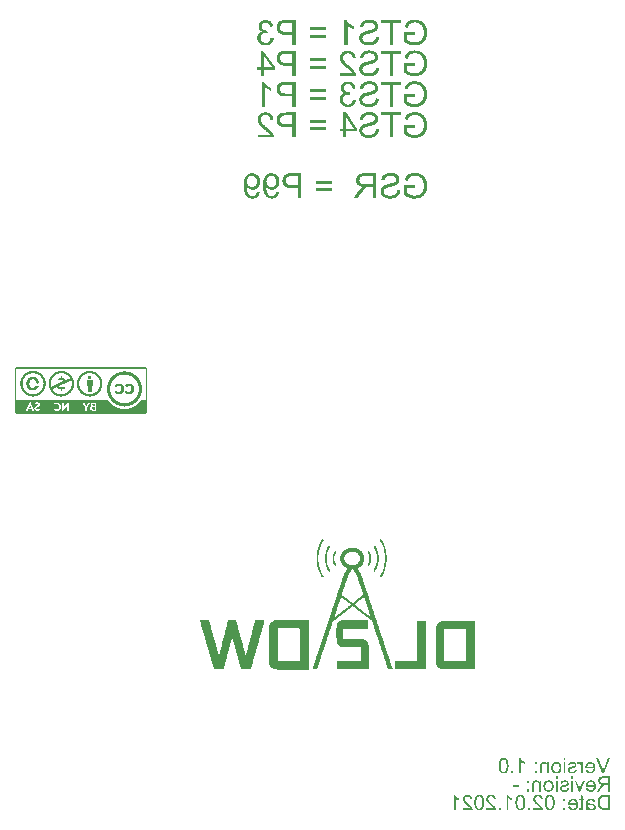
<source format=gbo>
G04*
G04 #@! TF.GenerationSoftware,Altium Limited,Altium Designer,21.0.8 (223)*
G04*
G04 Layer_Color=32896*
%FSLAX25Y25*%
%MOIN*%
G70*
G04*
G04 #@! TF.SameCoordinates,DCFDD46B-96D2-4464-8150-C36015641F01*
G04*
G04*
G04 #@! TF.FilePolarity,Positive*
G04*
G01*
G75*
G36*
X86042Y158895D02*
X86065D01*
Y158872D01*
X86157D01*
Y158849D01*
X86203D01*
Y158826D01*
X86249D01*
Y158803D01*
X86295D01*
Y158780D01*
X86341D01*
Y158757D01*
X86364D01*
Y158734D01*
X86387D01*
Y158711D01*
X86410D01*
Y158688D01*
X86433D01*
Y158666D01*
X86456D01*
Y158642D01*
X86479D01*
Y158619D01*
X86501D01*
Y158597D01*
X86524D01*
Y158573D01*
X86547D01*
Y158551D01*
Y158528D01*
X86571D01*
Y158505D01*
Y158482D01*
X86593D01*
Y158459D01*
Y158436D01*
X86616D01*
Y158413D01*
Y158390D01*
X86639D01*
Y158367D01*
Y158344D01*
Y158321D01*
Y158298D01*
Y158275D01*
X86685D01*
Y158252D01*
Y158229D01*
Y158206D01*
X86662D01*
Y158183D01*
X86685D01*
Y158160D01*
Y158137D01*
Y158114D01*
X86662D01*
Y158091D01*
X86685D01*
Y158068D01*
Y158045D01*
Y158022D01*
X86662D01*
Y157999D01*
X86685D01*
Y157976D01*
Y157953D01*
Y157930D01*
X86662D01*
Y157907D01*
X86685D01*
Y157884D01*
Y157861D01*
Y157838D01*
X86662D01*
Y157815D01*
X86685D01*
Y157792D01*
Y157769D01*
Y157746D01*
X86662D01*
Y157723D01*
X86685D01*
Y157700D01*
Y157677D01*
Y157654D01*
X86662D01*
Y157631D01*
X86685D01*
Y157608D01*
Y157585D01*
Y157562D01*
X86662D01*
Y157539D01*
X86685D01*
Y157516D01*
Y157493D01*
Y157470D01*
X86662D01*
Y157447D01*
X86685D01*
Y157424D01*
Y157401D01*
Y157378D01*
X86662D01*
Y157355D01*
X86685D01*
Y157333D01*
Y157309D01*
Y157287D01*
X86662D01*
Y157264D01*
X86685D01*
Y157241D01*
Y157218D01*
Y157195D01*
X86662D01*
Y157172D01*
X86685D01*
Y157149D01*
Y157126D01*
Y157103D01*
X86662D01*
Y157080D01*
X86685D01*
Y157057D01*
Y157034D01*
Y157011D01*
X86662D01*
Y156988D01*
X86685D01*
Y156965D01*
Y156942D01*
Y156919D01*
X86662D01*
Y156896D01*
X86685D01*
Y156873D01*
Y156850D01*
Y156827D01*
X86662D01*
Y156804D01*
X86685D01*
Y156781D01*
Y156758D01*
Y156735D01*
X86662D01*
Y156712D01*
X86685D01*
Y156689D01*
Y156666D01*
Y156643D01*
X86662D01*
Y156620D01*
X86685D01*
Y156597D01*
Y156574D01*
Y156551D01*
X86662D01*
Y156528D01*
X86685D01*
Y156505D01*
Y156482D01*
Y156459D01*
X86662D01*
Y156436D01*
X86685D01*
Y156413D01*
Y156390D01*
Y156367D01*
X86662D01*
Y156344D01*
X86685D01*
Y156321D01*
Y156298D01*
Y156275D01*
X86662D01*
Y156252D01*
X86685D01*
Y156229D01*
Y156206D01*
Y156183D01*
X86662D01*
Y156160D01*
X86685D01*
Y156137D01*
Y156114D01*
Y156091D01*
X86662D01*
Y156069D01*
X86685D01*
Y156045D01*
Y156023D01*
Y156000D01*
X86662D01*
Y155977D01*
X86685D01*
Y155954D01*
Y155931D01*
Y155908D01*
X86662D01*
Y155885D01*
X86685D01*
Y155862D01*
Y155839D01*
Y155816D01*
X86662D01*
Y155793D01*
X86685D01*
Y155770D01*
Y155747D01*
Y155724D01*
X86662D01*
Y155701D01*
X86685D01*
Y155678D01*
Y155655D01*
Y155632D01*
X86662D01*
Y155609D01*
X86685D01*
Y155586D01*
Y155563D01*
Y155540D01*
X86662D01*
Y155517D01*
X86685D01*
Y155494D01*
Y155471D01*
Y155448D01*
X86662D01*
Y155425D01*
X86685D01*
Y155402D01*
Y155379D01*
Y155356D01*
X86662D01*
Y155333D01*
X86685D01*
Y155310D01*
Y155287D01*
Y155264D01*
X86662D01*
Y155241D01*
X86685D01*
Y155218D01*
Y155195D01*
Y155172D01*
X86662D01*
Y155149D01*
X86685D01*
Y155126D01*
Y155103D01*
Y155080D01*
X86662D01*
Y155057D01*
X86685D01*
Y155034D01*
Y155011D01*
Y154988D01*
X86662D01*
Y154965D01*
X86685D01*
Y154942D01*
Y154919D01*
Y154896D01*
X86662D01*
Y154873D01*
X86685D01*
Y154850D01*
Y154827D01*
Y154805D01*
X86662D01*
Y154781D01*
X86685D01*
Y154759D01*
Y154736D01*
Y154712D01*
X86662D01*
Y154690D01*
X86685D01*
Y154667D01*
Y154644D01*
Y154621D01*
X86662D01*
Y154598D01*
X86685D01*
Y154575D01*
Y154552D01*
Y154529D01*
X86662D01*
Y154506D01*
X86685D01*
Y154483D01*
Y154460D01*
Y154437D01*
X86662D01*
Y154414D01*
X86685D01*
Y154391D01*
Y154368D01*
Y154345D01*
X86662D01*
Y154322D01*
X86685D01*
Y154299D01*
Y154276D01*
Y154253D01*
X86662D01*
Y154230D01*
X86685D01*
Y154207D01*
Y154184D01*
Y154161D01*
X86662D01*
Y154138D01*
X86685D01*
Y154115D01*
Y154092D01*
Y154069D01*
X86662D01*
Y154046D01*
X86685D01*
Y154023D01*
Y154000D01*
Y153977D01*
X86662D01*
Y153954D01*
X86685D01*
Y153931D01*
Y153908D01*
Y153885D01*
X86662D01*
Y153862D01*
X86685D01*
Y153839D01*
Y153816D01*
Y153793D01*
X86662D01*
Y153770D01*
X86685D01*
Y153747D01*
Y153724D01*
Y153701D01*
X86662D01*
Y153678D01*
X86685D01*
Y153655D01*
Y153632D01*
Y153609D01*
X86662D01*
Y153586D01*
X86685D01*
Y153563D01*
Y153541D01*
Y153517D01*
X86662D01*
Y153495D01*
X86685D01*
Y153472D01*
Y153448D01*
Y153426D01*
X86662D01*
Y153403D01*
X86685D01*
Y153380D01*
Y153357D01*
Y153334D01*
X86662D01*
Y153311D01*
X86685D01*
Y153288D01*
Y153265D01*
Y153242D01*
X86662D01*
Y153219D01*
X86685D01*
Y153196D01*
Y153173D01*
Y153150D01*
X86662D01*
Y153127D01*
X86685D01*
Y153104D01*
Y153081D01*
Y153058D01*
X86662D01*
Y153035D01*
X86685D01*
Y153012D01*
Y152989D01*
Y152966D01*
X86662D01*
Y152943D01*
X86685D01*
Y152920D01*
Y152897D01*
Y152874D01*
X86662D01*
Y152851D01*
X86685D01*
Y152828D01*
Y152805D01*
Y152782D01*
X86662D01*
Y152759D01*
X86685D01*
Y152736D01*
Y152713D01*
Y152690D01*
X86662D01*
Y152667D01*
X86685D01*
Y152644D01*
Y152621D01*
Y152598D01*
X86662D01*
Y152575D01*
X86685D01*
Y152552D01*
Y152529D01*
Y152506D01*
X86662D01*
Y152483D01*
X86685D01*
Y152460D01*
Y152437D01*
Y152414D01*
X86662D01*
Y152391D01*
X86685D01*
Y152368D01*
Y152345D01*
Y152322D01*
X86662D01*
Y152299D01*
X86685D01*
Y152276D01*
Y152253D01*
Y152231D01*
X86662D01*
Y152208D01*
X86685D01*
Y152184D01*
Y152162D01*
Y152139D01*
X86662D01*
Y152116D01*
X86685D01*
Y152093D01*
Y152070D01*
Y152047D01*
X86662D01*
Y152024D01*
X86685D01*
Y152001D01*
Y151978D01*
Y151955D01*
X86662D01*
Y151932D01*
X86685D01*
Y151909D01*
Y151886D01*
Y151863D01*
X86662D01*
Y151840D01*
X86685D01*
Y151817D01*
Y151794D01*
Y151771D01*
X86662D01*
Y151748D01*
X86685D01*
Y151725D01*
Y151702D01*
Y151679D01*
X86662D01*
Y151656D01*
X86685D01*
Y151633D01*
Y151610D01*
Y151587D01*
X86662D01*
Y151564D01*
X86685D01*
Y151541D01*
Y151518D01*
Y151495D01*
X86662D01*
Y151472D01*
X86685D01*
Y151449D01*
Y151426D01*
Y151403D01*
X86662D01*
Y151380D01*
X86685D01*
Y151357D01*
Y151334D01*
Y151311D01*
X86662D01*
Y151288D01*
X86685D01*
Y151265D01*
Y151242D01*
Y151219D01*
X86662D01*
Y151196D01*
X86685D01*
Y151173D01*
Y151150D01*
Y151127D01*
X86662D01*
Y151104D01*
X86685D01*
Y151081D01*
Y151058D01*
Y151035D01*
X86662D01*
Y151012D01*
X86685D01*
Y150989D01*
Y150967D01*
Y150944D01*
X86662D01*
Y150920D01*
X86685D01*
Y150898D01*
Y150874D01*
Y150852D01*
X86662D01*
Y150829D01*
X86685D01*
Y150806D01*
Y150783D01*
Y150760D01*
X86662D01*
Y150737D01*
X86685D01*
Y150714D01*
Y150691D01*
Y150668D01*
X86662D01*
Y150645D01*
X86685D01*
Y150622D01*
Y150599D01*
Y150576D01*
X86662D01*
Y150553D01*
X86685D01*
Y150530D01*
Y150507D01*
Y150484D01*
X86662D01*
Y150461D01*
X86685D01*
Y150438D01*
Y150415D01*
Y150392D01*
X86662D01*
Y150369D01*
X86685D01*
Y150346D01*
Y150323D01*
Y150300D01*
X86662D01*
Y150277D01*
X86685D01*
Y150254D01*
Y150231D01*
Y150208D01*
X86662D01*
Y150185D01*
X86685D01*
Y150162D01*
Y150139D01*
Y150116D01*
X86662D01*
Y150093D01*
X86685D01*
Y150070D01*
Y150047D01*
Y150024D01*
X86662D01*
Y150001D01*
X86685D01*
Y149978D01*
Y149955D01*
Y149932D01*
X86662D01*
Y149909D01*
X86685D01*
Y149886D01*
Y149863D01*
Y149840D01*
X86662D01*
Y149817D01*
X86685D01*
Y149794D01*
Y149771D01*
Y149748D01*
X86662D01*
Y149725D01*
X86685D01*
Y149703D01*
Y149680D01*
Y149656D01*
X86662D01*
Y149634D01*
X86685D01*
Y149610D01*
Y149588D01*
Y149565D01*
X86662D01*
Y149542D01*
X86685D01*
Y149519D01*
Y149496D01*
Y149473D01*
X86662D01*
Y149450D01*
X86685D01*
Y149427D01*
Y149404D01*
Y149381D01*
X86662D01*
Y149358D01*
X86685D01*
Y149335D01*
Y149312D01*
Y149289D01*
X86662D01*
Y149266D01*
X86685D01*
Y149243D01*
Y149220D01*
Y149197D01*
X86662D01*
Y149174D01*
X86685D01*
Y149151D01*
Y149128D01*
Y149105D01*
X86662D01*
Y149082D01*
X86685D01*
Y149059D01*
Y149036D01*
Y149013D01*
X86662D01*
Y148990D01*
X86685D01*
Y148967D01*
Y148944D01*
Y148921D01*
X86662D01*
Y148898D01*
X86685D01*
Y148875D01*
Y148852D01*
Y148829D01*
X86662D01*
Y148806D01*
X86685D01*
Y148783D01*
Y148760D01*
Y148737D01*
X86662D01*
Y148714D01*
X86685D01*
Y148691D01*
Y148668D01*
Y148645D01*
X86662D01*
Y148622D01*
X86685D01*
Y148599D01*
Y148576D01*
Y148553D01*
X86662D01*
Y148530D01*
X86685D01*
Y148507D01*
Y148484D01*
Y148461D01*
X86662D01*
Y148438D01*
X86685D01*
Y148416D01*
Y148392D01*
Y148370D01*
X86662D01*
Y148346D01*
X86685D01*
Y148324D01*
Y148301D01*
Y148278D01*
X86662D01*
Y148255D01*
X86685D01*
Y148232D01*
Y148209D01*
Y148186D01*
X86662D01*
Y148163D01*
X86685D01*
Y148140D01*
Y148117D01*
Y148094D01*
X86662D01*
Y148071D01*
X86685D01*
Y148048D01*
Y148025D01*
Y148002D01*
X86662D01*
Y147979D01*
X86685D01*
Y147956D01*
Y147933D01*
Y147910D01*
X86662D01*
Y147887D01*
X86685D01*
Y147864D01*
Y147841D01*
Y147818D01*
X86662D01*
Y147795D01*
X86685D01*
Y147772D01*
Y147749D01*
Y147726D01*
X86662D01*
Y147703D01*
X86685D01*
Y147680D01*
Y147657D01*
Y147634D01*
X86662D01*
Y147611D01*
X86685D01*
Y147588D01*
Y147565D01*
Y147542D01*
X86662D01*
Y147519D01*
X86685D01*
Y147496D01*
Y147473D01*
Y147450D01*
X86662D01*
Y147427D01*
X86685D01*
Y147404D01*
Y147381D01*
Y147358D01*
X86662D01*
Y147335D01*
X86685D01*
Y147312D01*
Y147289D01*
Y147266D01*
X86662D01*
Y147243D01*
X86685D01*
Y147220D01*
Y147197D01*
Y147174D01*
X86662D01*
Y147152D01*
X86685D01*
Y147128D01*
Y147106D01*
Y147082D01*
X86662D01*
Y147060D01*
X86685D01*
Y147037D01*
Y147014D01*
Y146991D01*
X86662D01*
Y146968D01*
X86685D01*
Y146945D01*
Y146922D01*
Y146899D01*
X86662D01*
Y146876D01*
X86685D01*
Y146853D01*
Y146830D01*
Y146807D01*
X86662D01*
Y146784D01*
X86685D01*
Y146761D01*
Y146738D01*
Y146715D01*
X86662D01*
Y146692D01*
X86685D01*
Y146669D01*
Y146646D01*
Y146623D01*
X86662D01*
Y146600D01*
X86685D01*
Y146577D01*
Y146554D01*
Y146531D01*
X86662D01*
Y146508D01*
X86685D01*
Y146485D01*
Y146462D01*
Y146439D01*
X86662D01*
Y146416D01*
X86685D01*
Y146393D01*
Y146370D01*
Y146347D01*
X86662D01*
Y146324D01*
X86685D01*
Y146301D01*
Y146278D01*
Y146255D01*
X86662D01*
Y146232D01*
X86685D01*
Y146209D01*
Y146186D01*
Y146163D01*
X86662D01*
Y146140D01*
X86685D01*
Y146117D01*
Y146094D01*
Y146071D01*
X86662D01*
Y146048D01*
X86685D01*
Y146025D01*
Y146002D01*
Y145979D01*
X86662D01*
Y145956D01*
X86685D01*
Y145933D01*
Y145910D01*
Y145887D01*
X86662D01*
Y145864D01*
X86685D01*
Y145842D01*
Y145818D01*
Y145796D01*
X86662D01*
Y145773D01*
X86685D01*
Y145750D01*
Y145727D01*
Y145704D01*
X86662D01*
Y145681D01*
X86685D01*
Y145658D01*
Y145635D01*
Y145612D01*
X86662D01*
Y145589D01*
X86685D01*
Y145566D01*
Y145543D01*
Y145520D01*
X86662D01*
Y145497D01*
X86685D01*
Y145474D01*
Y145451D01*
Y145428D01*
X86662D01*
Y145405D01*
X86685D01*
Y145382D01*
Y145359D01*
Y145336D01*
X86662D01*
Y145313D01*
X86685D01*
Y145290D01*
Y145267D01*
Y145244D01*
X86662D01*
Y145221D01*
X86685D01*
Y145198D01*
Y145175D01*
Y145152D01*
X86662D01*
Y145129D01*
X86685D01*
Y145106D01*
Y145083D01*
Y145060D01*
X86662D01*
Y145037D01*
X86685D01*
Y145014D01*
Y144991D01*
Y144968D01*
X86662D01*
Y144945D01*
X86685D01*
Y144922D01*
Y144899D01*
Y144876D01*
X86662D01*
Y144853D01*
X86685D01*
Y144830D01*
Y144807D01*
Y144784D01*
X86662D01*
Y144761D01*
X86685D01*
Y144738D01*
Y144715D01*
Y144692D01*
X86662D01*
Y144669D01*
X86685D01*
Y144646D01*
Y144623D01*
Y144600D01*
X86662D01*
Y144578D01*
X86685D01*
Y144554D01*
Y144532D01*
Y144509D01*
X86662D01*
Y144485D01*
X86685D01*
Y144463D01*
Y144440D01*
Y144417D01*
X86662D01*
Y144394D01*
X86685D01*
Y144371D01*
Y144348D01*
Y144325D01*
X86662D01*
Y144302D01*
X86685D01*
Y144279D01*
Y144256D01*
Y144233D01*
X86662D01*
Y144210D01*
X86685D01*
Y144187D01*
Y144164D01*
Y144141D01*
X86662D01*
Y144118D01*
X86685D01*
Y144095D01*
Y144072D01*
X86662D01*
Y144049D01*
X86639D01*
Y144026D01*
Y144003D01*
Y143980D01*
X86616D01*
Y143957D01*
Y143934D01*
Y143911D01*
X86593D01*
Y143888D01*
Y143865D01*
X86571D01*
Y143842D01*
Y143819D01*
X86547D01*
Y143796D01*
X86524D01*
Y143773D01*
Y143750D01*
X86501D01*
Y143727D01*
X86479D01*
Y143704D01*
X86456D01*
Y143681D01*
X86433D01*
Y143658D01*
X86410D01*
Y143635D01*
X86387D01*
Y143612D01*
X86364D01*
Y143589D01*
X86318D01*
Y143566D01*
X86295D01*
Y143543D01*
X86249D01*
Y143520D01*
X86203D01*
Y143497D01*
X86157D01*
Y143474D01*
X86042D01*
Y143451D01*
Y143428D01*
X85996D01*
Y143451D01*
X85973D01*
Y143428D01*
X85812D01*
Y143451D01*
X85789D01*
Y143428D01*
X85720D01*
Y143451D01*
X85697D01*
Y143428D01*
X85628D01*
Y143451D01*
X85605D01*
Y143428D01*
X85444D01*
Y143451D01*
X85421D01*
Y143428D01*
X85352D01*
Y143451D01*
X85329D01*
Y143428D01*
X85260D01*
Y143451D01*
X85237D01*
Y143428D01*
X85077D01*
Y143451D01*
X85054D01*
Y143428D01*
X84985D01*
Y143451D01*
X84962D01*
Y143428D01*
X84893D01*
Y143451D01*
X84870D01*
Y143428D01*
X84709D01*
Y143451D01*
X84686D01*
Y143428D01*
X84617D01*
Y143451D01*
X84594D01*
Y143428D01*
X84525D01*
Y143451D01*
X84502D01*
Y143428D01*
X84341D01*
Y143451D01*
X84318D01*
Y143428D01*
X84249D01*
Y143451D01*
X84226D01*
Y143428D01*
X84157D01*
Y143451D01*
X84134D01*
Y143428D01*
X83973D01*
Y143451D01*
X83951D01*
Y143428D01*
X83882D01*
Y143451D01*
X83859D01*
Y143428D01*
X83790D01*
Y143451D01*
X83767D01*
Y143428D01*
X83606D01*
Y143451D01*
X83583D01*
Y143428D01*
X83514D01*
Y143451D01*
X83491D01*
Y143428D01*
X83422D01*
Y143451D01*
X83399D01*
Y143428D01*
X83238D01*
Y143451D01*
X83215D01*
Y143428D01*
X83146D01*
Y143451D01*
X83123D01*
Y143428D01*
X83054D01*
Y143451D01*
X83031D01*
Y143428D01*
X82870D01*
Y143451D01*
X82847D01*
Y143428D01*
X82778D01*
Y143451D01*
X82755D01*
Y143428D01*
X82687D01*
Y143451D01*
X82664D01*
Y143428D01*
X82503D01*
Y143451D01*
X82480D01*
Y143428D01*
X82411D01*
Y143451D01*
X82388D01*
Y143428D01*
X82319D01*
Y143451D01*
X82296D01*
Y143428D01*
X82135D01*
Y143451D01*
X82112D01*
Y143428D01*
X82043D01*
Y143451D01*
X82020D01*
Y143428D01*
X81951D01*
Y143451D01*
X81928D01*
Y143428D01*
X81767D01*
Y143451D01*
X81744D01*
Y143428D01*
X81675D01*
Y143451D01*
X81652D01*
Y143428D01*
X81583D01*
Y143451D01*
X81560D01*
Y143428D01*
X81400D01*
Y143451D01*
X81376D01*
Y143428D01*
X81308D01*
Y143451D01*
X81285D01*
Y143428D01*
X81216D01*
Y143451D01*
X81193D01*
Y143428D01*
X81032D01*
Y143451D01*
X81009D01*
Y143428D01*
X80940D01*
Y143451D01*
X80917D01*
Y143428D01*
X80848D01*
Y143451D01*
X80825D01*
Y143428D01*
X80664D01*
Y143451D01*
X80641D01*
Y143428D01*
X80572D01*
Y143451D01*
X80549D01*
Y143428D01*
X80480D01*
Y143451D01*
X80457D01*
Y143428D01*
X80296D01*
Y143451D01*
X80273D01*
Y143428D01*
X80204D01*
Y143451D01*
X80181D01*
Y143428D01*
X80112D01*
Y143451D01*
X80089D01*
Y143428D01*
X79929D01*
Y143451D01*
X79906D01*
Y143428D01*
X79837D01*
Y143451D01*
X79814D01*
Y143428D01*
X79745D01*
Y143451D01*
X79722D01*
Y143428D01*
X79561D01*
Y143451D01*
X79538D01*
Y143428D01*
X79469D01*
Y143451D01*
X79446D01*
Y143428D01*
X79377D01*
Y143451D01*
X79354D01*
Y143428D01*
X79193D01*
Y143451D01*
X79170D01*
Y143428D01*
X79101D01*
Y143451D01*
X79078D01*
Y143428D01*
X79009D01*
Y143451D01*
X78986D01*
Y143428D01*
X78825D01*
Y143451D01*
X78803D01*
Y143428D01*
X78734D01*
Y143451D01*
X78711D01*
Y143428D01*
X78642D01*
Y143451D01*
X78619D01*
Y143428D01*
X78458D01*
Y143451D01*
X78435D01*
Y143428D01*
X78366D01*
Y143451D01*
X78343D01*
Y143428D01*
X78274D01*
Y143451D01*
X78251D01*
Y143428D01*
X78090D01*
Y143451D01*
X78067D01*
Y143428D01*
X77998D01*
Y143451D01*
X77975D01*
Y143428D01*
X77906D01*
Y143451D01*
X77883D01*
Y143428D01*
X77722D01*
Y143451D01*
X77699D01*
Y143428D01*
X77631D01*
Y143451D01*
X77608D01*
Y143428D01*
X77539D01*
Y143451D01*
X77516D01*
Y143428D01*
X77355D01*
Y143451D01*
X77332D01*
Y143428D01*
X77263D01*
Y143451D01*
X77240D01*
Y143428D01*
X77171D01*
Y143451D01*
X77148D01*
Y143428D01*
X76987D01*
Y143451D01*
X76964D01*
Y143428D01*
X76895D01*
Y143451D01*
X76872D01*
Y143428D01*
X76803D01*
Y143451D01*
X76780D01*
Y143428D01*
X76619D01*
Y143451D01*
X76596D01*
Y143428D01*
X76527D01*
Y143451D01*
X76504D01*
Y143428D01*
X76435D01*
Y143451D01*
X76412D01*
Y143428D01*
X76252D01*
Y143451D01*
X76229D01*
Y143428D01*
X76160D01*
Y143451D01*
X76137D01*
Y143428D01*
X76068D01*
Y143451D01*
X76045D01*
Y143428D01*
X75884D01*
Y143451D01*
X75861D01*
Y143428D01*
X75792D01*
Y143451D01*
X75769D01*
Y143428D01*
X75700D01*
Y143451D01*
X75677D01*
Y143428D01*
X75516D01*
Y143451D01*
X75493D01*
Y143428D01*
X75424D01*
Y143451D01*
X75401D01*
Y143428D01*
X75332D01*
Y143451D01*
X75309D01*
Y143428D01*
X75148D01*
Y143451D01*
X75125D01*
Y143428D01*
X75056D01*
Y143451D01*
X75033D01*
Y143428D01*
X74964D01*
Y143451D01*
X74942D01*
Y143428D01*
X74781D01*
Y143451D01*
X74758D01*
Y143428D01*
X74689D01*
Y143451D01*
X74666D01*
Y143428D01*
X74597D01*
Y143451D01*
X74574D01*
Y143428D01*
X74413D01*
Y143451D01*
X74390D01*
Y143428D01*
X74321D01*
Y143451D01*
X74298D01*
Y143428D01*
X74229D01*
Y143451D01*
X74206D01*
Y143428D01*
X74045D01*
Y143451D01*
X74022D01*
Y143428D01*
X73953D01*
Y143451D01*
X73930D01*
Y143428D01*
X73861D01*
Y143451D01*
X73838D01*
Y143428D01*
X73677D01*
Y143451D01*
X73655D01*
Y143428D01*
X73586D01*
Y143451D01*
X73563D01*
Y143428D01*
X73494D01*
Y143451D01*
X73471D01*
Y143428D01*
X73310D01*
Y143451D01*
X73287D01*
Y143428D01*
X73218D01*
Y143451D01*
X73195D01*
Y143428D01*
X73126D01*
Y143451D01*
X73103D01*
Y143428D01*
X72942D01*
Y143451D01*
X72919D01*
Y143428D01*
X72850D01*
Y143451D01*
X72827D01*
Y143428D01*
X72758D01*
Y143451D01*
X72735D01*
Y143428D01*
X72574D01*
Y143451D01*
X72551D01*
Y143428D01*
X72483D01*
Y143451D01*
X72460D01*
Y143428D01*
X72391D01*
Y143451D01*
X72368D01*
Y143428D01*
X72207D01*
Y143451D01*
X72184D01*
Y143428D01*
X72115D01*
Y143451D01*
X72092D01*
Y143428D01*
X72023D01*
Y143451D01*
X72000D01*
Y143428D01*
X71839D01*
Y143451D01*
X71816D01*
Y143428D01*
X71747D01*
Y143451D01*
X71724D01*
Y143428D01*
X71655D01*
Y143451D01*
X71632D01*
Y143428D01*
X71471D01*
Y143451D01*
X71448D01*
Y143428D01*
X71379D01*
Y143451D01*
X71356D01*
Y143428D01*
X71287D01*
Y143451D01*
X71264D01*
Y143428D01*
X71104D01*
Y143451D01*
X71081D01*
Y143428D01*
X71012D01*
Y143451D01*
X70989D01*
Y143428D01*
X70920D01*
Y143451D01*
X70897D01*
Y143428D01*
X70736D01*
Y143451D01*
X70713D01*
Y143428D01*
X70644D01*
Y143451D01*
X70621D01*
Y143428D01*
X70552D01*
Y143451D01*
X70529D01*
Y143428D01*
X70368D01*
Y143451D01*
X70345D01*
Y143428D01*
X70276D01*
Y143451D01*
X70253D01*
Y143428D01*
X70184D01*
Y143451D01*
X70161D01*
Y143428D01*
X70000D01*
Y143451D01*
X69977D01*
Y143428D01*
X69908D01*
Y143451D01*
X69885D01*
Y143428D01*
X69817D01*
Y143451D01*
X69794D01*
Y143428D01*
X69633D01*
Y143451D01*
X69610D01*
Y143428D01*
X69541D01*
Y143451D01*
X69518D01*
Y143428D01*
X69449D01*
Y143451D01*
X69426D01*
Y143428D01*
X69265D01*
Y143451D01*
X69242D01*
Y143428D01*
X69173D01*
Y143451D01*
X69150D01*
Y143428D01*
X69081D01*
Y143451D01*
X69058D01*
Y143428D01*
X68897D01*
Y143451D01*
X68874D01*
Y143428D01*
X68805D01*
Y143451D01*
X68782D01*
Y143428D01*
X68713D01*
Y143451D01*
X68690D01*
Y143428D01*
X68530D01*
Y143451D01*
X68507D01*
Y143428D01*
X68438D01*
Y143451D01*
X68415D01*
Y143428D01*
X68346D01*
Y143451D01*
X68323D01*
Y143428D01*
X68162D01*
Y143451D01*
X68139D01*
Y143428D01*
X68070D01*
Y143451D01*
X68047D01*
Y143428D01*
X67978D01*
Y143451D01*
X67955D01*
Y143428D01*
X67794D01*
Y143451D01*
X67771D01*
Y143428D01*
X67702D01*
Y143451D01*
X67679D01*
Y143428D01*
X67610D01*
Y143451D01*
X67587D01*
Y143428D01*
X67426D01*
Y143451D01*
X67404D01*
Y143428D01*
X67335D01*
Y143451D01*
X67312D01*
Y143428D01*
X67243D01*
Y143451D01*
X67220D01*
Y143428D01*
X67059D01*
Y143451D01*
X67036D01*
Y143428D01*
X66967D01*
Y143451D01*
X66944D01*
Y143428D01*
X66875D01*
Y143451D01*
X66852D01*
Y143428D01*
X66691D01*
Y143451D01*
X66668D01*
Y143428D01*
X66599D01*
Y143451D01*
X66576D01*
Y143428D01*
X66507D01*
Y143451D01*
X66484D01*
Y143428D01*
X66323D01*
Y143451D01*
X66300D01*
Y143428D01*
X66231D01*
Y143451D01*
X66208D01*
Y143428D01*
X66139D01*
Y143451D01*
X66116D01*
Y143428D01*
X65956D01*
Y143451D01*
X65933D01*
Y143428D01*
X65864D01*
Y143451D01*
X65841D01*
Y143428D01*
X65772D01*
Y143451D01*
X65749D01*
Y143428D01*
X65588D01*
Y143451D01*
X65565D01*
Y143428D01*
X65496D01*
Y143451D01*
X65473D01*
Y143428D01*
X65404D01*
Y143451D01*
X65381D01*
Y143428D01*
X65220D01*
Y143451D01*
X65197D01*
Y143428D01*
X65128D01*
Y143451D01*
X65105D01*
Y143428D01*
X65036D01*
Y143451D01*
X65013D01*
Y143428D01*
X64852D01*
Y143451D01*
X64829D01*
Y143428D01*
X64761D01*
Y143451D01*
X64737D01*
Y143428D01*
X64669D01*
Y143451D01*
X64646D01*
Y143428D01*
X64485D01*
Y143451D01*
X64462D01*
Y143428D01*
X64393D01*
Y143451D01*
X64370D01*
Y143428D01*
X64301D01*
Y143451D01*
X64278D01*
Y143428D01*
X64117D01*
Y143451D01*
X64094D01*
Y143428D01*
X64025D01*
Y143451D01*
X64002D01*
Y143428D01*
X63933D01*
Y143451D01*
X63910D01*
Y143428D01*
X63749D01*
Y143451D01*
X63726D01*
Y143428D01*
X63657D01*
Y143451D01*
X63634D01*
Y143428D01*
X63565D01*
Y143451D01*
X63542D01*
Y143428D01*
X63382D01*
Y143451D01*
X63359D01*
Y143428D01*
X63290D01*
Y143451D01*
X63267D01*
Y143428D01*
X63198D01*
Y143451D01*
X63175D01*
Y143428D01*
X63014D01*
Y143451D01*
X62991D01*
Y143428D01*
X62922D01*
Y143451D01*
X62899D01*
Y143428D01*
X62830D01*
Y143451D01*
X62807D01*
Y143428D01*
X62646D01*
Y143451D01*
X62623D01*
Y143428D01*
X62554D01*
Y143451D01*
X62531D01*
Y143428D01*
X62462D01*
Y143451D01*
X62439D01*
Y143428D01*
X62278D01*
Y143451D01*
X62256D01*
Y143428D01*
X62186D01*
Y143451D01*
X62164D01*
Y143428D01*
X62095D01*
Y143451D01*
X62072D01*
Y143428D01*
X61911D01*
Y143451D01*
X61888D01*
Y143428D01*
X61819D01*
Y143451D01*
X61796D01*
Y143428D01*
X61727D01*
Y143451D01*
X61704D01*
Y143428D01*
X61543D01*
Y143451D01*
X61520D01*
Y143428D01*
X61451D01*
Y143451D01*
X61428D01*
Y143428D01*
X61359D01*
Y143451D01*
X61336D01*
Y143428D01*
X61175D01*
Y143451D01*
X61152D01*
Y143428D01*
X61083D01*
Y143451D01*
X61060D01*
Y143428D01*
X60992D01*
Y143451D01*
X60969D01*
Y143428D01*
X60808D01*
Y143451D01*
X60785D01*
Y143428D01*
X60716D01*
Y143451D01*
X60693D01*
Y143428D01*
X60624D01*
Y143451D01*
X60601D01*
Y143428D01*
X60440D01*
Y143451D01*
X60417D01*
Y143428D01*
X60348D01*
Y143451D01*
X60325D01*
Y143428D01*
X60256D01*
Y143451D01*
X60233D01*
Y143428D01*
X60072D01*
Y143451D01*
X60049D01*
Y143428D01*
X59980D01*
Y143451D01*
X59957D01*
Y143428D01*
X59888D01*
Y143451D01*
X59865D01*
Y143428D01*
X59705D01*
Y143451D01*
X59681D01*
Y143428D01*
X59613D01*
Y143451D01*
X59590D01*
Y143428D01*
X59521D01*
Y143451D01*
X59498D01*
Y143428D01*
X59337D01*
Y143451D01*
X59314D01*
Y143428D01*
X59245D01*
Y143451D01*
X59222D01*
Y143428D01*
X59153D01*
Y143451D01*
X59130D01*
Y143428D01*
X58969D01*
Y143451D01*
X58946D01*
Y143428D01*
X58877D01*
Y143451D01*
X58854D01*
Y143428D01*
X58785D01*
Y143451D01*
X58762D01*
Y143428D01*
X58601D01*
Y143451D01*
X58578D01*
Y143428D01*
X58509D01*
Y143451D01*
X58486D01*
Y143428D01*
X58417D01*
Y143451D01*
X58394D01*
Y143428D01*
X58234D01*
Y143451D01*
X58211D01*
Y143428D01*
X58142D01*
Y143451D01*
X58119D01*
Y143428D01*
X58050D01*
Y143451D01*
X58027D01*
Y143428D01*
X57866D01*
Y143451D01*
X57843D01*
Y143428D01*
X57774D01*
Y143451D01*
X57751D01*
Y143428D01*
X57682D01*
Y143451D01*
X57659D01*
Y143428D01*
X57498D01*
Y143451D01*
X57475D01*
Y143428D01*
X57406D01*
Y143451D01*
X57383D01*
Y143428D01*
X57314D01*
Y143451D01*
X57291D01*
Y143428D01*
X57130D01*
Y143451D01*
X57108D01*
Y143428D01*
X57039D01*
Y143451D01*
X57016D01*
Y143428D01*
X56947D01*
Y143451D01*
X56924D01*
Y143428D01*
X56763D01*
Y143451D01*
X56740D01*
Y143428D01*
X56671D01*
Y143451D01*
X56648D01*
Y143428D01*
X56579D01*
Y143451D01*
X56556D01*
Y143428D01*
X56395D01*
Y143451D01*
X56372D01*
Y143428D01*
X56303D01*
Y143451D01*
X56280D01*
Y143428D01*
X56211D01*
Y143451D01*
X56188D01*
Y143428D01*
X56027D01*
Y143451D01*
X56004D01*
Y143428D01*
X55935D01*
Y143451D01*
X55912D01*
Y143428D01*
X55844D01*
Y143451D01*
X55821D01*
Y143428D01*
X55660D01*
Y143451D01*
X55637D01*
Y143428D01*
X55568D01*
Y143451D01*
X55545D01*
Y143428D01*
X55476D01*
Y143451D01*
X55453D01*
Y143428D01*
X55292D01*
Y143451D01*
X55269D01*
Y143428D01*
X55200D01*
Y143451D01*
X55177D01*
Y143428D01*
X55108D01*
Y143451D01*
X55085D01*
Y143428D01*
X54924D01*
Y143451D01*
X54901D01*
Y143428D01*
X54832D01*
Y143451D01*
X54809D01*
Y143428D01*
X54740D01*
Y143451D01*
X54717D01*
Y143428D01*
X54557D01*
Y143451D01*
X54533D01*
Y143428D01*
X54465D01*
Y143451D01*
X54442D01*
Y143428D01*
X54373D01*
Y143451D01*
X54350D01*
Y143428D01*
X54189D01*
Y143451D01*
X54166D01*
Y143428D01*
X54097D01*
Y143451D01*
X54074D01*
Y143428D01*
X54005D01*
Y143451D01*
X53982D01*
Y143428D01*
X53821D01*
Y143451D01*
X53798D01*
Y143428D01*
X53729D01*
Y143451D01*
X53706D01*
Y143428D01*
X53637D01*
Y143451D01*
X53614D01*
Y143428D01*
X53453D01*
Y143451D01*
X53430D01*
Y143428D01*
X53361D01*
Y143451D01*
X53338D01*
Y143428D01*
X53269D01*
Y143451D01*
X53246D01*
Y143428D01*
X53086D01*
Y143451D01*
X53063D01*
Y143428D01*
X52994D01*
Y143451D01*
X52971D01*
Y143428D01*
X52902D01*
Y143451D01*
X52879D01*
Y143428D01*
X52718D01*
Y143451D01*
X52695D01*
Y143428D01*
X52626D01*
Y143451D01*
X52603D01*
Y143428D01*
X52534D01*
Y143451D01*
X52511D01*
Y143428D01*
X52350D01*
Y143451D01*
X52327D01*
Y143428D01*
X52258D01*
Y143451D01*
X52235D01*
Y143428D01*
X52166D01*
Y143451D01*
X52143D01*
Y143428D01*
X51982D01*
Y143451D01*
X51960D01*
Y143428D01*
X51891D01*
Y143451D01*
X51868D01*
Y143428D01*
X51799D01*
Y143451D01*
X51776D01*
Y143428D01*
X51615D01*
Y143451D01*
X51592D01*
Y143428D01*
X51523D01*
Y143451D01*
X51500D01*
Y143428D01*
X51431D01*
Y143451D01*
X51408D01*
Y143428D01*
X51247D01*
Y143451D01*
X51224D01*
Y143428D01*
X51155D01*
Y143451D01*
X51132D01*
Y143428D01*
X51063D01*
Y143451D01*
X51040D01*
Y143428D01*
X50879D01*
Y143451D01*
X50856D01*
Y143428D01*
X50788D01*
Y143451D01*
X50765D01*
Y143428D01*
X50696D01*
Y143451D01*
X50673D01*
Y143428D01*
X50512D01*
Y143451D01*
X50489D01*
Y143428D01*
X50420D01*
Y143451D01*
X50397D01*
Y143428D01*
X50328D01*
Y143451D01*
X50305D01*
Y143428D01*
X50144D01*
Y143451D01*
X50121D01*
Y143428D01*
X50052D01*
Y143451D01*
X50029D01*
Y143428D01*
X49960D01*
Y143451D01*
X49937D01*
Y143428D01*
X49776D01*
Y143451D01*
X49753D01*
Y143428D01*
X49684D01*
Y143451D01*
X49661D01*
Y143428D01*
X49592D01*
Y143451D01*
X49569D01*
Y143428D01*
X49409D01*
Y143451D01*
X49386D01*
Y143428D01*
X49317D01*
Y143451D01*
X49294D01*
Y143428D01*
X49225D01*
Y143451D01*
X49202D01*
Y143428D01*
X49041D01*
Y143451D01*
X49018D01*
Y143428D01*
X48949D01*
Y143451D01*
X48926D01*
Y143428D01*
X48857D01*
Y143451D01*
X48834D01*
Y143428D01*
X48673D01*
Y143451D01*
X48650D01*
Y143428D01*
X48581D01*
Y143451D01*
X48558D01*
Y143428D01*
X48489D01*
Y143451D01*
X48466D01*
Y143428D01*
X48305D01*
Y143451D01*
X48282D01*
Y143428D01*
X48213D01*
Y143451D01*
X48191D01*
Y143428D01*
X48122D01*
Y143451D01*
X48099D01*
Y143428D01*
X47938D01*
Y143451D01*
X47915D01*
Y143428D01*
X47846D01*
Y143451D01*
X47823D01*
Y143428D01*
X47754D01*
Y143451D01*
X47731D01*
Y143428D01*
X47570D01*
Y143451D01*
X47547D01*
Y143428D01*
X47478D01*
Y143451D01*
X47455D01*
Y143428D01*
X47386D01*
Y143451D01*
X47363D01*
Y143428D01*
X47202D01*
Y143451D01*
X47179D01*
Y143428D01*
X47110D01*
Y143451D01*
X47087D01*
Y143428D01*
X47018D01*
Y143451D01*
X46995D01*
Y143428D01*
X46835D01*
Y143451D01*
X46812D01*
Y143428D01*
X46743D01*
Y143451D01*
X46720D01*
Y143428D01*
X46651D01*
Y143451D01*
X46628D01*
Y143428D01*
X46467D01*
Y143451D01*
X46444D01*
Y143428D01*
X46375D01*
Y143451D01*
X46352D01*
Y143428D01*
X46283D01*
Y143451D01*
X46260D01*
Y143428D01*
X46099D01*
Y143451D01*
X46076D01*
Y143428D01*
X46007D01*
Y143451D01*
X45984D01*
Y143428D01*
X45915D01*
Y143451D01*
X45892D01*
Y143428D01*
X45731D01*
Y143451D01*
X45708D01*
Y143428D01*
X45640D01*
Y143451D01*
X45616D01*
Y143428D01*
X45548D01*
Y143451D01*
X45525D01*
Y143428D01*
X45364D01*
Y143451D01*
X45341D01*
Y143428D01*
X45272D01*
Y143451D01*
X45249D01*
Y143428D01*
X45180D01*
Y143451D01*
X45157D01*
Y143428D01*
X44996D01*
Y143451D01*
X44973D01*
Y143428D01*
X44904D01*
Y143451D01*
X44881D01*
Y143428D01*
X44812D01*
Y143451D01*
X44789D01*
Y143428D01*
X44628D01*
Y143451D01*
X44605D01*
Y143428D01*
X44536D01*
Y143451D01*
X44513D01*
Y143428D01*
X44444D01*
Y143451D01*
X44421D01*
Y143428D01*
X44261D01*
Y143451D01*
X44238D01*
Y143428D01*
X44169D01*
Y143451D01*
X44146D01*
Y143428D01*
X44077D01*
Y143451D01*
X44054D01*
Y143428D01*
X43893D01*
Y143451D01*
X43870D01*
Y143428D01*
X43801D01*
Y143451D01*
X43778D01*
Y143428D01*
X43709D01*
Y143451D01*
X43686D01*
Y143428D01*
X43525D01*
Y143451D01*
X43502D01*
Y143428D01*
X43433D01*
Y143451D01*
X43410D01*
Y143428D01*
X43341D01*
Y143451D01*
X43318D01*
Y143428D01*
X43203D01*
Y143451D01*
Y143474D01*
X43112D01*
Y143497D01*
X43042D01*
Y143520D01*
X42997D01*
Y143543D01*
X42951D01*
Y143566D01*
X42905D01*
Y143589D01*
X42882D01*
Y143612D01*
X42859D01*
Y143635D01*
X42836D01*
Y143658D01*
X42813D01*
Y143681D01*
X42790D01*
Y143704D01*
X42767D01*
Y143727D01*
X42744D01*
Y143750D01*
X42721D01*
Y143773D01*
Y143796D01*
X42698D01*
Y143819D01*
X42675D01*
Y143842D01*
Y143865D01*
X42652D01*
Y143888D01*
Y143911D01*
X42629D01*
Y143934D01*
Y143957D01*
X42606D01*
Y143980D01*
Y144003D01*
Y144026D01*
Y144049D01*
Y144072D01*
X42560D01*
Y144095D01*
Y144118D01*
Y144141D01*
Y144164D01*
Y144187D01*
Y144210D01*
Y144233D01*
Y144256D01*
Y144279D01*
Y144302D01*
Y144325D01*
Y144348D01*
Y144371D01*
Y144394D01*
Y144417D01*
Y144440D01*
Y144463D01*
Y144485D01*
Y144509D01*
Y144532D01*
Y144554D01*
Y144578D01*
Y144600D01*
Y144623D01*
Y144646D01*
Y144669D01*
Y144692D01*
Y144715D01*
Y144738D01*
Y144761D01*
Y144784D01*
Y144807D01*
Y144830D01*
Y144853D01*
Y144876D01*
Y144899D01*
Y144922D01*
Y144945D01*
Y144968D01*
Y144991D01*
Y145014D01*
Y145037D01*
Y145060D01*
Y145083D01*
Y145106D01*
Y145129D01*
Y145152D01*
Y145175D01*
Y145198D01*
Y145221D01*
Y145244D01*
Y145267D01*
Y145290D01*
Y145313D01*
Y145336D01*
Y145359D01*
Y145382D01*
Y145405D01*
Y145428D01*
Y145451D01*
Y145474D01*
Y145497D01*
Y145520D01*
Y145543D01*
Y145566D01*
Y145589D01*
Y145612D01*
Y145635D01*
Y145658D01*
Y145681D01*
Y145704D01*
Y145727D01*
Y145750D01*
Y145773D01*
Y145796D01*
Y145818D01*
Y145842D01*
Y145864D01*
Y145887D01*
Y145910D01*
Y145933D01*
Y145956D01*
Y145979D01*
Y146002D01*
Y146025D01*
Y146048D01*
Y146071D01*
Y146094D01*
Y146117D01*
Y146140D01*
Y146163D01*
Y146186D01*
Y146209D01*
Y146232D01*
Y146255D01*
Y146278D01*
Y146301D01*
Y146324D01*
Y146347D01*
Y146370D01*
Y146393D01*
Y146416D01*
Y146439D01*
Y146462D01*
Y146485D01*
Y146508D01*
Y146531D01*
Y146554D01*
Y146577D01*
Y146600D01*
Y146623D01*
Y146646D01*
Y146669D01*
Y146692D01*
Y146715D01*
Y146738D01*
Y146761D01*
Y146784D01*
Y146807D01*
Y146830D01*
Y146853D01*
Y146876D01*
Y146899D01*
Y146922D01*
Y146945D01*
Y146968D01*
Y146991D01*
Y147014D01*
Y147037D01*
Y147060D01*
Y147082D01*
Y147106D01*
Y147128D01*
Y147152D01*
Y147174D01*
Y147197D01*
Y147220D01*
Y147243D01*
Y147266D01*
Y147289D01*
Y147312D01*
Y147335D01*
Y147358D01*
Y147381D01*
Y147404D01*
Y147427D01*
Y147450D01*
Y147473D01*
Y147496D01*
Y147519D01*
Y147542D01*
Y147565D01*
Y147588D01*
Y147611D01*
Y147634D01*
Y147657D01*
Y147680D01*
Y147703D01*
Y147726D01*
Y147749D01*
Y147772D01*
Y147795D01*
Y147818D01*
Y147841D01*
Y147864D01*
Y147887D01*
Y147910D01*
Y147933D01*
Y147956D01*
Y147979D01*
Y148002D01*
Y148025D01*
Y148048D01*
Y148071D01*
Y148094D01*
Y148117D01*
Y148140D01*
Y148163D01*
Y148186D01*
Y148209D01*
Y148232D01*
Y148255D01*
Y148278D01*
Y148301D01*
Y148324D01*
Y148346D01*
Y148370D01*
Y148392D01*
Y148416D01*
Y148438D01*
Y148461D01*
Y148484D01*
Y148507D01*
Y148530D01*
Y148553D01*
Y148576D01*
Y148599D01*
Y148622D01*
Y148645D01*
Y148668D01*
Y148691D01*
Y148714D01*
Y148737D01*
Y148760D01*
Y148783D01*
Y148806D01*
Y148829D01*
Y148852D01*
Y148875D01*
Y148898D01*
Y148921D01*
Y148944D01*
Y148967D01*
Y148990D01*
Y149013D01*
Y149036D01*
Y149059D01*
Y149082D01*
Y149105D01*
Y149128D01*
Y149151D01*
Y149174D01*
Y149197D01*
Y149220D01*
Y149243D01*
Y149266D01*
Y149289D01*
Y149312D01*
Y149335D01*
Y149358D01*
Y149381D01*
Y149404D01*
Y149427D01*
Y149450D01*
Y149473D01*
Y149496D01*
Y149519D01*
Y149542D01*
Y149565D01*
Y149588D01*
Y149610D01*
Y149634D01*
Y149656D01*
Y149680D01*
Y149703D01*
Y149725D01*
Y149748D01*
Y149771D01*
Y149794D01*
Y149817D01*
Y149840D01*
Y149863D01*
Y149886D01*
Y149909D01*
Y149932D01*
Y149955D01*
Y149978D01*
Y150001D01*
Y150024D01*
Y150047D01*
Y150070D01*
Y150093D01*
Y150116D01*
Y150139D01*
Y150162D01*
Y150185D01*
Y150208D01*
Y150231D01*
Y150254D01*
Y150277D01*
Y150300D01*
Y150323D01*
Y150346D01*
Y150369D01*
Y150392D01*
Y150415D01*
Y150438D01*
Y150461D01*
Y150484D01*
Y150507D01*
Y150530D01*
Y150553D01*
Y150576D01*
Y150599D01*
Y150622D01*
Y150645D01*
Y150668D01*
Y150691D01*
Y150714D01*
Y150737D01*
Y150760D01*
Y150783D01*
Y150806D01*
Y150829D01*
Y150852D01*
Y150874D01*
Y150898D01*
Y150920D01*
Y150944D01*
Y150967D01*
Y150989D01*
Y151012D01*
Y151035D01*
Y151058D01*
Y151081D01*
Y151104D01*
Y151127D01*
Y151150D01*
Y151173D01*
Y151196D01*
Y151219D01*
Y151242D01*
Y151265D01*
Y151288D01*
Y151311D01*
Y151334D01*
Y151357D01*
Y151380D01*
Y151403D01*
Y151426D01*
Y151449D01*
Y151472D01*
Y151495D01*
Y151518D01*
Y151541D01*
Y151564D01*
Y151587D01*
Y151610D01*
Y151633D01*
Y151656D01*
Y151679D01*
Y151702D01*
Y151725D01*
Y151748D01*
Y151771D01*
Y151794D01*
Y151817D01*
Y151840D01*
Y151863D01*
Y151886D01*
Y151909D01*
Y151932D01*
Y151955D01*
Y151978D01*
Y152001D01*
Y152024D01*
Y152047D01*
Y152070D01*
Y152093D01*
Y152116D01*
Y152139D01*
Y152162D01*
Y152184D01*
Y152208D01*
Y152231D01*
Y152253D01*
Y152276D01*
Y152299D01*
Y152322D01*
Y152345D01*
Y152368D01*
Y152391D01*
Y152414D01*
Y152437D01*
Y152460D01*
Y152483D01*
Y152506D01*
Y152529D01*
Y152552D01*
Y152575D01*
Y152598D01*
Y152621D01*
Y152644D01*
Y152667D01*
Y152690D01*
Y152713D01*
Y152736D01*
Y152759D01*
Y152782D01*
Y152805D01*
Y152828D01*
Y152851D01*
Y152874D01*
Y152897D01*
Y152920D01*
Y152943D01*
Y152966D01*
Y152989D01*
Y153012D01*
Y153035D01*
Y153058D01*
Y153081D01*
Y153104D01*
Y153127D01*
Y153150D01*
Y153173D01*
Y153196D01*
Y153219D01*
Y153242D01*
Y153265D01*
Y153288D01*
Y153311D01*
Y153334D01*
Y153357D01*
Y153380D01*
Y153403D01*
Y153426D01*
Y153448D01*
Y153472D01*
Y153495D01*
Y153517D01*
Y153541D01*
Y153563D01*
Y153586D01*
Y153609D01*
Y153632D01*
Y153655D01*
Y153678D01*
Y153701D01*
Y153724D01*
Y153747D01*
Y153770D01*
Y153793D01*
Y153816D01*
Y153839D01*
Y153862D01*
Y153885D01*
Y153908D01*
Y153931D01*
Y153954D01*
Y153977D01*
Y154000D01*
Y154023D01*
Y154046D01*
Y154069D01*
Y154092D01*
Y154115D01*
Y154138D01*
Y154161D01*
Y154184D01*
Y154207D01*
Y154230D01*
Y154253D01*
Y154276D01*
Y154299D01*
Y154322D01*
Y154345D01*
Y154368D01*
Y154391D01*
Y154414D01*
Y154437D01*
Y154460D01*
Y154483D01*
Y154506D01*
Y154529D01*
Y154552D01*
Y154575D01*
Y154598D01*
Y154621D01*
Y154644D01*
Y154667D01*
Y154690D01*
Y154712D01*
Y154736D01*
Y154759D01*
Y154781D01*
Y154805D01*
Y154827D01*
Y154850D01*
Y154873D01*
Y154896D01*
Y154919D01*
Y154942D01*
Y154965D01*
Y154988D01*
Y155011D01*
Y155034D01*
Y155057D01*
Y155080D01*
Y155103D01*
Y155126D01*
Y155149D01*
Y155172D01*
Y155195D01*
Y155218D01*
Y155241D01*
Y155264D01*
Y155287D01*
Y155310D01*
Y155333D01*
Y155356D01*
Y155379D01*
Y155402D01*
Y155425D01*
Y155448D01*
Y155471D01*
Y155494D01*
Y155517D01*
Y155540D01*
Y155563D01*
Y155586D01*
Y155609D01*
Y155632D01*
Y155655D01*
Y155678D01*
Y155701D01*
Y155724D01*
Y155747D01*
Y155770D01*
Y155793D01*
Y155816D01*
Y155839D01*
Y155862D01*
Y155885D01*
Y155908D01*
Y155931D01*
Y155954D01*
Y155977D01*
Y156000D01*
Y156023D01*
Y156045D01*
Y156069D01*
Y156091D01*
Y156114D01*
Y156137D01*
Y156160D01*
Y156183D01*
Y156206D01*
Y156229D01*
Y156252D01*
Y156275D01*
Y156298D01*
Y156321D01*
Y156344D01*
Y156367D01*
Y156390D01*
Y156413D01*
Y156436D01*
Y156459D01*
Y156482D01*
Y156505D01*
Y156528D01*
Y156551D01*
Y156574D01*
Y156597D01*
Y156620D01*
Y156643D01*
Y156666D01*
Y156689D01*
Y156712D01*
Y156735D01*
Y156758D01*
Y156781D01*
Y156804D01*
Y156827D01*
Y156850D01*
Y156873D01*
Y156896D01*
Y156919D01*
Y156942D01*
Y156965D01*
Y156988D01*
Y157011D01*
Y157034D01*
Y157057D01*
Y157080D01*
Y157103D01*
Y157126D01*
Y157149D01*
Y157172D01*
Y157195D01*
Y157218D01*
Y157241D01*
Y157264D01*
Y157287D01*
Y157309D01*
Y157333D01*
Y157355D01*
Y157378D01*
Y157401D01*
Y157424D01*
Y157447D01*
Y157470D01*
Y157493D01*
Y157516D01*
Y157539D01*
Y157562D01*
Y157585D01*
Y157608D01*
Y157631D01*
Y157654D01*
Y157677D01*
Y157700D01*
Y157723D01*
Y157746D01*
Y157769D01*
Y157792D01*
Y157815D01*
Y157838D01*
Y157861D01*
Y157884D01*
Y157907D01*
Y157930D01*
Y157953D01*
Y157976D01*
Y157999D01*
Y158022D01*
Y158045D01*
Y158068D01*
Y158091D01*
Y158114D01*
Y158137D01*
Y158160D01*
Y158183D01*
Y158206D01*
Y158229D01*
Y158252D01*
Y158275D01*
X42583D01*
Y158298D01*
X42606D01*
Y158321D01*
Y158344D01*
Y158367D01*
Y158390D01*
X42629D01*
Y158413D01*
Y158436D01*
X42652D01*
Y158459D01*
Y158482D01*
X42675D01*
Y158505D01*
Y158528D01*
X42698D01*
Y158551D01*
Y158573D01*
X42721D01*
Y158597D01*
X42744D01*
Y158619D01*
X42767D01*
Y158642D01*
X42790D01*
Y158666D01*
Y158688D01*
X42836D01*
Y158711D01*
X42859D01*
Y158734D01*
X42882D01*
Y158757D01*
X42905D01*
Y158780D01*
X42951D01*
Y158803D01*
X42997D01*
Y158826D01*
X43042D01*
Y158849D01*
X43088D01*
Y158872D01*
X43203D01*
Y158895D01*
Y158918D01*
X86042D01*
Y158895D01*
D02*
G37*
G36*
X160640Y97442D02*
X160745D01*
Y97337D01*
X160849D01*
Y97233D01*
Y97128D01*
X160954D01*
Y97024D01*
Y96919D01*
X161058D01*
Y96815D01*
Y96710D01*
Y96606D01*
X161163D01*
Y96501D01*
Y96397D01*
Y96292D01*
X161267D01*
Y96188D01*
Y96083D01*
Y95979D01*
Y95875D01*
Y95770D01*
X161372D01*
Y95666D01*
Y95561D01*
Y95457D01*
Y95352D01*
Y95248D01*
Y95143D01*
Y95039D01*
Y94934D01*
Y94830D01*
X161267D01*
Y94726D01*
Y94621D01*
Y94517D01*
Y94412D01*
Y94308D01*
Y94203D01*
X161163D01*
Y94099D01*
Y93994D01*
Y93890D01*
Y93785D01*
X161058D01*
Y93681D01*
Y93576D01*
X160954D01*
Y93472D01*
Y93367D01*
X160849D01*
Y93263D01*
Y93159D01*
X160745D01*
Y93054D01*
Y92950D01*
X160640D01*
Y92845D01*
X160327D01*
Y92950D01*
X160222D01*
Y93054D01*
Y93159D01*
X160118D01*
Y93263D01*
X160222D01*
Y93367D01*
Y93472D01*
X160327D01*
Y93576D01*
Y93681D01*
X160431D01*
Y93785D01*
Y93890D01*
X160536D01*
Y93994D01*
Y94099D01*
X160640D01*
Y94203D01*
Y94308D01*
Y94412D01*
X160745D01*
Y94517D01*
Y94621D01*
Y94726D01*
Y94830D01*
Y94934D01*
Y95039D01*
Y95143D01*
Y95248D01*
Y95352D01*
Y95457D01*
Y95561D01*
Y95666D01*
Y95770D01*
Y95875D01*
Y95979D01*
X160640D01*
Y96083D01*
Y96188D01*
Y96292D01*
Y96397D01*
X160536D01*
Y96501D01*
Y96606D01*
X160431D01*
Y96710D01*
Y96815D01*
X160327D01*
Y96919D01*
Y97024D01*
X160222D01*
Y97128D01*
Y97233D01*
Y97337D01*
Y97442D01*
X160327D01*
Y97546D01*
X160640D01*
Y97442D01*
D02*
G37*
G36*
X149567D02*
Y97337D01*
X149672D01*
Y97233D01*
Y97128D01*
Y97024D01*
X149567D01*
Y96919D01*
X149463D01*
Y96815D01*
X149358D01*
Y96710D01*
Y96606D01*
X149254D01*
Y96501D01*
Y96397D01*
X149150D01*
Y96292D01*
Y96188D01*
Y96083D01*
Y95979D01*
X149045D01*
Y95875D01*
Y95770D01*
Y95666D01*
Y95561D01*
Y95457D01*
Y95352D01*
Y95248D01*
Y95143D01*
Y95039D01*
Y94934D01*
Y94830D01*
Y94726D01*
Y94621D01*
Y94517D01*
X149150D01*
Y94412D01*
Y94308D01*
Y94203D01*
Y94099D01*
X149254D01*
Y93994D01*
Y93890D01*
X149358D01*
Y93785D01*
Y93681D01*
X149463D01*
Y93576D01*
Y93472D01*
X149567D01*
Y93367D01*
X149672D01*
Y93263D01*
Y93159D01*
Y93054D01*
X149567D01*
Y92950D01*
X149463D01*
Y92845D01*
X149150D01*
Y92950D01*
X149045D01*
Y93054D01*
Y93159D01*
X148941D01*
Y93263D01*
Y93367D01*
X148836D01*
Y93472D01*
X148732D01*
Y93576D01*
Y93681D01*
Y93785D01*
X148627D01*
Y93890D01*
Y93994D01*
Y94099D01*
X148523D01*
Y94203D01*
Y94308D01*
Y94412D01*
Y94517D01*
Y94621D01*
Y94726D01*
Y94830D01*
Y94934D01*
Y95039D01*
Y95143D01*
Y95248D01*
Y95352D01*
Y95457D01*
Y95561D01*
Y95666D01*
X148418D01*
Y95770D01*
X148523D01*
Y95875D01*
Y95979D01*
Y96083D01*
Y96188D01*
Y96292D01*
X148627D01*
Y96397D01*
Y96501D01*
Y96606D01*
X148732D01*
Y96710D01*
Y96815D01*
X148836D01*
Y96919D01*
Y97024D01*
Y97128D01*
X148941D01*
Y97233D01*
Y97337D01*
X149045D01*
Y97442D01*
X149150D01*
Y97546D01*
X149567D01*
Y97442D01*
D02*
G37*
G36*
X162625Y99426D02*
Y99322D01*
X162730D01*
Y99217D01*
X162834D01*
Y99113D01*
Y99008D01*
X162938D01*
Y98904D01*
Y98800D01*
X163043D01*
Y98695D01*
Y98591D01*
X163147D01*
Y98486D01*
Y98382D01*
X163252D01*
Y98277D01*
Y98173D01*
Y98068D01*
Y97964D01*
X163356D01*
Y97859D01*
Y97755D01*
X163461D01*
Y97650D01*
Y97546D01*
Y97442D01*
X163565D01*
Y97337D01*
Y97233D01*
Y97128D01*
Y97024D01*
Y96919D01*
X163670D01*
Y96815D01*
Y96710D01*
Y96606D01*
Y96501D01*
Y96397D01*
X163774D01*
Y96292D01*
Y96188D01*
Y96083D01*
Y95979D01*
Y95875D01*
Y95770D01*
Y95666D01*
Y95561D01*
Y95457D01*
Y95352D01*
Y95248D01*
Y95143D01*
Y95039D01*
Y94934D01*
Y94830D01*
Y94726D01*
Y94621D01*
Y94517D01*
Y94412D01*
Y94308D01*
Y94203D01*
Y94099D01*
X163670D01*
Y93994D01*
Y93890D01*
Y93785D01*
Y93681D01*
Y93576D01*
Y93472D01*
X163565D01*
Y93367D01*
Y93263D01*
Y93159D01*
Y93054D01*
X163461D01*
Y92950D01*
Y92845D01*
Y92741D01*
X163356D01*
Y92636D01*
Y92532D01*
Y92427D01*
Y92323D01*
X163252D01*
Y92218D01*
Y92114D01*
Y92010D01*
X163147D01*
Y91905D01*
Y91801D01*
X163043D01*
Y91696D01*
Y91592D01*
X162938D01*
Y91487D01*
Y91383D01*
X162834D01*
Y91278D01*
X162730D01*
Y91174D01*
Y91069D01*
X162625D01*
Y90965D01*
X162521D01*
Y90860D01*
X162207D01*
Y90965D01*
X162103D01*
Y91069D01*
Y91174D01*
Y91278D01*
Y91383D01*
X162207D01*
Y91487D01*
Y91592D01*
X162312D01*
Y91696D01*
Y91801D01*
X162416D01*
Y91905D01*
X162521D01*
Y92010D01*
Y92114D01*
X162625D01*
Y92218D01*
Y92323D01*
X162730D01*
Y92427D01*
Y92532D01*
Y92636D01*
X162834D01*
Y92741D01*
Y92845D01*
Y92950D01*
X162938D01*
Y93054D01*
Y93159D01*
Y93263D01*
X163043D01*
Y93367D01*
Y93472D01*
Y93576D01*
Y93681D01*
Y93785D01*
X163147D01*
Y93890D01*
Y93994D01*
Y94099D01*
Y94203D01*
Y94308D01*
Y94412D01*
Y94517D01*
X163252D01*
Y94621D01*
Y94726D01*
Y94830D01*
Y94934D01*
Y95039D01*
Y95143D01*
Y95248D01*
Y95352D01*
Y95457D01*
Y95561D01*
Y95666D01*
Y95770D01*
Y95875D01*
Y95979D01*
Y96083D01*
X163147D01*
Y96188D01*
Y96292D01*
Y96397D01*
Y96501D01*
Y96606D01*
Y96710D01*
X163043D01*
Y96815D01*
Y96919D01*
Y97024D01*
Y97128D01*
Y97233D01*
X162938D01*
Y97337D01*
Y97442D01*
X162834D01*
Y97546D01*
Y97650D01*
Y97755D01*
X162730D01*
Y97859D01*
Y97964D01*
Y98068D01*
X162625D01*
Y98173D01*
Y98277D01*
X162521D01*
Y98382D01*
Y98486D01*
X162416D01*
Y98591D01*
Y98695D01*
X162312D01*
Y98800D01*
X162207D01*
Y98904D01*
Y99008D01*
X162103D01*
Y99113D01*
Y99217D01*
Y99322D01*
Y99426D01*
Y99531D01*
X162625D01*
Y99426D01*
D02*
G37*
G36*
X147583D02*
X147687D01*
Y99322D01*
Y99217D01*
Y99113D01*
X147583D01*
Y99008D01*
Y98904D01*
X147478D01*
Y98800D01*
Y98695D01*
X147374D01*
Y98591D01*
X147269D01*
Y98486D01*
Y98382D01*
X147165D01*
Y98277D01*
Y98173D01*
X147060D01*
Y98068D01*
Y97964D01*
Y97859D01*
X146956D01*
Y97755D01*
Y97650D01*
X146852D01*
Y97546D01*
Y97442D01*
Y97337D01*
X146747D01*
Y97233D01*
Y97128D01*
Y97024D01*
Y96919D01*
X146642D01*
Y96815D01*
Y96710D01*
Y96606D01*
Y96501D01*
Y96397D01*
X146538D01*
Y96292D01*
Y96188D01*
Y96083D01*
Y95979D01*
Y95875D01*
Y95770D01*
Y95666D01*
Y95561D01*
Y95457D01*
Y95352D01*
Y95248D01*
Y95143D01*
Y95039D01*
Y94934D01*
Y94830D01*
Y94726D01*
Y94621D01*
Y94517D01*
Y94412D01*
Y94308D01*
Y94203D01*
Y94099D01*
X146642D01*
Y93994D01*
Y93890D01*
Y93785D01*
Y93681D01*
Y93576D01*
Y93472D01*
X146747D01*
Y93367D01*
Y93263D01*
Y93159D01*
X146852D01*
Y93054D01*
Y92950D01*
Y92845D01*
X146956D01*
Y92741D01*
Y92636D01*
Y92532D01*
X147060D01*
Y92427D01*
Y92323D01*
X147165D01*
Y92218D01*
Y92114D01*
X147269D01*
Y92010D01*
Y91905D01*
X147374D01*
Y91801D01*
Y91696D01*
X147478D01*
Y91592D01*
X147583D01*
Y91487D01*
Y91383D01*
X147687D01*
Y91278D01*
Y91174D01*
Y91069D01*
Y90965D01*
X147583D01*
Y90860D01*
X147165D01*
Y90965D01*
Y91069D01*
X147060D01*
Y91174D01*
X146956D01*
Y91278D01*
Y91383D01*
X146852D01*
Y91487D01*
X146747D01*
Y91592D01*
Y91696D01*
X146642D01*
Y91801D01*
Y91905D01*
X146538D01*
Y92010D01*
Y92114D01*
Y92218D01*
X146434D01*
Y92323D01*
Y92427D01*
Y92532D01*
X146329D01*
Y92636D01*
Y92741D01*
Y92845D01*
X146225D01*
Y92950D01*
Y93054D01*
Y93159D01*
Y93263D01*
X146120D01*
Y93367D01*
Y93472D01*
Y93576D01*
Y93681D01*
Y93785D01*
X146016D01*
Y93890D01*
Y93994D01*
Y94099D01*
Y94203D01*
Y94308D01*
Y94412D01*
Y94517D01*
X145911D01*
Y94621D01*
Y94726D01*
Y94830D01*
Y94934D01*
Y95039D01*
Y95143D01*
Y95248D01*
Y95352D01*
Y95457D01*
Y95561D01*
Y95666D01*
Y95770D01*
Y95875D01*
Y95979D01*
X146016D01*
Y96083D01*
Y96188D01*
Y96292D01*
Y96397D01*
Y96501D01*
Y96606D01*
Y96710D01*
X146120D01*
Y96815D01*
Y96919D01*
Y97024D01*
Y97128D01*
Y97233D01*
X146225D01*
Y97337D01*
Y97442D01*
Y97546D01*
Y97650D01*
X146329D01*
Y97755D01*
Y97859D01*
Y97964D01*
X146434D01*
Y98068D01*
Y98173D01*
Y98277D01*
X146538D01*
Y98382D01*
Y98486D01*
X146642D01*
Y98591D01*
Y98695D01*
X146747D01*
Y98800D01*
Y98904D01*
Y99008D01*
X146852D01*
Y99113D01*
X146956D01*
Y99217D01*
X147060D01*
Y99322D01*
Y99426D01*
X147165D01*
Y99531D01*
X147583D01*
Y99426D01*
D02*
G37*
G36*
X164610Y101515D02*
X164714D01*
Y101411D01*
X164819D01*
Y101307D01*
X164923D01*
Y101202D01*
X165028D01*
Y101098D01*
Y100993D01*
X165132D01*
Y100889D01*
Y100784D01*
X165237D01*
Y100680D01*
X165341D01*
Y100575D01*
Y100471D01*
Y100366D01*
X165446D01*
Y100262D01*
Y100157D01*
X165550D01*
Y100053D01*
Y99949D01*
X165655D01*
Y99844D01*
Y99740D01*
Y99635D01*
X165759D01*
Y99531D01*
Y99426D01*
X165863D01*
Y99322D01*
Y99217D01*
Y99113D01*
X165968D01*
Y99008D01*
Y98904D01*
Y98800D01*
Y98695D01*
X166072D01*
Y98591D01*
Y98486D01*
Y98382D01*
Y98277D01*
X166177D01*
Y98173D01*
Y98068D01*
Y97964D01*
Y97859D01*
Y97755D01*
X166281D01*
Y97650D01*
Y97546D01*
Y97442D01*
Y97337D01*
Y97233D01*
X166386D01*
Y97128D01*
Y97024D01*
Y96919D01*
Y96815D01*
Y96710D01*
Y96606D01*
Y96501D01*
X166490D01*
Y96397D01*
Y96292D01*
Y96188D01*
Y96083D01*
Y95979D01*
Y95875D01*
Y95770D01*
Y95666D01*
Y95561D01*
Y95457D01*
Y95352D01*
Y95248D01*
Y95143D01*
Y95039D01*
Y94934D01*
Y94830D01*
Y94726D01*
Y94621D01*
Y94517D01*
Y94412D01*
Y94308D01*
Y94203D01*
Y94099D01*
Y93994D01*
X166386D01*
Y93890D01*
Y93785D01*
Y93681D01*
Y93576D01*
Y93472D01*
Y93367D01*
Y93263D01*
Y93159D01*
X166281D01*
Y93054D01*
Y92950D01*
Y92845D01*
Y92741D01*
Y92636D01*
X166177D01*
Y92532D01*
Y92427D01*
Y92323D01*
Y92218D01*
X166072D01*
Y92114D01*
Y92010D01*
Y91905D01*
Y91801D01*
X165968D01*
Y91696D01*
Y91592D01*
Y91487D01*
X165863D01*
Y91383D01*
X165968D01*
Y91278D01*
X165863D01*
Y91174D01*
Y91069D01*
Y90965D01*
X165759D01*
Y90860D01*
Y90756D01*
X165655D01*
Y90652D01*
Y90547D01*
X165550D01*
Y90443D01*
Y90338D01*
X165446D01*
Y90234D01*
Y90129D01*
Y90025D01*
X165341D01*
Y89920D01*
Y89816D01*
X165237D01*
Y89711D01*
X165132D01*
Y89607D01*
Y89502D01*
X165028D01*
Y89398D01*
Y89293D01*
X164923D01*
Y89189D01*
Y89085D01*
X164819D01*
Y88980D01*
X164714D01*
Y88876D01*
X164296D01*
Y88980D01*
Y89085D01*
X164192D01*
Y89189D01*
Y89293D01*
X164296D01*
Y89398D01*
Y89502D01*
X164401D01*
Y89607D01*
Y89711D01*
X164505D01*
Y89816D01*
X164610D01*
Y89920D01*
Y90025D01*
X164714D01*
Y90129D01*
Y90234D01*
X164819D01*
Y90338D01*
Y90443D01*
X164923D01*
Y90547D01*
Y90652D01*
X165028D01*
Y90756D01*
Y90860D01*
X165132D01*
Y90965D01*
Y91069D01*
X165237D01*
Y91174D01*
Y91278D01*
X165341D01*
Y91383D01*
Y91487D01*
Y91592D01*
Y91696D01*
X165446D01*
Y91801D01*
Y91905D01*
Y92010D01*
Y92114D01*
X165550D01*
Y92218D01*
Y92323D01*
Y92427D01*
X165655D01*
Y92532D01*
Y92636D01*
Y92741D01*
Y92845D01*
Y92950D01*
X165759D01*
Y93054D01*
Y93159D01*
Y93263D01*
Y93367D01*
Y93472D01*
Y93576D01*
X165863D01*
Y93681D01*
Y93785D01*
Y93890D01*
Y93994D01*
Y94099D01*
Y94203D01*
Y94308D01*
Y94412D01*
Y94517D01*
Y94621D01*
X165968D01*
Y94726D01*
Y94830D01*
Y94934D01*
Y95039D01*
Y95143D01*
Y95248D01*
Y95352D01*
Y95457D01*
Y95561D01*
Y95666D01*
Y95770D01*
Y95875D01*
X165863D01*
Y95979D01*
Y96083D01*
Y96188D01*
Y96292D01*
Y96397D01*
Y96501D01*
Y96606D01*
Y96710D01*
Y96815D01*
Y96919D01*
X165759D01*
Y97024D01*
Y97128D01*
Y97233D01*
Y97337D01*
Y97442D01*
X165655D01*
Y97546D01*
Y97650D01*
Y97755D01*
Y97859D01*
Y97964D01*
X165550D01*
Y98068D01*
Y98173D01*
Y98277D01*
X165446D01*
Y98382D01*
Y98486D01*
Y98591D01*
Y98695D01*
Y98800D01*
Y98904D01*
X165341D01*
Y99008D01*
Y99113D01*
X165237D01*
Y99217D01*
Y99322D01*
Y99426D01*
X165132D01*
Y99531D01*
Y99635D01*
X165028D01*
Y99740D01*
Y99844D01*
Y99949D01*
X164923D01*
Y100053D01*
X164819D01*
Y100157D01*
Y100262D01*
X164714D01*
Y100366D01*
Y100471D01*
X164610D01*
Y100575D01*
X164505D01*
Y100680D01*
Y100784D01*
X164401D01*
Y100889D01*
X164296D01*
Y100993D01*
Y101098D01*
Y101202D01*
X164192D01*
Y101307D01*
X164296D01*
Y101411D01*
Y101515D01*
X164401D01*
Y101620D01*
X164610D01*
Y101515D01*
D02*
G37*
G36*
X145389D02*
X145493D01*
Y101411D01*
Y101307D01*
Y101202D01*
Y101098D01*
X145389D01*
Y100993D01*
Y100889D01*
X145285D01*
Y100784D01*
X145180D01*
Y100680D01*
Y100575D01*
X145076D01*
Y100471D01*
Y100366D01*
X144971D01*
Y100262D01*
X144867D01*
Y100157D01*
Y100053D01*
X144762D01*
Y99949D01*
Y99844D01*
X144658D01*
Y99740D01*
Y99635D01*
X144553D01*
Y99531D01*
Y99426D01*
X144449D01*
Y99322D01*
Y99217D01*
Y99113D01*
Y99008D01*
X144344D01*
Y98904D01*
Y98800D01*
Y98695D01*
X144240D01*
Y98591D01*
Y98486D01*
Y98382D01*
Y98277D01*
X144135D01*
Y98173D01*
Y98068D01*
Y97964D01*
X144031D01*
Y97859D01*
Y97755D01*
Y97650D01*
Y97546D01*
X143927D01*
Y97442D01*
Y97337D01*
Y97233D01*
Y97128D01*
X143822D01*
Y97024D01*
Y96919D01*
Y96815D01*
Y96710D01*
Y96606D01*
Y96501D01*
Y96397D01*
Y96292D01*
X143718D01*
Y96188D01*
Y96083D01*
Y95979D01*
Y95875D01*
Y95770D01*
Y95666D01*
Y95561D01*
Y95457D01*
Y95352D01*
Y95248D01*
Y95143D01*
Y95039D01*
Y94934D01*
Y94830D01*
Y94726D01*
Y94621D01*
Y94517D01*
Y94412D01*
Y94308D01*
Y94203D01*
X143822D01*
Y94099D01*
Y93994D01*
Y93890D01*
Y93785D01*
Y93681D01*
Y93576D01*
Y93472D01*
X143927D01*
Y93367D01*
Y93263D01*
Y93159D01*
Y93054D01*
Y92950D01*
X144031D01*
Y92845D01*
Y92741D01*
Y92636D01*
Y92532D01*
Y92427D01*
X144135D01*
Y92323D01*
Y92218D01*
Y92114D01*
X144240D01*
Y92010D01*
Y91905D01*
Y91801D01*
Y91696D01*
X144344D01*
Y91592D01*
Y91487D01*
X144449D01*
Y91383D01*
Y91278D01*
Y91174D01*
X144553D01*
Y91069D01*
Y90965D01*
Y90860D01*
Y90756D01*
X144658D01*
Y90652D01*
X144762D01*
Y90547D01*
Y90443D01*
X144867D01*
Y90338D01*
Y90234D01*
X144971D01*
Y90129D01*
X145076D01*
Y90025D01*
Y89920D01*
Y89816D01*
X145180D01*
Y89711D01*
X145285D01*
Y89607D01*
X145389D01*
Y89502D01*
Y89398D01*
X145493D01*
Y89293D01*
Y89189D01*
Y89085D01*
Y88980D01*
X145389D01*
Y88876D01*
X145285D01*
Y88771D01*
X145180D01*
Y88876D01*
X144971D01*
Y88980D01*
X144867D01*
Y89085D01*
Y89189D01*
X144762D01*
Y89293D01*
Y89398D01*
X144658D01*
Y89502D01*
X144553D01*
Y89607D01*
Y89711D01*
X144449D01*
Y89816D01*
Y89920D01*
X144344D01*
Y90025D01*
X144240D01*
Y90129D01*
Y90234D01*
Y90338D01*
X144135D01*
Y90443D01*
Y90547D01*
X144031D01*
Y90652D01*
Y90756D01*
X143927D01*
Y90860D01*
Y90965D01*
Y91069D01*
X143822D01*
Y91174D01*
Y91278D01*
Y91383D01*
X143718D01*
Y91487D01*
Y91592D01*
Y91696D01*
X143613D01*
Y91801D01*
Y91905D01*
Y92010D01*
X143509D01*
Y92114D01*
Y92218D01*
Y92323D01*
Y92427D01*
Y92532D01*
X143404D01*
Y92636D01*
Y92741D01*
Y92845D01*
Y92950D01*
X143300D01*
Y93054D01*
Y93159D01*
Y93263D01*
Y93367D01*
Y93472D01*
Y93576D01*
Y93681D01*
X143195D01*
Y93785D01*
Y93890D01*
Y93994D01*
Y94099D01*
Y94203D01*
Y94308D01*
Y94412D01*
Y94517D01*
Y94621D01*
Y94726D01*
Y94830D01*
Y94934D01*
Y95039D01*
Y95143D01*
Y95248D01*
Y95352D01*
Y95457D01*
Y95561D01*
Y95666D01*
Y95770D01*
Y95875D01*
Y95979D01*
Y96083D01*
Y96188D01*
Y96292D01*
Y96397D01*
Y96501D01*
Y96606D01*
Y96710D01*
Y96815D01*
X143300D01*
Y96919D01*
Y97024D01*
Y97128D01*
Y97233D01*
Y97337D01*
Y97442D01*
X143404D01*
Y97546D01*
Y97650D01*
Y97755D01*
Y97859D01*
Y97964D01*
X143509D01*
Y98068D01*
Y98173D01*
Y98277D01*
Y98382D01*
X143613D01*
Y98486D01*
Y98591D01*
Y98695D01*
X143718D01*
Y98800D01*
Y98904D01*
Y99008D01*
X143822D01*
Y99113D01*
Y99217D01*
Y99322D01*
Y99426D01*
X143927D01*
Y99531D01*
Y99635D01*
X144031D01*
Y99740D01*
Y99844D01*
Y99949D01*
X144135D01*
Y100053D01*
Y100157D01*
X144240D01*
Y100262D01*
Y100366D01*
X144344D01*
Y100471D01*
Y100575D01*
X144449D01*
Y100680D01*
Y100784D01*
X144553D01*
Y100889D01*
Y100993D01*
X144658D01*
Y101098D01*
X144762D01*
Y101202D01*
Y101307D01*
X144867D01*
Y101411D01*
X144971D01*
Y101515D01*
X145076D01*
Y101620D01*
X145389D01*
Y101515D01*
D02*
G37*
G36*
X125855Y74669D02*
Y74564D01*
X125750D01*
Y74460D01*
Y74356D01*
Y74251D01*
Y74147D01*
X125646D01*
Y74042D01*
Y73938D01*
Y73833D01*
Y73729D01*
X125541D01*
Y73624D01*
Y73520D01*
Y73415D01*
Y73311D01*
X125437D01*
Y73207D01*
Y73102D01*
Y72998D01*
X125332D01*
Y72893D01*
Y72789D01*
Y72684D01*
X125228D01*
Y72580D01*
Y72475D01*
Y72371D01*
Y72266D01*
X125124D01*
Y72162D01*
Y72057D01*
Y71953D01*
X125019D01*
Y71848D01*
Y71744D01*
Y71640D01*
X124915D01*
Y71535D01*
Y71431D01*
Y71326D01*
Y71222D01*
X124810D01*
Y71117D01*
Y71013D01*
Y70908D01*
Y70804D01*
Y70699D01*
X124706D01*
Y70595D01*
Y70490D01*
Y70386D01*
X124601D01*
Y70282D01*
Y70177D01*
Y70073D01*
X124497D01*
Y69968D01*
Y69864D01*
Y69759D01*
Y69655D01*
X124392D01*
Y69550D01*
Y69446D01*
Y69341D01*
X124288D01*
Y69237D01*
Y69133D01*
Y69028D01*
Y68924D01*
X124183D01*
Y68819D01*
Y68715D01*
Y68610D01*
X124079D01*
Y68506D01*
Y68401D01*
Y68297D01*
X123975D01*
Y68192D01*
Y68088D01*
Y67983D01*
Y67879D01*
Y67774D01*
X123870D01*
Y67670D01*
Y67566D01*
Y67461D01*
X123766D01*
Y67357D01*
Y67252D01*
Y67148D01*
Y67043D01*
X123661D01*
Y66939D01*
Y66834D01*
Y66730D01*
X123557D01*
Y66625D01*
Y66521D01*
Y66417D01*
Y66312D01*
X123452D01*
Y66208D01*
Y66103D01*
Y65999D01*
X123348D01*
Y65894D01*
Y65790D01*
Y65685D01*
X123243D01*
Y65581D01*
Y65476D01*
Y65372D01*
Y65267D01*
X123139D01*
Y65163D01*
Y65058D01*
Y64954D01*
X123034D01*
Y64850D01*
Y64745D01*
Y64641D01*
Y64536D01*
Y64432D01*
X122930D01*
Y64327D01*
Y64223D01*
Y64118D01*
Y64014D01*
X122825D01*
Y63909D01*
Y63805D01*
Y63700D01*
X122721D01*
Y63596D01*
Y63492D01*
Y63387D01*
X122617D01*
Y63283D01*
Y63178D01*
Y63074D01*
X122512D01*
Y62969D01*
Y62865D01*
Y62760D01*
Y62656D01*
X122407D01*
Y62551D01*
Y62447D01*
Y62343D01*
X122303D01*
Y62238D01*
Y62134D01*
Y62029D01*
X122199D01*
Y61925D01*
Y61820D01*
Y61716D01*
Y61611D01*
X122094D01*
Y61507D01*
Y61402D01*
Y61298D01*
Y61193D01*
Y61089D01*
X121990D01*
Y60984D01*
Y60880D01*
Y60776D01*
X121885D01*
Y60671D01*
Y60567D01*
Y60462D01*
X121781D01*
Y60358D01*
Y60253D01*
Y60149D01*
Y60044D01*
X121676D01*
Y59940D01*
Y59835D01*
Y59731D01*
X121572D01*
Y59627D01*
Y59522D01*
Y59418D01*
Y59313D01*
X121467D01*
Y59209D01*
Y59104D01*
Y59000D01*
X121363D01*
Y58895D01*
Y58791D01*
Y58686D01*
Y58582D01*
X121258D01*
Y58477D01*
Y58373D01*
Y58268D01*
X117916D01*
Y58373D01*
Y58477D01*
Y58582D01*
X117811D01*
Y58686D01*
Y58791D01*
Y58895D01*
X117707D01*
Y59000D01*
Y59104D01*
Y59209D01*
Y59313D01*
X117602D01*
Y59418D01*
Y59522D01*
Y59627D01*
X117498D01*
Y59731D01*
Y59835D01*
Y59940D01*
Y60044D01*
X117393D01*
Y60149D01*
Y60253D01*
Y60358D01*
X117289D01*
Y60462D01*
Y60567D01*
Y60671D01*
X117184D01*
Y60776D01*
Y60880D01*
Y60984D01*
Y61089D01*
Y61193D01*
Y61298D01*
X117080D01*
Y61402D01*
Y61507D01*
Y61611D01*
X116975D01*
Y61716D01*
Y61820D01*
Y61925D01*
Y62029D01*
X116871D01*
Y62134D01*
Y62238D01*
Y62343D01*
X116767D01*
Y62447D01*
Y62551D01*
Y62656D01*
Y62760D01*
X116662D01*
Y62865D01*
Y62969D01*
Y63074D01*
X116558D01*
Y63178D01*
Y63283D01*
Y63387D01*
X116453D01*
Y63492D01*
Y63596D01*
Y63700D01*
Y63805D01*
X116349D01*
Y63909D01*
Y64014D01*
Y64118D01*
Y64223D01*
Y64327D01*
X116244D01*
Y64432D01*
Y64536D01*
Y64641D01*
Y64745D01*
X116140D01*
Y64850D01*
Y64954D01*
Y65058D01*
X116035D01*
Y65163D01*
Y65267D01*
Y65372D01*
Y65476D01*
X115931D01*
Y65581D01*
Y65685D01*
Y65790D01*
X115826D01*
Y65894D01*
Y65999D01*
Y66103D01*
Y66208D01*
X115722D01*
Y66312D01*
Y66417D01*
Y66521D01*
X115618D01*
Y66625D01*
Y66730D01*
Y66834D01*
X115513D01*
Y66939D01*
Y67043D01*
Y67148D01*
Y67252D01*
X115409D01*
Y67357D01*
Y67461D01*
Y67566D01*
Y67670D01*
Y67774D01*
X115304D01*
Y67879D01*
Y67983D01*
Y68088D01*
Y68192D01*
X115200D01*
Y68297D01*
Y68401D01*
Y68506D01*
X115095D01*
Y68610D01*
Y68715D01*
X114886D01*
Y68610D01*
Y68506D01*
Y68401D01*
X114782D01*
Y68297D01*
Y68192D01*
Y68088D01*
X114677D01*
Y67983D01*
Y67879D01*
Y67774D01*
Y67670D01*
X114573D01*
Y67566D01*
Y67461D01*
Y67357D01*
X114469D01*
Y67252D01*
Y67148D01*
Y67043D01*
Y66939D01*
X114364D01*
Y66834D01*
Y66730D01*
Y66625D01*
Y66521D01*
X114260D01*
Y66417D01*
Y66312D01*
Y66208D01*
X114155D01*
Y66103D01*
Y65999D01*
Y65894D01*
Y65790D01*
X114051D01*
Y65685D01*
X114155D01*
Y65581D01*
X114051D01*
Y65476D01*
Y65372D01*
Y65267D01*
X113946D01*
Y65163D01*
Y65058D01*
Y64954D01*
Y64850D01*
X113842D01*
Y64745D01*
Y64641D01*
Y64536D01*
X113737D01*
Y64432D01*
Y64327D01*
Y64223D01*
Y64118D01*
X113633D01*
Y64014D01*
Y63909D01*
Y63805D01*
Y63700D01*
X113528D01*
Y63596D01*
Y63492D01*
Y63387D01*
X113424D01*
Y63283D01*
Y63178D01*
Y63074D01*
Y62969D01*
X113319D01*
Y62865D01*
Y62760D01*
Y62656D01*
X113215D01*
Y62551D01*
Y62447D01*
Y62343D01*
Y62238D01*
X113110D01*
Y62134D01*
X113215D01*
Y62029D01*
X113110D01*
Y61925D01*
Y61820D01*
Y61716D01*
X113006D01*
Y61611D01*
Y61507D01*
Y61402D01*
Y61298D01*
X112902D01*
Y61193D01*
Y61089D01*
Y60984D01*
X112797D01*
Y60880D01*
Y60776D01*
Y60671D01*
Y60567D01*
X112693D01*
Y60462D01*
Y60358D01*
Y60253D01*
Y60149D01*
X112588D01*
Y60044D01*
Y59940D01*
Y59835D01*
X112484D01*
Y59731D01*
Y59627D01*
Y59522D01*
Y59418D01*
X112379D01*
Y59313D01*
Y59209D01*
Y59104D01*
X112275D01*
Y59000D01*
Y58895D01*
Y58791D01*
Y58686D01*
Y58582D01*
Y58477D01*
X112170D01*
Y58373D01*
Y58268D01*
X108932D01*
Y58373D01*
Y58477D01*
Y58582D01*
X108828D01*
Y58686D01*
Y58791D01*
Y58895D01*
Y59000D01*
X108723D01*
Y59104D01*
Y59209D01*
Y59313D01*
X108619D01*
Y59418D01*
Y59522D01*
Y59627D01*
X108514D01*
Y59731D01*
Y59835D01*
Y59940D01*
X108410D01*
Y60044D01*
Y60149D01*
Y60253D01*
Y60358D01*
X108305D01*
Y60462D01*
Y60567D01*
Y60671D01*
X108201D01*
Y60776D01*
Y60880D01*
Y60984D01*
Y61089D01*
Y61193D01*
X108096D01*
Y61298D01*
Y61402D01*
Y61507D01*
X107992D01*
Y61611D01*
Y61716D01*
Y61820D01*
X107887D01*
Y61925D01*
Y62029D01*
Y62134D01*
Y62238D01*
X107783D01*
Y62343D01*
Y62447D01*
X107678D01*
Y62551D01*
Y62656D01*
Y62760D01*
Y62865D01*
X107574D01*
Y62969D01*
Y63074D01*
Y63178D01*
X107470D01*
Y63283D01*
Y63387D01*
Y63492D01*
X107365D01*
Y63596D01*
Y63700D01*
Y63805D01*
X107261D01*
Y63909D01*
X107365D01*
Y64014D01*
X107261D01*
Y64118D01*
Y64223D01*
Y64327D01*
X107156D01*
Y64432D01*
Y64536D01*
Y64641D01*
Y64745D01*
X107052D01*
Y64850D01*
Y64954D01*
X106947D01*
Y65058D01*
Y65163D01*
Y65267D01*
Y65372D01*
X106843D01*
Y65476D01*
Y65581D01*
Y65685D01*
X106738D01*
Y65790D01*
Y65894D01*
Y65999D01*
X106634D01*
Y66103D01*
Y66208D01*
Y66312D01*
Y66417D01*
X106529D01*
Y66521D01*
Y66625D01*
Y66730D01*
Y66834D01*
X106425D01*
Y66939D01*
Y67043D01*
Y67148D01*
Y67252D01*
X106321D01*
Y67357D01*
Y67461D01*
Y67566D01*
X106216D01*
Y67670D01*
Y67774D01*
Y67879D01*
X106112D01*
Y67983D01*
Y68088D01*
Y68192D01*
X106007D01*
Y68297D01*
Y68401D01*
Y68506D01*
X105903D01*
Y68610D01*
Y68715D01*
Y68819D01*
Y68924D01*
X105798D01*
Y69028D01*
Y69133D01*
Y69237D01*
X105694D01*
Y69341D01*
Y69446D01*
Y69550D01*
X105589D01*
Y69655D01*
Y69759D01*
Y69864D01*
X105485D01*
Y69968D01*
X105589D01*
Y70073D01*
X105485D01*
Y70177D01*
Y70282D01*
Y70386D01*
X105380D01*
Y70490D01*
Y70595D01*
Y70699D01*
X105276D01*
Y70804D01*
Y70908D01*
Y71013D01*
Y71117D01*
X105171D01*
Y71222D01*
Y71326D01*
Y71431D01*
X105067D01*
Y71535D01*
Y71640D01*
Y71744D01*
X104963D01*
Y71848D01*
Y71953D01*
Y72057D01*
X104858D01*
Y72162D01*
Y72266D01*
Y72371D01*
X104754D01*
Y72475D01*
Y72580D01*
Y72684D01*
Y72789D01*
X104649D01*
Y72893D01*
Y72998D01*
Y73102D01*
X104545D01*
Y73207D01*
Y73311D01*
Y73415D01*
Y73520D01*
Y73624D01*
X104440D01*
Y73729D01*
Y73833D01*
Y73938D01*
X104336D01*
Y74042D01*
Y74147D01*
Y74251D01*
X104231D01*
Y74356D01*
Y74460D01*
Y74564D01*
X104127D01*
Y74669D01*
Y74773D01*
X107261D01*
Y74669D01*
Y74564D01*
Y74460D01*
Y74356D01*
X107365D01*
Y74251D01*
Y74147D01*
Y74042D01*
X107470D01*
Y73938D01*
Y73833D01*
Y73729D01*
X107574D01*
Y73624D01*
Y73520D01*
Y73415D01*
Y73311D01*
X107678D01*
Y73207D01*
Y73102D01*
Y72998D01*
X107783D01*
Y72893D01*
Y72789D01*
Y72684D01*
Y72580D01*
X107887D01*
Y72475D01*
Y72371D01*
Y72266D01*
Y72162D01*
X107992D01*
Y72057D01*
Y71953D01*
Y71848D01*
Y71744D01*
X108096D01*
Y71640D01*
Y71535D01*
Y71431D01*
X108201D01*
Y71326D01*
Y71222D01*
Y71117D01*
Y71013D01*
X108305D01*
Y70908D01*
Y70804D01*
Y70699D01*
X108410D01*
Y70595D01*
Y70490D01*
Y70386D01*
X108514D01*
Y70282D01*
Y70177D01*
Y70073D01*
Y69968D01*
X108619D01*
Y69864D01*
Y69759D01*
Y69655D01*
X108723D01*
Y69550D01*
Y69446D01*
Y69341D01*
Y69237D01*
Y69133D01*
X108828D01*
Y69028D01*
Y68924D01*
Y68819D01*
X108932D01*
Y68715D01*
Y68610D01*
Y68506D01*
Y68401D01*
X109037D01*
Y68297D01*
Y68192D01*
Y68088D01*
X109141D01*
Y67983D01*
Y67879D01*
Y67774D01*
Y67670D01*
X109245D01*
Y67566D01*
Y67461D01*
Y67357D01*
X109350D01*
Y67252D01*
Y67148D01*
Y67043D01*
X109454D01*
Y66939D01*
Y66834D01*
Y66730D01*
Y66625D01*
X109559D01*
Y66521D01*
Y66417D01*
Y66312D01*
X109663D01*
Y66208D01*
X109559D01*
Y66103D01*
X109663D01*
Y65999D01*
Y65894D01*
Y65790D01*
X109768D01*
Y65685D01*
Y65581D01*
Y65476D01*
Y65372D01*
X109872D01*
Y65267D01*
Y65163D01*
Y65058D01*
X109977D01*
Y64954D01*
Y64850D01*
Y64745D01*
X110081D01*
Y64641D01*
Y64536D01*
Y64432D01*
X110186D01*
Y64327D01*
Y64223D01*
Y64118D01*
Y64014D01*
X110290D01*
Y63909D01*
Y63805D01*
Y63700D01*
Y63596D01*
X110395D01*
Y63492D01*
Y63387D01*
Y63283D01*
X110499D01*
Y63178D01*
X110395D01*
Y63074D01*
X110603D01*
Y63178D01*
X110708D01*
Y63283D01*
Y63387D01*
X110812D01*
Y63492D01*
Y63596D01*
Y63700D01*
X110917D01*
Y63805D01*
Y63909D01*
Y64014D01*
Y64118D01*
Y64223D01*
Y64327D01*
X111021D01*
Y64432D01*
Y64536D01*
Y64641D01*
X111126D01*
Y64745D01*
Y64850D01*
Y64954D01*
Y65058D01*
X111230D01*
Y65163D01*
Y65267D01*
Y65372D01*
Y65476D01*
X111335D01*
Y65581D01*
Y65685D01*
Y65790D01*
X111439D01*
Y65894D01*
Y65999D01*
Y66103D01*
Y66208D01*
X111544D01*
Y66312D01*
Y66417D01*
Y66521D01*
Y66625D01*
X111648D01*
Y66730D01*
Y66834D01*
Y66939D01*
Y67043D01*
X111752D01*
Y67148D01*
Y67252D01*
Y67357D01*
Y67461D01*
Y67566D01*
X111857D01*
Y67670D01*
Y67774D01*
Y67879D01*
Y67983D01*
X111961D01*
Y68088D01*
Y68192D01*
Y68297D01*
X112066D01*
Y68401D01*
Y68506D01*
Y68610D01*
Y68715D01*
X112170D01*
Y68819D01*
Y68924D01*
Y69028D01*
Y69133D01*
X112275D01*
Y69237D01*
Y69341D01*
Y69446D01*
X112379D01*
Y69550D01*
Y69655D01*
Y69759D01*
Y69864D01*
X112484D01*
Y69968D01*
Y70073D01*
Y70177D01*
Y70282D01*
X112588D01*
Y70386D01*
Y70490D01*
Y70595D01*
Y70699D01*
Y70804D01*
X112693D01*
Y70908D01*
Y71013D01*
Y71117D01*
Y71222D01*
X112797D01*
Y71326D01*
Y71431D01*
Y71535D01*
Y71640D01*
X112902D01*
Y71744D01*
Y71848D01*
Y71953D01*
X113006D01*
Y72057D01*
Y72162D01*
Y72266D01*
Y72371D01*
X113110D01*
Y72475D01*
Y72580D01*
Y72684D01*
Y72789D01*
X113215D01*
Y72893D01*
Y72998D01*
Y73102D01*
X113319D01*
Y73207D01*
Y73311D01*
Y73415D01*
Y73520D01*
X113424D01*
Y73624D01*
Y73729D01*
Y73833D01*
Y73938D01*
X113528D01*
Y74042D01*
Y74147D01*
Y74251D01*
Y74356D01*
Y74460D01*
X113633D01*
Y74564D01*
Y74669D01*
Y74773D01*
X116244D01*
Y74669D01*
Y74564D01*
Y74460D01*
X116349D01*
Y74356D01*
Y74251D01*
Y74147D01*
X116453D01*
Y74042D01*
Y73938D01*
Y73833D01*
Y73729D01*
X116558D01*
Y73624D01*
Y73520D01*
Y73415D01*
X116662D01*
Y73311D01*
Y73207D01*
Y73102D01*
Y72998D01*
X116767D01*
Y72893D01*
Y72789D01*
Y72684D01*
X116871D01*
Y72580D01*
Y72475D01*
Y72371D01*
Y72266D01*
Y72162D01*
X116975D01*
Y72057D01*
Y71953D01*
Y71848D01*
Y71744D01*
X117080D01*
Y71640D01*
Y71535D01*
Y71431D01*
X117184D01*
Y71326D01*
Y71222D01*
Y71117D01*
Y71013D01*
X117289D01*
Y70908D01*
Y70804D01*
Y70699D01*
X117393D01*
Y70595D01*
Y70490D01*
Y70386D01*
X117498D01*
Y70282D01*
Y70177D01*
Y70073D01*
Y69968D01*
X117602D01*
Y69864D01*
Y69759D01*
Y69655D01*
Y69550D01*
Y69446D01*
X117707D01*
Y69341D01*
Y69237D01*
Y69133D01*
Y69028D01*
X117811D01*
Y68924D01*
Y68819D01*
Y68715D01*
X117916D01*
Y68610D01*
Y68506D01*
Y68401D01*
X118020D01*
Y68297D01*
Y68192D01*
Y68088D01*
Y67983D01*
X118125D01*
Y67879D01*
Y67774D01*
Y67670D01*
X118229D01*
Y67566D01*
Y67461D01*
Y67357D01*
Y67252D01*
X118333D01*
Y67148D01*
Y67043D01*
Y66939D01*
X118438D01*
Y66834D01*
Y66730D01*
Y66625D01*
Y66521D01*
X118543D01*
Y66417D01*
Y66312D01*
Y66208D01*
Y66103D01*
Y65999D01*
X118647D01*
Y65894D01*
Y65790D01*
Y65685D01*
X118751D01*
Y65581D01*
Y65476D01*
Y65372D01*
Y65267D01*
X118856D01*
Y65163D01*
Y65058D01*
Y64954D01*
X118960D01*
Y64850D01*
Y64745D01*
Y64641D01*
Y64536D01*
X119065D01*
Y64432D01*
Y64327D01*
Y64223D01*
X119169D01*
Y64118D01*
Y64014D01*
Y63909D01*
Y63805D01*
X119274D01*
Y63700D01*
Y63596D01*
Y63492D01*
X119378D01*
Y63387D01*
Y63283D01*
Y63178D01*
X119483D01*
Y63074D01*
X119587D01*
Y63178D01*
X119692D01*
Y63283D01*
Y63387D01*
Y63492D01*
Y63596D01*
X119796D01*
Y63700D01*
Y63805D01*
Y63909D01*
X119901D01*
Y64014D01*
X119796D01*
Y64118D01*
X119901D01*
Y64223D01*
Y64327D01*
Y64432D01*
X120005D01*
Y64536D01*
Y64641D01*
Y64745D01*
Y64850D01*
X120109D01*
Y64954D01*
Y65058D01*
Y65163D01*
Y65267D01*
X120214D01*
Y65372D01*
Y65476D01*
Y65581D01*
X120318D01*
Y65685D01*
Y65790D01*
Y65894D01*
Y65999D01*
X120423D01*
Y66103D01*
Y66208D01*
Y66312D01*
X120527D01*
Y66417D01*
Y66521D01*
Y66625D01*
Y66730D01*
X120632D01*
Y66834D01*
Y66939D01*
Y67043D01*
Y67148D01*
Y67252D01*
X120736D01*
Y67357D01*
Y67461D01*
X120841D01*
Y67566D01*
X120736D01*
Y67670D01*
X120841D01*
Y67774D01*
Y67879D01*
Y67983D01*
X120945D01*
Y68088D01*
Y68192D01*
Y68297D01*
Y68401D01*
X121049D01*
Y68506D01*
Y68610D01*
Y68715D01*
Y68819D01*
X121154D01*
Y68924D01*
Y69028D01*
Y69133D01*
X121258D01*
Y69237D01*
Y69341D01*
Y69446D01*
Y69550D01*
X121363D01*
Y69655D01*
Y69759D01*
Y69864D01*
X121467D01*
Y69968D01*
Y70073D01*
Y70177D01*
Y70282D01*
X121572D01*
Y70386D01*
Y70490D01*
Y70595D01*
Y70699D01*
Y70804D01*
X121676D01*
Y70908D01*
Y71013D01*
Y71117D01*
Y71222D01*
X121781D01*
Y71326D01*
Y71431D01*
Y71535D01*
Y71640D01*
X121885D01*
Y71744D01*
Y71848D01*
Y71953D01*
X121990D01*
Y72057D01*
Y72162D01*
Y72266D01*
Y72371D01*
X122094D01*
Y72475D01*
Y72580D01*
Y72684D01*
X122199D01*
Y72789D01*
Y72893D01*
Y72998D01*
Y73102D01*
X122303D01*
Y73207D01*
Y73311D01*
Y73415D01*
Y73520D01*
X122407D01*
Y73624D01*
Y73729D01*
Y73833D01*
X122512D01*
Y73938D01*
Y74042D01*
Y74147D01*
Y74251D01*
X122617D01*
Y74356D01*
Y74460D01*
Y74564D01*
Y74669D01*
Y74773D01*
X125855D01*
Y74669D01*
D02*
G37*
G36*
X195844Y74356D02*
Y74251D01*
Y74147D01*
Y74042D01*
Y73938D01*
Y73833D01*
Y73729D01*
Y73624D01*
Y73520D01*
Y73415D01*
Y73311D01*
Y73207D01*
Y73102D01*
Y72998D01*
Y72893D01*
Y72789D01*
Y72684D01*
Y72580D01*
Y72475D01*
Y72371D01*
Y72266D01*
Y72162D01*
Y72057D01*
Y71953D01*
Y71848D01*
Y71744D01*
Y71640D01*
Y71535D01*
Y71431D01*
Y71326D01*
Y71222D01*
Y71117D01*
Y71013D01*
Y70908D01*
Y70804D01*
Y70699D01*
Y70595D01*
Y70490D01*
Y70386D01*
Y70282D01*
Y70177D01*
Y70073D01*
Y69968D01*
Y69864D01*
Y69759D01*
Y69655D01*
Y69550D01*
Y69446D01*
Y69341D01*
Y69237D01*
Y69133D01*
Y69028D01*
Y68924D01*
Y68819D01*
Y68715D01*
Y68610D01*
Y68506D01*
Y68401D01*
Y68297D01*
Y68192D01*
Y68088D01*
Y67983D01*
Y67879D01*
Y67774D01*
Y67670D01*
Y67566D01*
Y67461D01*
Y67357D01*
Y67252D01*
Y67148D01*
Y67043D01*
Y66939D01*
Y66834D01*
Y66730D01*
Y66625D01*
Y66521D01*
Y66417D01*
Y66312D01*
Y66208D01*
Y66103D01*
Y65999D01*
Y65894D01*
Y65790D01*
Y65685D01*
Y65581D01*
Y65476D01*
Y65372D01*
Y65267D01*
Y65163D01*
Y65058D01*
Y64954D01*
Y64850D01*
Y64745D01*
Y64641D01*
Y64536D01*
Y64432D01*
Y64327D01*
Y64223D01*
Y64118D01*
Y64014D01*
Y63909D01*
Y63805D01*
Y63700D01*
Y63596D01*
Y63492D01*
Y63387D01*
Y63283D01*
Y63178D01*
Y63074D01*
Y62969D01*
Y62865D01*
Y62760D01*
Y62656D01*
Y62551D01*
Y62447D01*
Y62343D01*
Y62238D01*
Y62134D01*
Y62029D01*
Y61925D01*
Y61820D01*
Y61716D01*
Y61611D01*
Y61507D01*
Y61402D01*
Y61298D01*
Y61193D01*
Y61089D01*
Y60984D01*
Y60880D01*
Y60776D01*
Y60671D01*
Y60567D01*
Y60462D01*
Y60358D01*
Y60253D01*
Y60149D01*
Y60044D01*
Y59940D01*
Y59835D01*
Y59731D01*
Y59627D01*
Y59522D01*
Y59418D01*
Y59313D01*
Y59209D01*
Y59104D01*
Y59000D01*
Y58895D01*
Y58791D01*
Y58686D01*
Y58582D01*
Y58477D01*
Y58373D01*
Y58268D01*
X184980D01*
Y58373D01*
X184562D01*
Y58477D01*
X184249D01*
Y58582D01*
X183935D01*
Y58686D01*
X183831D01*
Y58791D01*
X183622D01*
Y58895D01*
X183517D01*
Y59000D01*
X183413D01*
Y59104D01*
X183308D01*
Y59209D01*
Y59313D01*
X183204D01*
Y59418D01*
X183099D01*
Y59522D01*
Y59627D01*
X182995D01*
Y59731D01*
Y59835D01*
Y59940D01*
X182891D01*
Y60044D01*
Y60149D01*
Y60253D01*
Y60358D01*
Y60462D01*
X182786D01*
Y60567D01*
Y60671D01*
Y60776D01*
Y60880D01*
Y60984D01*
Y61089D01*
Y61193D01*
Y61298D01*
Y61402D01*
Y61507D01*
Y61611D01*
Y61716D01*
Y61820D01*
Y61925D01*
Y62029D01*
Y62134D01*
Y62238D01*
Y62343D01*
Y62447D01*
Y62551D01*
Y62656D01*
Y62760D01*
Y62865D01*
Y62969D01*
Y63074D01*
Y63178D01*
Y63283D01*
Y63387D01*
Y63492D01*
Y63596D01*
Y63700D01*
Y63805D01*
Y63909D01*
Y64014D01*
Y64118D01*
Y64223D01*
Y64327D01*
Y64432D01*
Y64536D01*
Y64641D01*
Y64745D01*
Y64850D01*
Y64954D01*
Y65058D01*
Y65163D01*
Y65267D01*
Y65372D01*
Y65476D01*
Y65581D01*
Y65685D01*
Y65790D01*
Y65894D01*
Y65999D01*
Y66103D01*
Y66208D01*
Y66312D01*
Y66417D01*
Y66521D01*
Y66625D01*
Y66730D01*
Y66834D01*
Y66939D01*
Y67043D01*
Y67148D01*
Y67252D01*
Y67357D01*
Y67461D01*
Y67566D01*
Y67670D01*
Y67774D01*
Y67879D01*
Y67983D01*
Y68088D01*
Y68192D01*
Y68297D01*
Y68401D01*
Y68506D01*
Y68610D01*
Y68715D01*
Y68819D01*
Y68924D01*
Y69028D01*
Y69133D01*
Y69237D01*
Y69341D01*
Y69446D01*
Y69550D01*
Y69655D01*
Y69759D01*
Y69864D01*
Y69968D01*
Y70073D01*
Y70177D01*
Y70282D01*
Y70386D01*
Y70490D01*
Y70595D01*
Y70699D01*
Y70804D01*
Y70908D01*
Y71013D01*
Y71117D01*
Y71222D01*
Y71326D01*
Y71431D01*
Y71535D01*
Y71640D01*
Y71744D01*
Y71848D01*
Y71953D01*
Y72057D01*
Y72162D01*
X182891D01*
Y72266D01*
Y72371D01*
Y72475D01*
X182995D01*
Y72580D01*
Y72684D01*
Y72789D01*
X183099D01*
Y72893D01*
Y72998D01*
X183204D01*
Y73102D01*
X183308D01*
Y73207D01*
Y73311D01*
X183413D01*
Y73415D01*
X183517D01*
Y73520D01*
X183622D01*
Y73624D01*
X183726D01*
Y73729D01*
X183831D01*
Y73833D01*
X184040D01*
Y73938D01*
X184144D01*
Y74042D01*
X184353D01*
Y74147D01*
X184562D01*
Y74251D01*
X184771D01*
Y74356D01*
X185189D01*
Y74460D01*
X195844D01*
Y74356D01*
D02*
G37*
G36*
X179757Y74251D02*
Y74147D01*
Y74042D01*
Y73938D01*
Y73833D01*
Y73729D01*
Y73624D01*
Y73520D01*
Y73415D01*
Y73311D01*
Y73207D01*
Y73102D01*
Y72998D01*
Y72893D01*
Y72789D01*
Y72684D01*
Y72580D01*
Y72475D01*
Y72371D01*
Y72266D01*
Y72162D01*
Y72057D01*
Y71953D01*
Y71848D01*
Y71744D01*
Y71640D01*
Y71535D01*
Y71431D01*
Y71326D01*
Y71222D01*
Y71117D01*
Y71013D01*
Y70908D01*
Y70804D01*
Y70699D01*
Y70595D01*
Y70490D01*
Y70386D01*
Y70282D01*
Y70177D01*
Y70073D01*
Y69968D01*
Y69864D01*
Y69759D01*
Y69655D01*
Y69550D01*
Y69446D01*
Y69341D01*
Y69237D01*
Y69133D01*
Y69028D01*
Y68924D01*
Y68819D01*
Y68715D01*
Y68610D01*
Y68506D01*
Y68401D01*
Y68297D01*
Y68192D01*
Y68088D01*
Y67983D01*
Y67879D01*
Y67774D01*
Y67670D01*
Y67566D01*
Y67461D01*
Y67357D01*
Y67252D01*
Y67148D01*
Y67043D01*
Y66939D01*
Y66834D01*
Y66730D01*
Y66625D01*
Y66521D01*
Y66417D01*
Y66312D01*
Y66208D01*
Y66103D01*
Y65999D01*
Y65894D01*
Y65790D01*
Y65685D01*
Y65581D01*
Y65476D01*
Y65372D01*
Y65267D01*
Y65163D01*
Y65058D01*
Y64954D01*
Y64850D01*
Y64745D01*
Y64641D01*
Y64536D01*
Y64432D01*
Y64327D01*
Y64223D01*
Y64118D01*
Y64014D01*
Y63909D01*
Y63805D01*
Y63700D01*
Y63596D01*
Y63492D01*
Y63387D01*
Y63283D01*
Y63178D01*
Y63074D01*
Y62969D01*
Y62865D01*
Y62760D01*
Y62656D01*
Y62551D01*
Y62447D01*
Y62343D01*
Y62238D01*
Y62134D01*
Y62029D01*
Y61925D01*
Y61820D01*
Y61716D01*
Y61611D01*
Y61507D01*
Y61402D01*
Y61298D01*
Y61193D01*
Y61089D01*
Y60984D01*
Y60880D01*
Y60776D01*
Y60671D01*
Y60567D01*
Y60462D01*
Y60358D01*
Y60253D01*
Y60149D01*
Y60044D01*
Y59940D01*
Y59835D01*
Y59731D01*
Y59627D01*
Y59522D01*
Y59418D01*
Y59313D01*
Y59209D01*
Y59104D01*
Y59000D01*
Y58895D01*
Y58791D01*
Y58686D01*
Y58582D01*
Y58477D01*
Y58373D01*
Y58268D01*
X169311D01*
Y58373D01*
Y58477D01*
Y58582D01*
Y58686D01*
Y58791D01*
Y58895D01*
Y59000D01*
Y59104D01*
Y59209D01*
Y59313D01*
Y59418D01*
Y59522D01*
Y59627D01*
Y59731D01*
Y59835D01*
Y59940D01*
Y60044D01*
Y60149D01*
Y60253D01*
Y60358D01*
Y60462D01*
Y60567D01*
Y60671D01*
Y60776D01*
Y60880D01*
Y60984D01*
X176727D01*
Y61089D01*
Y61193D01*
Y61298D01*
Y61402D01*
Y61507D01*
Y61611D01*
Y61716D01*
Y61820D01*
Y61925D01*
Y62029D01*
Y62134D01*
Y62238D01*
Y62343D01*
Y62447D01*
Y62551D01*
Y62656D01*
Y62760D01*
Y62865D01*
Y62969D01*
Y63074D01*
Y63178D01*
Y63283D01*
Y63387D01*
Y63492D01*
Y63596D01*
Y63700D01*
Y63805D01*
Y63909D01*
Y64014D01*
Y64118D01*
Y64223D01*
Y64327D01*
Y64432D01*
Y64536D01*
Y64641D01*
Y64745D01*
Y64850D01*
Y64954D01*
Y65058D01*
Y65163D01*
Y65267D01*
Y65372D01*
Y65476D01*
Y65581D01*
Y65685D01*
Y65790D01*
Y65894D01*
Y65999D01*
Y66103D01*
Y66208D01*
Y66312D01*
Y66417D01*
Y66521D01*
Y66625D01*
Y66730D01*
Y66834D01*
Y66939D01*
Y67043D01*
Y67148D01*
Y67252D01*
Y67357D01*
Y67461D01*
Y67566D01*
Y67670D01*
Y67774D01*
Y67879D01*
Y67983D01*
Y68088D01*
Y68192D01*
Y68297D01*
Y68401D01*
Y68506D01*
Y68610D01*
Y68715D01*
Y68819D01*
Y68924D01*
Y69028D01*
Y69133D01*
Y69237D01*
Y69341D01*
Y69446D01*
Y69550D01*
Y69655D01*
Y69759D01*
Y69864D01*
Y69968D01*
Y70073D01*
Y70177D01*
Y70282D01*
Y70386D01*
Y70490D01*
Y70595D01*
Y70699D01*
Y70804D01*
Y70908D01*
Y71013D01*
Y71117D01*
Y71222D01*
Y71326D01*
Y71431D01*
Y71535D01*
Y71640D01*
Y71744D01*
Y71848D01*
Y71953D01*
Y72057D01*
Y72162D01*
Y72266D01*
Y72371D01*
Y72475D01*
Y72580D01*
Y72684D01*
Y72789D01*
Y72893D01*
Y72998D01*
Y73102D01*
Y73207D01*
Y73311D01*
Y73415D01*
Y73520D01*
Y73624D01*
Y73729D01*
Y73833D01*
Y73938D01*
Y74042D01*
Y74147D01*
Y74251D01*
Y74356D01*
X179757D01*
Y74251D01*
D02*
G37*
G36*
X156044Y98591D02*
X156462D01*
Y98486D01*
X156775D01*
Y98382D01*
X156984D01*
Y98277D01*
X157193D01*
Y98173D01*
X157298D01*
Y98068D01*
X157507D01*
Y97964D01*
X157611D01*
Y97859D01*
X157820D01*
Y97755D01*
X157924D01*
Y97650D01*
X158029D01*
Y97546D01*
X158133D01*
Y97442D01*
X158238D01*
Y97337D01*
Y97233D01*
X158342D01*
Y97128D01*
X158447D01*
Y97024D01*
X158551D01*
Y96919D01*
Y96815D01*
X158656D01*
Y96710D01*
X158760D01*
Y96606D01*
Y96501D01*
X158864D01*
Y96397D01*
X158760D01*
Y96292D01*
X158864D01*
Y96188D01*
Y96083D01*
Y95979D01*
X158969D01*
Y95875D01*
Y95770D01*
Y95666D01*
Y95561D01*
X159073D01*
Y95457D01*
Y95352D01*
Y95248D01*
Y95143D01*
Y95039D01*
Y94934D01*
X158969D01*
Y94830D01*
Y94726D01*
Y94621D01*
Y94517D01*
Y94412D01*
X158864D01*
Y94308D01*
Y94203D01*
Y94099D01*
Y93994D01*
X158760D01*
Y93890D01*
Y93785D01*
Y93681D01*
X158656D01*
Y93576D01*
X158551D01*
Y93472D01*
Y93367D01*
X158447D01*
Y93263D01*
Y93159D01*
X158238D01*
Y93054D01*
Y92950D01*
X158133D01*
Y92845D01*
X158029D01*
Y92741D01*
X157924D01*
Y92636D01*
X157820D01*
Y92532D01*
X157611D01*
Y92427D01*
X157507D01*
Y92323D01*
X157402D01*
Y92218D01*
X157193D01*
Y92114D01*
X156984D01*
Y92010D01*
X156880D01*
Y91905D01*
Y91801D01*
Y91696D01*
X156984D01*
Y91592D01*
X157089D01*
Y91487D01*
Y91383D01*
X157193D01*
Y91278D01*
X157298D01*
Y91174D01*
Y91069D01*
X157402D01*
Y90965D01*
Y90860D01*
X157507D01*
Y90756D01*
Y90652D01*
X157611D01*
Y90547D01*
X157715D01*
Y90443D01*
Y90338D01*
Y90234D01*
X157820D01*
Y90129D01*
Y90025D01*
X157924D01*
Y89920D01*
Y89816D01*
X158029D01*
Y89711D01*
Y89607D01*
Y89502D01*
X158133D01*
Y89398D01*
Y89293D01*
Y89189D01*
X158238D01*
Y89085D01*
Y88980D01*
X158342D01*
Y88876D01*
Y88771D01*
Y88667D01*
X158447D01*
Y88562D01*
Y88458D01*
Y88353D01*
X158551D01*
Y88249D01*
Y88144D01*
Y88040D01*
X158656D01*
Y87936D01*
Y87831D01*
Y87727D01*
X158760D01*
Y87622D01*
Y87518D01*
Y87413D01*
X158864D01*
Y87309D01*
Y87204D01*
Y87100D01*
Y86995D01*
X158969D01*
Y86891D01*
Y86786D01*
Y86682D01*
X159073D01*
Y86577D01*
Y86473D01*
Y86369D01*
X159178D01*
Y86264D01*
Y86160D01*
Y86055D01*
X159282D01*
Y85951D01*
Y85846D01*
X159387D01*
Y85742D01*
Y85637D01*
Y85533D01*
X159491D01*
Y85428D01*
Y85324D01*
Y85220D01*
X159596D01*
Y85115D01*
Y85011D01*
Y84906D01*
X159700D01*
Y84802D01*
Y84697D01*
Y84593D01*
Y84488D01*
X159805D01*
Y84384D01*
Y84279D01*
Y84175D01*
X159909D01*
Y84070D01*
Y83966D01*
Y83862D01*
X160014D01*
Y83757D01*
Y83653D01*
Y83548D01*
X160118D01*
Y83444D01*
Y83339D01*
X160222D01*
Y83235D01*
Y83130D01*
Y83026D01*
X160327D01*
Y82921D01*
Y82817D01*
Y82713D01*
X160431D01*
Y82608D01*
Y82503D01*
Y82399D01*
X160536D01*
Y82295D01*
Y82190D01*
Y82086D01*
X160640D01*
Y81981D01*
Y81877D01*
Y81772D01*
Y81668D01*
X160745D01*
Y81563D01*
Y81459D01*
Y81354D01*
X160849D01*
Y81250D01*
Y81146D01*
Y81041D01*
X160954D01*
Y80937D01*
Y80832D01*
Y80728D01*
X161058D01*
Y80623D01*
Y80519D01*
X161163D01*
Y80414D01*
Y80310D01*
Y80205D01*
X161267D01*
Y80101D01*
Y79997D01*
Y79892D01*
X161372D01*
Y79787D01*
Y79683D01*
Y79579D01*
X161476D01*
Y79474D01*
Y79370D01*
Y79265D01*
Y79161D01*
X161581D01*
Y79056D01*
Y78952D01*
Y78847D01*
X161685D01*
Y78743D01*
Y78638D01*
Y78534D01*
X161789D01*
Y78430D01*
Y78325D01*
Y78221D01*
X161894D01*
Y78116D01*
Y78012D01*
Y77907D01*
X161998D01*
Y77803D01*
Y77698D01*
X162103D01*
Y77594D01*
Y77489D01*
Y77385D01*
X162207D01*
Y77280D01*
Y77176D01*
Y77071D01*
X162312D01*
Y76967D01*
Y76863D01*
Y76758D01*
X162416D01*
Y76654D01*
Y76549D01*
Y76445D01*
Y76340D01*
X162521D01*
Y76236D01*
Y76131D01*
Y76027D01*
X162625D01*
Y75923D01*
Y75818D01*
Y75713D01*
X162730D01*
Y75609D01*
Y75505D01*
Y75400D01*
X162834D01*
Y75296D01*
Y75191D01*
X162938D01*
Y75087D01*
Y74982D01*
Y74878D01*
X163043D01*
Y74773D01*
Y74669D01*
Y74564D01*
X163147D01*
Y74460D01*
Y74356D01*
Y74251D01*
X163252D01*
Y74147D01*
Y74042D01*
Y73938D01*
Y73833D01*
X163356D01*
Y73729D01*
Y73624D01*
Y73520D01*
X163461D01*
Y73415D01*
Y73311D01*
Y73207D01*
X163565D01*
Y73102D01*
Y72998D01*
X163670D01*
Y72893D01*
Y72789D01*
Y72684D01*
Y72580D01*
X163774D01*
Y72475D01*
Y72371D01*
Y72266D01*
X163879D01*
Y72162D01*
Y72057D01*
Y71953D01*
X163983D01*
Y71848D01*
Y71744D01*
Y71640D01*
X164088D01*
Y71535D01*
Y71431D01*
Y71326D01*
Y71222D01*
X164192D01*
Y71117D01*
Y71013D01*
Y70908D01*
X164296D01*
Y70804D01*
Y70699D01*
X164401D01*
Y70595D01*
Y70490D01*
Y70386D01*
X164505D01*
Y70282D01*
Y70177D01*
Y70073D01*
X164610D01*
Y69968D01*
Y69864D01*
Y69759D01*
X164714D01*
Y69655D01*
Y69550D01*
Y69446D01*
X164819D01*
Y69341D01*
Y69237D01*
Y69133D01*
X164923D01*
Y69028D01*
Y68924D01*
Y68819D01*
X165028D01*
Y68715D01*
Y68610D01*
X165132D01*
Y68506D01*
Y68401D01*
Y68297D01*
X165237D01*
Y68192D01*
Y68088D01*
Y67983D01*
X165341D01*
Y67879D01*
Y67774D01*
Y67670D01*
X165446D01*
Y67566D01*
Y67461D01*
Y67357D01*
X165550D01*
Y67252D01*
Y67148D01*
Y67043D01*
X165655D01*
Y66939D01*
Y66834D01*
Y66730D01*
X165759D01*
Y66625D01*
Y66521D01*
Y66417D01*
X165863D01*
Y66312D01*
Y66208D01*
Y66103D01*
X165968D01*
Y65999D01*
X165863D01*
Y65894D01*
X165968D01*
Y65790D01*
Y65685D01*
Y65581D01*
X166072D01*
Y65476D01*
Y65372D01*
X166177D01*
Y65267D01*
Y65163D01*
Y65058D01*
X166281D01*
Y64954D01*
Y64850D01*
Y64745D01*
X166386D01*
Y64641D01*
Y64536D01*
Y64432D01*
X166490D01*
Y64327D01*
Y64223D01*
X166595D01*
Y64118D01*
Y64014D01*
Y63909D01*
X166699D01*
Y63805D01*
Y63700D01*
Y63596D01*
Y63492D01*
X166804D01*
Y63387D01*
Y63283D01*
Y63178D01*
Y63074D01*
X166908D01*
Y62969D01*
Y62865D01*
Y62760D01*
X167013D01*
Y62656D01*
Y62551D01*
X167117D01*
Y62447D01*
Y62343D01*
Y62238D01*
X167221D01*
Y62134D01*
Y62029D01*
Y61925D01*
X167326D01*
Y61820D01*
Y61716D01*
Y61611D01*
X167430D01*
Y61507D01*
Y61402D01*
X167535D01*
Y61298D01*
Y61193D01*
Y61089D01*
X167639D01*
Y60984D01*
Y60880D01*
Y60776D01*
X167744D01*
Y60671D01*
X167639D01*
Y60567D01*
X167744D01*
Y60462D01*
Y60358D01*
Y60253D01*
X167848D01*
Y60149D01*
Y60044D01*
X167953D01*
Y59940D01*
Y59835D01*
Y59731D01*
X168057D01*
Y59627D01*
Y59522D01*
Y59418D01*
X168162D01*
Y59313D01*
Y59209D01*
Y59104D01*
X168266D01*
Y59000D01*
Y58895D01*
X168370D01*
Y58791D01*
Y58686D01*
Y58582D01*
X168475D01*
Y58477D01*
Y58373D01*
Y58268D01*
X166908D01*
Y58373D01*
Y58477D01*
X166804D01*
Y58582D01*
Y58686D01*
Y58791D01*
X166699D01*
Y58895D01*
Y59000D01*
Y59104D01*
Y59209D01*
X166595D01*
Y59313D01*
Y59418D01*
Y59522D01*
X166490D01*
Y59627D01*
Y59731D01*
X166386D01*
Y59835D01*
Y59940D01*
Y60044D01*
X166281D01*
Y60149D01*
Y60253D01*
Y60358D01*
Y60462D01*
Y60567D01*
X166177D01*
Y60671D01*
Y60776D01*
Y60880D01*
X166072D01*
Y60984D01*
Y61089D01*
Y61193D01*
X165968D01*
Y61298D01*
Y61402D01*
X165863D01*
Y61507D01*
Y61611D01*
Y61716D01*
X165759D01*
Y61820D01*
Y61925D01*
Y62029D01*
X165655D01*
Y62134D01*
Y62238D01*
Y62343D01*
X165550D01*
Y62447D01*
Y62551D01*
Y62656D01*
X165446D01*
Y62760D01*
Y62865D01*
Y62969D01*
Y63074D01*
X165341D01*
Y63178D01*
Y63283D01*
Y63387D01*
X165237D01*
Y63492D01*
Y63596D01*
Y63700D01*
X165132D01*
Y63805D01*
Y63909D01*
Y64014D01*
X165028D01*
Y64118D01*
Y64223D01*
X164923D01*
Y64327D01*
Y64432D01*
Y64536D01*
X164819D01*
Y64641D01*
Y64745D01*
Y64850D01*
X164714D01*
Y64954D01*
Y65058D01*
Y65163D01*
X164610D01*
Y65267D01*
Y65372D01*
X164505D01*
Y65476D01*
X164610D01*
Y65581D01*
X164505D01*
Y65685D01*
Y65790D01*
Y65894D01*
X164401D01*
Y65999D01*
Y66103D01*
Y66208D01*
X164296D01*
Y66312D01*
Y66417D01*
Y66521D01*
X164192D01*
Y66625D01*
Y66730D01*
X164088D01*
Y66834D01*
Y66939D01*
Y67043D01*
X163983D01*
Y67148D01*
Y67252D01*
Y67357D01*
X163879D01*
Y67461D01*
Y67566D01*
Y67670D01*
X163774D01*
Y67774D01*
Y67879D01*
Y67983D01*
X163670D01*
Y68088D01*
Y68192D01*
Y68297D01*
X163565D01*
Y68401D01*
Y68506D01*
Y68610D01*
Y68715D01*
X163461D01*
Y68819D01*
Y68924D01*
Y69028D01*
X163356D01*
Y69133D01*
Y69237D01*
Y69341D01*
X163252D01*
Y69446D01*
Y69550D01*
X163147D01*
Y69655D01*
Y69759D01*
Y69864D01*
X163043D01*
Y69968D01*
Y70073D01*
Y70177D01*
X162938D01*
Y70282D01*
Y70386D01*
Y70490D01*
X162834D01*
Y70595D01*
Y70699D01*
Y70804D01*
X162730D01*
Y70908D01*
Y71013D01*
Y71117D01*
Y71222D01*
X162625D01*
Y71326D01*
Y71431D01*
Y71535D01*
X162521D01*
Y71640D01*
Y71744D01*
Y71848D01*
X162416D01*
Y71953D01*
Y72057D01*
Y72162D01*
X162312D01*
Y72266D01*
Y72371D01*
Y72475D01*
X162207D01*
Y72580D01*
Y72684D01*
Y72789D01*
X162103D01*
Y72893D01*
Y72998D01*
Y73102D01*
X161998D01*
Y73207D01*
Y73311D01*
X161894D01*
Y73415D01*
Y73520D01*
Y73624D01*
X161789D01*
Y73729D01*
Y73833D01*
Y73938D01*
Y74042D01*
X161685D01*
Y74147D01*
Y74251D01*
X161581D01*
Y74356D01*
X161476D01*
Y74460D01*
Y74564D01*
X161372D01*
Y74669D01*
X161267D01*
Y74773D01*
X161058D01*
Y74878D01*
X160849D01*
Y74982D01*
X160745D01*
Y75087D01*
X160640D01*
Y75191D01*
X160536D01*
Y75296D01*
X160431D01*
Y75400D01*
X160222D01*
Y75505D01*
X160118D01*
Y75609D01*
X160014D01*
Y75713D01*
X159909D01*
Y75818D01*
X159700D01*
Y75923D01*
X159596D01*
Y76027D01*
X159491D01*
Y76131D01*
X159387D01*
Y76236D01*
X159178D01*
Y76340D01*
X159073D01*
Y76445D01*
X158969D01*
Y76549D01*
X158760D01*
Y76654D01*
X158656D01*
Y76758D01*
X158551D01*
Y76863D01*
X158342D01*
Y76967D01*
X158238D01*
Y77071D01*
X158133D01*
Y77176D01*
X157924D01*
Y77280D01*
X157820D01*
Y77385D01*
X157715D01*
Y77489D01*
X157507D01*
Y77594D01*
X157402D01*
Y77698D01*
X157298D01*
Y77803D01*
X157089D01*
Y77907D01*
X156984D01*
Y78012D01*
X156880D01*
Y78116D01*
X156671D01*
Y78221D01*
X156566D01*
Y78325D01*
X156462D01*
Y78430D01*
X156357D01*
Y78534D01*
X156149D01*
Y78638D01*
X156044D01*
Y78743D01*
X155940D01*
Y78847D01*
X155835D01*
Y78952D01*
X155626D01*
Y79056D01*
X155522D01*
Y79161D01*
X155417D01*
Y79265D01*
X154895D01*
Y79161D01*
X154790D01*
Y79056D01*
X154686D01*
Y78952D01*
X154582D01*
Y78847D01*
X154373D01*
Y78743D01*
X154268D01*
Y78638D01*
X154164D01*
Y78534D01*
X154059D01*
Y78430D01*
X153850D01*
Y78325D01*
X153746D01*
Y78221D01*
X153641D01*
Y78116D01*
X153433D01*
Y78012D01*
X153328D01*
Y77907D01*
X153224D01*
Y77803D01*
X153119D01*
Y77698D01*
X152910D01*
Y77594D01*
X152806D01*
Y77489D01*
X152701D01*
Y77385D01*
X152597D01*
Y77280D01*
X152492D01*
Y77176D01*
X152388D01*
Y77071D01*
X152179D01*
Y76967D01*
X152075D01*
Y76863D01*
X151970D01*
Y76758D01*
X151761D01*
Y76654D01*
X151657D01*
Y76549D01*
X151552D01*
Y76445D01*
X151448D01*
Y76340D01*
X151239D01*
Y76236D01*
X151134D01*
Y76131D01*
X151030D01*
Y76027D01*
X150926D01*
Y75923D01*
X150716D01*
Y75818D01*
X150612D01*
Y75713D01*
X150508D01*
Y75609D01*
X150403D01*
Y75505D01*
X150194D01*
Y75400D01*
X150090D01*
Y75296D01*
X149985D01*
Y75191D01*
X149881D01*
Y75087D01*
X149672D01*
Y74982D01*
X149567D01*
Y74878D01*
X149463D01*
Y74773D01*
X149254D01*
Y74669D01*
X149150D01*
Y74564D01*
X149045D01*
Y74460D01*
X148836D01*
Y74356D01*
X148732D01*
Y74251D01*
X148627D01*
Y74147D01*
Y74042D01*
X148523D01*
Y73938D01*
X148418D01*
Y73833D01*
Y73729D01*
X148314D01*
Y73624D01*
Y73520D01*
Y73415D01*
X148210D01*
Y73311D01*
Y73207D01*
Y73102D01*
X148105D01*
Y72998D01*
Y72893D01*
Y72789D01*
Y72684D01*
X148001D01*
Y72580D01*
Y72475D01*
Y72371D01*
X147896D01*
Y72266D01*
Y72162D01*
Y72057D01*
X147792D01*
Y71953D01*
Y71848D01*
Y71744D01*
X147687D01*
Y71640D01*
Y71535D01*
Y71431D01*
X147583D01*
Y71326D01*
Y71222D01*
X147478D01*
Y71117D01*
Y71013D01*
Y70908D01*
X147374D01*
Y70804D01*
Y70699D01*
Y70595D01*
Y70490D01*
X147269D01*
Y70386D01*
Y70282D01*
Y70177D01*
X147165D01*
Y70073D01*
Y69968D01*
Y69864D01*
Y69759D01*
X147060D01*
Y69655D01*
Y69550D01*
Y69446D01*
X146956D01*
Y69341D01*
Y69237D01*
X146852D01*
Y69133D01*
Y69028D01*
Y68924D01*
X146747D01*
Y68819D01*
Y68715D01*
Y68610D01*
X146642D01*
Y68506D01*
Y68401D01*
Y68297D01*
X146538D01*
Y68192D01*
Y68088D01*
Y67983D01*
X146434D01*
Y67879D01*
Y67774D01*
Y67670D01*
X146329D01*
Y67566D01*
Y67461D01*
X146225D01*
Y67357D01*
X146329D01*
Y67252D01*
X146225D01*
Y67148D01*
Y67043D01*
Y66939D01*
X146120D01*
Y66834D01*
Y66730D01*
X146016D01*
Y66625D01*
Y66521D01*
Y66417D01*
X145911D01*
Y66312D01*
Y66208D01*
Y66103D01*
X145807D01*
Y65999D01*
Y65894D01*
Y65790D01*
X145702D01*
Y65685D01*
Y65581D01*
Y65476D01*
X145598D01*
Y65372D01*
Y65267D01*
Y65163D01*
X145493D01*
Y65058D01*
Y64954D01*
Y64850D01*
X145389D01*
Y64745D01*
Y64641D01*
Y64536D01*
Y64432D01*
X145285D01*
Y64327D01*
Y64223D01*
Y64118D01*
X145180D01*
Y64014D01*
Y63909D01*
X145076D01*
Y63805D01*
Y63700D01*
Y63596D01*
X144971D01*
Y63492D01*
Y63387D01*
Y63283D01*
X144867D01*
Y63178D01*
Y63074D01*
Y62969D01*
X144762D01*
Y62865D01*
Y62760D01*
Y62656D01*
X144658D01*
Y62551D01*
Y62447D01*
Y62343D01*
X144553D01*
Y62238D01*
Y62134D01*
Y62029D01*
Y61925D01*
X144449D01*
Y61820D01*
Y61716D01*
Y61611D01*
X144344D01*
Y61507D01*
Y61402D01*
X144240D01*
Y61298D01*
Y61193D01*
Y61089D01*
X144135D01*
Y60984D01*
Y60880D01*
Y60776D01*
Y60671D01*
X144031D01*
Y60567D01*
Y60462D01*
X143927D01*
Y60358D01*
Y60253D01*
Y60149D01*
X143822D01*
Y60044D01*
Y59940D01*
Y59835D01*
X143718D01*
Y59731D01*
Y59627D01*
Y59522D01*
X143613D01*
Y59418D01*
Y59313D01*
Y59209D01*
Y59104D01*
Y59000D01*
X143509D01*
Y58895D01*
Y58791D01*
Y58686D01*
X143404D01*
Y58582D01*
Y58477D01*
X143300D01*
Y58373D01*
Y58268D01*
X141942D01*
Y58373D01*
X141733D01*
Y58477D01*
X141837D01*
Y58582D01*
Y58686D01*
X141942D01*
Y58791D01*
Y58895D01*
Y59000D01*
X142046D01*
Y59104D01*
Y59209D01*
Y59313D01*
X142151D01*
Y59418D01*
Y59522D01*
Y59627D01*
Y59731D01*
X142255D01*
Y59835D01*
Y59940D01*
Y60044D01*
X142360D01*
Y60149D01*
Y60253D01*
Y60358D01*
X142464D01*
Y60462D01*
Y60567D01*
Y60671D01*
X142569D01*
Y60776D01*
Y60880D01*
Y60984D01*
X142673D01*
Y61089D01*
Y61193D01*
Y61298D01*
X142778D01*
Y61402D01*
Y61507D01*
Y61611D01*
X142882D01*
Y61716D01*
Y61820D01*
X142986D01*
Y61925D01*
Y62029D01*
Y62134D01*
X143091D01*
Y62238D01*
Y62343D01*
Y62447D01*
Y62551D01*
X143195D01*
Y62656D01*
Y62760D01*
Y62865D01*
X143300D01*
Y62969D01*
Y63074D01*
Y63178D01*
X143404D01*
Y63283D01*
Y63387D01*
Y63492D01*
X143509D01*
Y63596D01*
Y63700D01*
Y63805D01*
X143613D01*
Y63909D01*
Y64014D01*
Y64118D01*
X143718D01*
Y64223D01*
Y64327D01*
Y64432D01*
X143822D01*
Y64536D01*
Y64641D01*
Y64745D01*
X143927D01*
Y64850D01*
Y64954D01*
Y65058D01*
X144031D01*
Y65163D01*
Y65267D01*
Y65372D01*
X144135D01*
Y65476D01*
Y65581D01*
Y65685D01*
X144240D01*
Y65790D01*
Y65894D01*
Y65999D01*
X144344D01*
Y66103D01*
Y66208D01*
Y66312D01*
X144449D01*
Y66417D01*
Y66521D01*
Y66625D01*
X144553D01*
Y66730D01*
Y66834D01*
Y66939D01*
X144658D01*
Y67043D01*
Y67148D01*
Y67252D01*
X144762D01*
Y67357D01*
Y67461D01*
X144867D01*
Y67566D01*
Y67670D01*
Y67774D01*
Y67879D01*
Y67983D01*
X144971D01*
Y68088D01*
Y68192D01*
X145076D01*
Y68297D01*
Y68401D01*
Y68506D01*
X145180D01*
Y68610D01*
Y68715D01*
Y68819D01*
X145285D01*
Y68924D01*
Y69028D01*
Y69133D01*
X145389D01*
Y69237D01*
Y69341D01*
Y69446D01*
X145493D01*
Y69550D01*
Y69655D01*
Y69759D01*
X145598D01*
Y69864D01*
Y69968D01*
X145702D01*
Y70073D01*
Y70177D01*
Y70282D01*
X145807D01*
Y70386D01*
Y70490D01*
Y70595D01*
Y70699D01*
X145911D01*
Y70804D01*
Y70908D01*
Y71013D01*
X146016D01*
Y71117D01*
Y71222D01*
Y71326D01*
X146120D01*
Y71431D01*
Y71535D01*
Y71640D01*
X146225D01*
Y71744D01*
Y71848D01*
Y71953D01*
X146329D01*
Y72057D01*
Y72162D01*
Y72266D01*
X146434D01*
Y72371D01*
Y72475D01*
Y72580D01*
X146538D01*
Y72684D01*
Y72789D01*
X146642D01*
Y72893D01*
Y72998D01*
Y73102D01*
Y73207D01*
Y73311D01*
X146747D01*
Y73415D01*
Y73520D01*
X146852D01*
Y73624D01*
Y73729D01*
Y73833D01*
X146956D01*
Y73938D01*
Y74042D01*
Y74147D01*
X147060D01*
Y74251D01*
Y74356D01*
Y74460D01*
X147165D01*
Y74564D01*
Y74669D01*
Y74773D01*
X147269D01*
Y74878D01*
Y74982D01*
Y75087D01*
X147374D01*
Y75191D01*
Y75296D01*
X147478D01*
Y75400D01*
Y75505D01*
Y75609D01*
X147583D01*
Y75713D01*
Y75818D01*
Y75923D01*
Y76027D01*
Y76131D01*
X147687D01*
Y76236D01*
Y76340D01*
X147792D01*
Y76445D01*
Y76549D01*
Y76654D01*
X147896D01*
Y76758D01*
Y76863D01*
Y76967D01*
X148001D01*
Y77071D01*
Y77176D01*
Y77280D01*
X148105D01*
Y77385D01*
Y77489D01*
Y77594D01*
X148210D01*
Y77698D01*
Y77803D01*
Y77907D01*
X148314D01*
Y78012D01*
Y78116D01*
X148418D01*
Y78221D01*
Y78325D01*
Y78430D01*
Y78534D01*
Y78638D01*
X148523D01*
Y78743D01*
Y78847D01*
X148627D01*
Y78952D01*
Y79056D01*
Y79161D01*
X148732D01*
Y79265D01*
Y79370D01*
Y79474D01*
X148836D01*
Y79579D01*
Y79683D01*
Y79787D01*
X148941D01*
Y79892D01*
Y79997D01*
Y80101D01*
X149045D01*
Y80205D01*
Y80310D01*
Y80414D01*
X149150D01*
Y80519D01*
Y80623D01*
Y80728D01*
X149254D01*
Y80832D01*
Y80937D01*
X149358D01*
Y81041D01*
Y81146D01*
Y81250D01*
Y81354D01*
Y81459D01*
X149463D01*
Y81563D01*
Y81668D01*
X149567D01*
Y81772D01*
Y81877D01*
Y81981D01*
X149672D01*
Y82086D01*
Y82190D01*
Y82295D01*
X149776D01*
Y82399D01*
Y82503D01*
Y82608D01*
Y82713D01*
X149881D01*
Y82817D01*
Y82921D01*
X149985D01*
Y83026D01*
Y83130D01*
Y83235D01*
X150090D01*
Y83339D01*
Y83444D01*
Y83548D01*
X150194D01*
Y83653D01*
Y83757D01*
Y83862D01*
Y83966D01*
X150299D01*
Y84070D01*
Y84175D01*
Y84279D01*
X150403D01*
Y84384D01*
Y84488D01*
Y84593D01*
X150508D01*
Y84697D01*
Y84802D01*
Y84906D01*
X150612D01*
Y85011D01*
Y85115D01*
X150716D01*
Y85220D01*
Y85324D01*
Y85428D01*
X150821D01*
Y85533D01*
Y85637D01*
Y85742D01*
X150926D01*
Y85846D01*
Y85951D01*
Y86055D01*
X151030D01*
Y86160D01*
Y86264D01*
Y86369D01*
X151134D01*
Y86473D01*
Y86577D01*
Y86682D01*
Y86786D01*
X151239D01*
Y86891D01*
Y86995D01*
Y87100D01*
X151343D01*
Y87204D01*
Y87309D01*
Y87413D01*
X151448D01*
Y87518D01*
Y87622D01*
Y87727D01*
X151552D01*
Y87831D01*
Y87936D01*
X151657D01*
Y88040D01*
Y88144D01*
Y88249D01*
Y88353D01*
X151761D01*
Y88458D01*
Y88562D01*
Y88667D01*
X151866D01*
Y88771D01*
Y88876D01*
X151970D01*
Y88980D01*
Y89085D01*
Y89189D01*
X152075D01*
Y89293D01*
Y89398D01*
Y89502D01*
X152179D01*
Y89607D01*
Y89711D01*
X152284D01*
Y89816D01*
Y89920D01*
X152388D01*
Y90025D01*
Y90129D01*
Y90234D01*
X152492D01*
Y90338D01*
Y90443D01*
X152597D01*
Y90547D01*
Y90652D01*
X152701D01*
Y90756D01*
Y90860D01*
X152806D01*
Y90965D01*
Y91069D01*
X152910D01*
Y91174D01*
Y91278D01*
X153015D01*
Y91383D01*
X153119D01*
Y91487D01*
Y91592D01*
X153224D01*
Y91696D01*
X153328D01*
Y91801D01*
Y91905D01*
Y92010D01*
X153119D01*
Y92114D01*
X152910D01*
Y92218D01*
X152701D01*
Y92323D01*
X152597D01*
Y92427D01*
X152388D01*
Y92532D01*
X152284D01*
Y92636D01*
X152179D01*
Y92741D01*
X152075D01*
Y92845D01*
X151970D01*
Y92950D01*
X151866D01*
Y93054D01*
X151761D01*
Y93159D01*
X151657D01*
Y93263D01*
X151552D01*
Y93367D01*
Y93472D01*
X151448D01*
Y93576D01*
X151343D01*
Y93681D01*
Y93785D01*
X151239D01*
Y93890D01*
Y93994D01*
Y94099D01*
X151134D01*
Y94203D01*
Y94308D01*
Y94412D01*
Y94517D01*
X151030D01*
Y94621D01*
Y94726D01*
Y94830D01*
Y94934D01*
Y95039D01*
Y95143D01*
Y95248D01*
Y95352D01*
Y95457D01*
Y95561D01*
Y95666D01*
Y95770D01*
Y95875D01*
X151134D01*
Y95979D01*
Y96083D01*
Y96188D01*
Y96292D01*
X151239D01*
Y96397D01*
Y96501D01*
Y96606D01*
X151343D01*
Y96710D01*
Y96815D01*
X151448D01*
Y96919D01*
X151552D01*
Y97024D01*
Y97128D01*
X151657D01*
Y97233D01*
X151761D01*
Y97337D01*
X151866D01*
Y97442D01*
X151970D01*
Y97546D01*
X152075D01*
Y97650D01*
X152179D01*
Y97755D01*
X152284D01*
Y97859D01*
X152388D01*
Y97964D01*
X152597D01*
Y98068D01*
X152701D01*
Y98173D01*
X152910D01*
Y98277D01*
X153119D01*
Y98382D01*
X153328D01*
Y98486D01*
X153641D01*
Y98591D01*
X153955D01*
Y98695D01*
X156044D01*
Y98591D01*
D02*
G37*
G36*
X160222Y74564D02*
Y74460D01*
Y74356D01*
Y74251D01*
Y74147D01*
Y74042D01*
Y73938D01*
Y73833D01*
Y73729D01*
Y73624D01*
Y73520D01*
Y73415D01*
Y73311D01*
Y73207D01*
Y73102D01*
Y72998D01*
Y72893D01*
Y72789D01*
Y72684D01*
Y72580D01*
Y72475D01*
Y72371D01*
Y72266D01*
Y72162D01*
Y72057D01*
Y71953D01*
Y71848D01*
X152075D01*
Y71744D01*
Y71640D01*
Y71535D01*
Y71431D01*
Y71326D01*
Y71222D01*
Y71117D01*
Y71013D01*
Y70908D01*
Y70804D01*
Y70699D01*
Y70595D01*
Y70490D01*
Y70386D01*
Y70282D01*
Y70177D01*
Y70073D01*
Y69968D01*
Y69864D01*
Y69759D01*
Y69655D01*
Y69550D01*
Y69446D01*
Y69341D01*
Y69237D01*
Y69133D01*
Y69028D01*
Y68924D01*
Y68819D01*
Y68715D01*
Y68610D01*
Y68506D01*
Y68401D01*
X158447D01*
Y68297D01*
X158864D01*
Y68192D01*
X159178D01*
Y68088D01*
X159387D01*
Y67983D01*
X159491D01*
Y67879D01*
X159596D01*
Y67774D01*
X159700D01*
Y67670D01*
X159805D01*
Y67566D01*
X159909D01*
Y67461D01*
Y67357D01*
X160014D01*
Y67252D01*
X160118D01*
Y67148D01*
Y67043D01*
X160222D01*
Y66939D01*
Y66834D01*
Y66730D01*
X160327D01*
Y66625D01*
Y66521D01*
Y66417D01*
Y66312D01*
Y66208D01*
X160431D01*
Y66103D01*
Y65999D01*
Y65894D01*
Y65790D01*
Y65685D01*
Y65581D01*
Y65476D01*
Y65372D01*
Y65267D01*
Y65163D01*
Y65058D01*
Y64954D01*
Y64850D01*
Y64745D01*
Y64641D01*
Y64536D01*
Y64432D01*
Y64327D01*
Y64223D01*
Y64118D01*
Y64014D01*
Y63909D01*
Y63805D01*
Y63700D01*
Y63596D01*
Y63492D01*
Y63387D01*
Y63283D01*
Y63178D01*
Y63074D01*
Y62969D01*
Y62865D01*
Y62760D01*
Y62656D01*
Y62551D01*
Y62447D01*
Y62343D01*
Y62238D01*
Y62134D01*
Y62029D01*
Y61925D01*
Y61820D01*
Y61716D01*
Y61611D01*
Y61507D01*
Y61402D01*
Y61298D01*
Y61193D01*
Y61089D01*
Y60984D01*
Y60880D01*
Y60776D01*
Y60671D01*
Y60567D01*
Y60462D01*
Y60358D01*
Y60253D01*
Y60149D01*
Y60044D01*
Y59940D01*
Y59835D01*
Y59731D01*
Y59627D01*
Y59522D01*
Y59418D01*
Y59313D01*
Y59209D01*
Y59104D01*
Y59000D01*
Y58895D01*
Y58791D01*
Y58686D01*
Y58582D01*
Y58477D01*
Y58373D01*
Y58268D01*
X149776D01*
Y58373D01*
Y58477D01*
Y58582D01*
Y58686D01*
Y58791D01*
Y58895D01*
Y59000D01*
Y59104D01*
Y59209D01*
Y59313D01*
Y59418D01*
Y59522D01*
Y59627D01*
Y59731D01*
Y59835D01*
Y59940D01*
Y60044D01*
Y60149D01*
Y60253D01*
Y60358D01*
Y60462D01*
Y60567D01*
Y60671D01*
Y60776D01*
Y60880D01*
Y60984D01*
X157924D01*
Y61089D01*
X158029D01*
Y61193D01*
Y61298D01*
Y61402D01*
Y61507D01*
Y61611D01*
Y61716D01*
Y61820D01*
Y61925D01*
Y62029D01*
Y62134D01*
Y62238D01*
Y62343D01*
Y62447D01*
Y62551D01*
Y62656D01*
Y62760D01*
Y62865D01*
Y62969D01*
Y63074D01*
Y63178D01*
Y63283D01*
Y63387D01*
Y63492D01*
Y63596D01*
Y63700D01*
Y63805D01*
Y63909D01*
Y64014D01*
Y64118D01*
Y64223D01*
Y64327D01*
Y64432D01*
Y64536D01*
Y64641D01*
Y64745D01*
Y64850D01*
Y64954D01*
Y65058D01*
Y65163D01*
Y65267D01*
Y65372D01*
Y65476D01*
Y65581D01*
X151448D01*
Y65685D01*
X151134D01*
Y65790D01*
X150926D01*
Y65894D01*
X150716D01*
Y65999D01*
X150612D01*
Y66103D01*
X150508D01*
Y66208D01*
X150403D01*
Y66312D01*
X150299D01*
Y66417D01*
Y66521D01*
X150194D01*
Y66625D01*
X150090D01*
Y66730D01*
Y66834D01*
X149985D01*
Y66939D01*
Y67043D01*
Y67148D01*
Y67252D01*
X149881D01*
Y67357D01*
Y67461D01*
Y67566D01*
X149776D01*
Y67670D01*
Y67774D01*
Y67879D01*
Y67983D01*
Y68088D01*
Y68192D01*
Y68297D01*
Y68401D01*
Y68506D01*
Y68610D01*
Y68715D01*
X149672D01*
Y68819D01*
Y68924D01*
Y69028D01*
Y69133D01*
Y69237D01*
Y69341D01*
Y69446D01*
Y69550D01*
Y69655D01*
Y69759D01*
Y69864D01*
Y69968D01*
Y70073D01*
Y70177D01*
Y70282D01*
Y70386D01*
Y70490D01*
Y70595D01*
Y70699D01*
Y70804D01*
Y70908D01*
Y71013D01*
Y71117D01*
Y71222D01*
Y71326D01*
Y71431D01*
Y71535D01*
Y71640D01*
Y71744D01*
Y71848D01*
Y71953D01*
X149776D01*
Y72057D01*
Y72162D01*
Y72266D01*
Y72371D01*
Y72475D01*
Y72580D01*
Y72684D01*
Y72789D01*
X149881D01*
Y72893D01*
Y72998D01*
Y73102D01*
Y73207D01*
X149985D01*
Y73311D01*
Y73415D01*
Y73520D01*
X150090D01*
Y73624D01*
Y73729D01*
X150194D01*
Y73833D01*
X150299D01*
Y73938D01*
Y74042D01*
X150403D01*
Y74147D01*
X150508D01*
Y74251D01*
X150716D01*
Y74356D01*
X150821D01*
Y74460D01*
X151134D01*
Y74564D01*
X151448D01*
Y74669D01*
X160222D01*
Y74564D01*
D02*
G37*
G36*
X140584Y74669D02*
Y74564D01*
Y74460D01*
Y74356D01*
Y74251D01*
Y74147D01*
Y74042D01*
Y73938D01*
Y73833D01*
Y73729D01*
Y73624D01*
Y73520D01*
Y73415D01*
Y73311D01*
Y73207D01*
Y73102D01*
Y72998D01*
Y72893D01*
Y72789D01*
Y72684D01*
Y72580D01*
Y72475D01*
Y72371D01*
Y72266D01*
Y72162D01*
Y72057D01*
Y71953D01*
Y71848D01*
Y71744D01*
Y71640D01*
Y71535D01*
Y71431D01*
Y71326D01*
Y71222D01*
Y71117D01*
Y71013D01*
Y70908D01*
Y70804D01*
Y70699D01*
Y70595D01*
Y70490D01*
Y70386D01*
Y70282D01*
Y70177D01*
Y70073D01*
Y69968D01*
Y69864D01*
Y69759D01*
Y69655D01*
Y69550D01*
Y69446D01*
Y69341D01*
Y69237D01*
Y69133D01*
Y69028D01*
Y68924D01*
Y68819D01*
Y68715D01*
Y68610D01*
Y68506D01*
Y68401D01*
Y68297D01*
Y68192D01*
Y68088D01*
Y67983D01*
Y67879D01*
Y67774D01*
Y67670D01*
Y67566D01*
Y67461D01*
Y67357D01*
Y67252D01*
Y67148D01*
Y67043D01*
Y66939D01*
Y66834D01*
Y66730D01*
Y66625D01*
Y66521D01*
Y66417D01*
Y66312D01*
Y66208D01*
Y66103D01*
Y65999D01*
Y65894D01*
Y65790D01*
Y65685D01*
Y65581D01*
Y65476D01*
Y65372D01*
Y65267D01*
Y65163D01*
Y65058D01*
Y64954D01*
Y64850D01*
Y64745D01*
Y64641D01*
Y64536D01*
Y64432D01*
Y64327D01*
Y64223D01*
Y64118D01*
Y64014D01*
Y63909D01*
Y63805D01*
Y63700D01*
Y63596D01*
Y63492D01*
Y63387D01*
Y63283D01*
Y63178D01*
Y63074D01*
Y62969D01*
Y62865D01*
Y62760D01*
Y62656D01*
Y62551D01*
Y62447D01*
Y62343D01*
Y62238D01*
Y62134D01*
Y62029D01*
Y61925D01*
Y61820D01*
Y61716D01*
Y61611D01*
Y61507D01*
Y61402D01*
Y61298D01*
Y61193D01*
Y61089D01*
Y60984D01*
Y60880D01*
Y60776D01*
Y60671D01*
Y60567D01*
Y60462D01*
Y60358D01*
Y60253D01*
Y60149D01*
Y60044D01*
Y59940D01*
Y59835D01*
Y59731D01*
Y59627D01*
Y59522D01*
Y59418D01*
Y59313D01*
Y59209D01*
Y59104D01*
Y59000D01*
Y58895D01*
Y58791D01*
Y58686D01*
Y58582D01*
Y58477D01*
Y58373D01*
Y58268D01*
Y58164D01*
X129929D01*
Y58268D01*
X129198D01*
Y58373D01*
X128780D01*
Y58477D01*
X128571D01*
Y58582D01*
X128362D01*
Y58686D01*
X128153D01*
Y58791D01*
X128049D01*
Y58895D01*
X127944D01*
Y59000D01*
X127840D01*
Y59104D01*
X127735D01*
Y59209D01*
X127631D01*
Y59313D01*
Y59418D01*
X127526D01*
Y59522D01*
Y59627D01*
X127422D01*
Y59731D01*
Y59835D01*
X127317D01*
Y59940D01*
Y60044D01*
Y60149D01*
Y60253D01*
X127213D01*
Y60358D01*
Y60462D01*
Y60567D01*
Y60671D01*
Y60776D01*
Y60880D01*
Y60984D01*
Y61089D01*
Y61193D01*
Y61298D01*
Y61402D01*
Y61507D01*
Y61611D01*
X127108D01*
Y61716D01*
Y61820D01*
Y61925D01*
Y62029D01*
Y62134D01*
Y62238D01*
Y62343D01*
Y62447D01*
Y62551D01*
Y62656D01*
Y62760D01*
Y62865D01*
Y62969D01*
Y63074D01*
Y63178D01*
Y63283D01*
Y63387D01*
Y63492D01*
Y63596D01*
Y63700D01*
Y63805D01*
Y63909D01*
Y64014D01*
Y64118D01*
Y64223D01*
Y64327D01*
Y64432D01*
Y64536D01*
Y64641D01*
Y64745D01*
Y64850D01*
Y64954D01*
Y65058D01*
Y65163D01*
Y65267D01*
Y65372D01*
Y65476D01*
Y65581D01*
Y65685D01*
Y65790D01*
Y65894D01*
Y65999D01*
Y66103D01*
Y66208D01*
Y66312D01*
Y66417D01*
Y66521D01*
Y66625D01*
Y66730D01*
Y66834D01*
Y66939D01*
Y67043D01*
Y67148D01*
Y67252D01*
Y67357D01*
Y67461D01*
Y67566D01*
Y67670D01*
Y67774D01*
Y67879D01*
Y67983D01*
Y68088D01*
Y68192D01*
Y68297D01*
Y68401D01*
Y68506D01*
Y68610D01*
Y68715D01*
Y68819D01*
Y68924D01*
Y69028D01*
Y69133D01*
Y69237D01*
Y69341D01*
Y69446D01*
Y69550D01*
Y69655D01*
Y69759D01*
Y69864D01*
Y69968D01*
Y70073D01*
Y70177D01*
Y70282D01*
Y70386D01*
Y70490D01*
Y70595D01*
Y70699D01*
Y70804D01*
Y70908D01*
Y71013D01*
Y71117D01*
X127213D01*
Y71222D01*
Y71326D01*
Y71431D01*
Y71535D01*
Y71640D01*
Y71744D01*
Y71848D01*
Y71953D01*
Y72057D01*
Y72162D01*
Y72266D01*
Y72371D01*
Y72475D01*
X127317D01*
Y72580D01*
Y72684D01*
Y72789D01*
X127422D01*
Y72893D01*
Y72998D01*
X127526D01*
Y73102D01*
Y73207D01*
X127631D01*
Y73311D01*
Y73415D01*
X127735D01*
Y73520D01*
Y73624D01*
X127944D01*
Y73729D01*
Y73833D01*
X128049D01*
Y73938D01*
X128257D01*
Y74042D01*
X128362D01*
Y74147D01*
X128466D01*
Y74251D01*
X128675D01*
Y74356D01*
X128884D01*
Y74460D01*
X129093D01*
Y74564D01*
X129406D01*
Y74669D01*
X129824D01*
Y74773D01*
X140584D01*
Y74669D01*
D02*
G37*
G36*
X126379Y274710D02*
X126553Y274692D01*
X126721Y274662D01*
X126878Y274626D01*
X127022Y274584D01*
X127154Y274536D01*
X127280Y274488D01*
X127394Y274434D01*
X127497Y274380D01*
X127587Y274332D01*
X127665Y274284D01*
X127731Y274242D01*
X127785Y274206D01*
X127821Y274176D01*
X127845Y274158D01*
X127851Y274151D01*
X127971Y274043D01*
X128080Y273923D01*
X128176Y273797D01*
X128260Y273665D01*
X128338Y273533D01*
X128410Y273400D01*
X128470Y273268D01*
X128524Y273142D01*
X128566Y273022D01*
X128603Y272913D01*
X128632Y272817D01*
X128657Y272727D01*
X128675Y272655D01*
X128687Y272607D01*
X128699Y272571D01*
Y272565D01*
Y272559D01*
X127677Y272378D01*
X127653Y272517D01*
X127623Y272643D01*
X127593Y272757D01*
X127551Y272865D01*
X127515Y272968D01*
X127467Y273058D01*
X127425Y273142D01*
X127382Y273220D01*
X127340Y273280D01*
X127304Y273340D01*
X127268Y273388D01*
X127238Y273424D01*
X127208Y273454D01*
X127190Y273478D01*
X127178Y273490D01*
X127172Y273496D01*
X127094Y273563D01*
X127016Y273623D01*
X126932Y273671D01*
X126848Y273713D01*
X126763Y273755D01*
X126685Y273785D01*
X126529Y273827D01*
X126457Y273845D01*
X126391Y273857D01*
X126331Y273863D01*
X126277Y273869D01*
X126241Y273875D01*
X126180D01*
X126072Y273869D01*
X125964Y273857D01*
X125868Y273839D01*
X125772Y273815D01*
X125688Y273791D01*
X125603Y273755D01*
X125531Y273725D01*
X125465Y273689D01*
X125405Y273653D01*
X125351Y273623D01*
X125309Y273587D01*
X125267Y273563D01*
X125237Y273538D01*
X125219Y273520D01*
X125207Y273508D01*
X125201Y273502D01*
X125135Y273430D01*
X125075Y273358D01*
X125021Y273280D01*
X124978Y273202D01*
X124942Y273124D01*
X124912Y273046D01*
X124864Y272901D01*
X124846Y272835D01*
X124834Y272775D01*
X124828Y272715D01*
X124822Y272673D01*
X124816Y272631D01*
Y272601D01*
Y272583D01*
Y272577D01*
X124822Y272451D01*
X124840Y272330D01*
X124864Y272216D01*
X124900Y272114D01*
X124936Y272018D01*
X124978Y271934D01*
X125027Y271856D01*
X125075Y271784D01*
X125129Y271724D01*
X125171Y271669D01*
X125219Y271627D01*
X125255Y271591D01*
X125291Y271561D01*
X125315Y271543D01*
X125333Y271531D01*
X125339Y271525D01*
X125435Y271465D01*
X125537Y271417D01*
X125640Y271369D01*
X125742Y271333D01*
X125940Y271273D01*
X126030Y271249D01*
X126120Y271231D01*
X126205Y271219D01*
X126277Y271207D01*
X126343Y271201D01*
X126403Y271195D01*
X126445Y271189D01*
X126559D01*
X126613Y271195D01*
X126637D01*
X126655Y271201D01*
X126673D01*
X126787Y270305D01*
X126631Y270341D01*
X126493Y270365D01*
X126373Y270389D01*
X126265Y270401D01*
X126180Y270407D01*
X126120Y270413D01*
X126066D01*
X125934Y270407D01*
X125814Y270395D01*
X125694Y270371D01*
X125585Y270341D01*
X125483Y270305D01*
X125387Y270269D01*
X125297Y270227D01*
X125219Y270185D01*
X125147Y270143D01*
X125081Y270101D01*
X125027Y270065D01*
X124985Y270029D01*
X124948Y269999D01*
X124918Y269974D01*
X124906Y269963D01*
X124900Y269956D01*
X124816Y269866D01*
X124750Y269776D01*
X124684Y269680D01*
X124630Y269584D01*
X124588Y269488D01*
X124552Y269392D01*
X124522Y269295D01*
X124498Y269205D01*
X124474Y269121D01*
X124462Y269043D01*
X124450Y268971D01*
X124444Y268917D01*
X124438Y268863D01*
Y268827D01*
Y268803D01*
Y268797D01*
X124444Y268664D01*
X124462Y268532D01*
X124486Y268412D01*
X124516Y268298D01*
X124552Y268184D01*
X124594Y268087D01*
X124642Y267991D01*
X124684Y267907D01*
X124732Y267829D01*
X124780Y267763D01*
X124822Y267703D01*
X124858Y267655D01*
X124888Y267613D01*
X124912Y267589D01*
X124930Y267571D01*
X124936Y267565D01*
X125032Y267474D01*
X125129Y267402D01*
X125231Y267336D01*
X125333Y267276D01*
X125435Y267228D01*
X125537Y267186D01*
X125640Y267156D01*
X125730Y267126D01*
X125820Y267108D01*
X125898Y267090D01*
X125970Y267084D01*
X126036Y267072D01*
X126084D01*
X126126Y267066D01*
X126156D01*
X126271Y267072D01*
X126373Y267084D01*
X126475Y267102D01*
X126571Y267126D01*
X126661Y267156D01*
X126745Y267186D01*
X126823Y267222D01*
X126896Y267258D01*
X126962Y267288D01*
X127016Y267324D01*
X127070Y267354D01*
X127106Y267384D01*
X127142Y267408D01*
X127166Y267426D01*
X127178Y267438D01*
X127184Y267444D01*
X127262Y267523D01*
X127328Y267607D01*
X127394Y267703D01*
X127455Y267805D01*
X127557Y268009D01*
X127641Y268220D01*
X127671Y268316D01*
X127701Y268406D01*
X127725Y268484D01*
X127743Y268556D01*
X127761Y268616D01*
X127773Y268664D01*
X127779Y268688D01*
Y268700D01*
X128801Y268562D01*
X128777Y268370D01*
X128741Y268190D01*
X128687Y268021D01*
X128632Y267859D01*
X128566Y267709D01*
X128500Y267571D01*
X128428Y267438D01*
X128356Y267324D01*
X128284Y267222D01*
X128218Y267132D01*
X128152Y267054D01*
X128098Y266988D01*
X128050Y266933D01*
X128014Y266897D01*
X127989Y266873D01*
X127983Y266867D01*
X127845Y266753D01*
X127695Y266651D01*
X127545Y266567D01*
X127394Y266495D01*
X127238Y266429D01*
X127088Y266375D01*
X126938Y266333D01*
X126799Y266302D01*
X126667Y266272D01*
X126547Y266254D01*
X126439Y266236D01*
X126343Y266230D01*
X126271Y266224D01*
X126210Y266218D01*
X126162D01*
X125940Y266224D01*
X125730Y266248D01*
X125525Y266290D01*
X125339Y266338D01*
X125159Y266393D01*
X124996Y266459D01*
X124840Y266525D01*
X124702Y266597D01*
X124582Y266669D01*
X124468Y266735D01*
X124377Y266801D01*
X124299Y266855D01*
X124233Y266903D01*
X124191Y266946D01*
X124167Y266969D01*
X124155Y266976D01*
X124017Y267120D01*
X123891Y267270D01*
X123783Y267426D01*
X123692Y267583D01*
X123614Y267739D01*
X123548Y267895D01*
X123500Y268039D01*
X123458Y268184D01*
X123422Y268316D01*
X123398Y268436D01*
X123380Y268544D01*
X123368Y268640D01*
X123362Y268712D01*
X123356Y268773D01*
Y268809D01*
Y268821D01*
X123362Y268971D01*
X123374Y269109D01*
X123392Y269241D01*
X123422Y269368D01*
X123452Y269488D01*
X123482Y269596D01*
X123524Y269698D01*
X123560Y269794D01*
X123596Y269878D01*
X123632Y269951D01*
X123668Y270011D01*
X123698Y270065D01*
X123728Y270107D01*
X123746Y270137D01*
X123758Y270155D01*
X123764Y270161D01*
X123843Y270257D01*
X123933Y270347D01*
X124023Y270425D01*
X124113Y270497D01*
X124209Y270564D01*
X124305Y270618D01*
X124401Y270672D01*
X124492Y270714D01*
X124576Y270756D01*
X124654Y270786D01*
X124726Y270816D01*
X124792Y270834D01*
X124840Y270852D01*
X124882Y270864D01*
X124906Y270870D01*
X124912D01*
X124810Y270918D01*
X124714Y270972D01*
X124624Y271032D01*
X124540Y271086D01*
X124462Y271146D01*
X124396Y271207D01*
X124329Y271261D01*
X124275Y271315D01*
X124221Y271369D01*
X124179Y271417D01*
X124143Y271459D01*
X124113Y271495D01*
X124089Y271525D01*
X124071Y271549D01*
X124065Y271561D01*
X124059Y271567D01*
X124005Y271651D01*
X123963Y271736D01*
X123921Y271826D01*
X123891Y271910D01*
X123837Y272072D01*
X123801Y272228D01*
X123788Y272294D01*
X123783Y272360D01*
X123770Y272415D01*
Y272463D01*
X123764Y272499D01*
Y272529D01*
Y272547D01*
Y272553D01*
X123770Y272661D01*
X123776Y272763D01*
X123812Y272961D01*
X123861Y273142D01*
X123891Y273220D01*
X123915Y273298D01*
X123945Y273370D01*
X123975Y273430D01*
X123999Y273490D01*
X124023Y273533D01*
X124041Y273574D01*
X124059Y273599D01*
X124065Y273617D01*
X124071Y273623D01*
X124131Y273713D01*
X124197Y273803D01*
X124335Y273959D01*
X124480Y274097D01*
X124624Y274212D01*
X124690Y274260D01*
X124750Y274302D01*
X124804Y274338D01*
X124852Y274368D01*
X124894Y274392D01*
X124924Y274410D01*
X124942Y274416D01*
X124948Y274422D01*
X125057Y274476D01*
X125165Y274518D01*
X125273Y274560D01*
X125387Y274590D01*
X125598Y274644D01*
X125694Y274662D01*
X125790Y274680D01*
X125874Y274692D01*
X125952Y274698D01*
X126024Y274710D01*
X126084D01*
X126132Y274716D01*
X126198D01*
X126379Y274710D01*
D02*
G37*
G36*
X153123Y274614D02*
X153183Y274512D01*
X153322Y274314D01*
X153472Y274128D01*
X153550Y274037D01*
X153622Y273953D01*
X153694Y273881D01*
X153760Y273809D01*
X153820Y273749D01*
X153875Y273695D01*
X153917Y273653D01*
X153947Y273623D01*
X153971Y273605D01*
X153977Y273599D01*
X154223Y273394D01*
X154481Y273208D01*
X154734Y273040D01*
X154854Y272968D01*
X154968Y272895D01*
X155070Y272835D01*
X155167Y272781D01*
X155257Y272733D01*
X155329Y272697D01*
X155389Y272667D01*
X155437Y272643D01*
X155461Y272631D01*
X155473Y272625D01*
Y271639D01*
X155293Y271711D01*
X155107Y271796D01*
X154926Y271880D01*
X154758Y271964D01*
X154686Y272006D01*
X154614Y272042D01*
X154554Y272078D01*
X154506Y272108D01*
X154464Y272126D01*
X154427Y272144D01*
X154409Y272156D01*
X154403Y272162D01*
X154187Y272294D01*
X154091Y272360D01*
X153995Y272421D01*
X153911Y272487D01*
X153832Y272541D01*
X153760Y272601D01*
X153688Y272649D01*
X153634Y272697D01*
X153580Y272739D01*
X153532Y272781D01*
X153496Y272811D01*
X153466Y272835D01*
X153448Y272853D01*
X153436Y272865D01*
X153430Y272871D01*
Y266369D01*
X152408D01*
Y274716D01*
X153069D01*
X153123Y274614D01*
D02*
G37*
G36*
X146398Y271261D02*
X140911D01*
Y272216D01*
X146398D01*
Y271261D01*
D02*
G37*
G36*
Y268737D02*
X140911D01*
Y269692D01*
X146398D01*
Y268737D01*
D02*
G37*
G36*
X176069Y274825D02*
X176292Y274807D01*
X176502Y274783D01*
X176707Y274752D01*
X176899Y274710D01*
X177079Y274668D01*
X177247Y274620D01*
X177404Y274578D01*
X177542Y274530D01*
X177668Y274482D01*
X177776Y274440D01*
X177866Y274398D01*
X177939Y274368D01*
X177993Y274344D01*
X178023Y274326D01*
X178035Y274320D01*
X178209Y274218D01*
X178371Y274103D01*
X178522Y273983D01*
X178666Y273857D01*
X178798Y273731D01*
X178918Y273599D01*
X179026Y273472D01*
X179122Y273346D01*
X179207Y273226D01*
X179285Y273112D01*
X179351Y273010D01*
X179399Y272925D01*
X179441Y272853D01*
X179471Y272799D01*
X179489Y272763D01*
X179495Y272757D01*
Y272751D01*
X179585Y272553D01*
X179663Y272355D01*
X179729Y272150D01*
X179790Y271952D01*
X179838Y271760D01*
X179874Y271573D01*
X179910Y271393D01*
X179934Y271225D01*
X179958Y271068D01*
X179976Y270924D01*
X179982Y270798D01*
X179994Y270690D01*
Y270606D01*
X180000Y270569D01*
Y270539D01*
Y270515D01*
Y270497D01*
Y270491D01*
Y270485D01*
X179994Y270257D01*
X179976Y270041D01*
X179952Y269830D01*
X179922Y269626D01*
X179880Y269428D01*
X179838Y269247D01*
X179796Y269079D01*
X179748Y268917D01*
X179700Y268779D01*
X179657Y268646D01*
X179609Y268538D01*
X179573Y268442D01*
X179543Y268370D01*
X179519Y268316D01*
X179501Y268280D01*
X179495Y268268D01*
X179393Y268087D01*
X179285Y267919D01*
X179165Y267763D01*
X179044Y267613D01*
X178918Y267474D01*
X178792Y267354D01*
X178666Y267240D01*
X178546Y267138D01*
X178431Y267048D01*
X178323Y266970D01*
X178227Y266903D01*
X178143Y266849D01*
X178077Y266807D01*
X178023Y266777D01*
X177993Y266759D01*
X177981Y266753D01*
X177788Y266663D01*
X177596Y266579D01*
X177404Y266513D01*
X177211Y266453D01*
X177019Y266399D01*
X176833Y266356D01*
X176658Y266326D01*
X176490Y266296D01*
X176334Y266272D01*
X176190Y266260D01*
X176063Y266248D01*
X175955Y266236D01*
X175871D01*
X175835Y266230D01*
X175751D01*
X175583Y266236D01*
X175414Y266242D01*
X175090Y266278D01*
X174940Y266308D01*
X174795Y266333D01*
X174657Y266363D01*
X174525Y266393D01*
X174411Y266423D01*
X174302Y266453D01*
X174212Y266483D01*
X174134Y266507D01*
X174068Y266525D01*
X174020Y266543D01*
X173996Y266549D01*
X173984Y266555D01*
X173822Y266621D01*
X173665Y266687D01*
X173359Y266843D01*
X173209Y266921D01*
X173071Y267006D01*
X172944Y267084D01*
X172818Y267162D01*
X172710Y267234D01*
X172608Y267300D01*
X172524Y267366D01*
X172445Y267414D01*
X172385Y267462D01*
X172343Y267492D01*
X172319Y267516D01*
X172307Y267523D01*
Y270612D01*
X175829D01*
Y269632D01*
X173383D01*
Y268081D01*
X173455Y268021D01*
X173527Y267967D01*
X173696Y267859D01*
X173870Y267757D01*
X174038Y267673D01*
X174116Y267631D01*
X174188Y267595D01*
X174254Y267565D01*
X174309Y267541D01*
X174357Y267523D01*
X174393Y267504D01*
X174417Y267498D01*
X174423Y267492D01*
X174549Y267444D01*
X174675Y267402D01*
X174928Y267336D01*
X175162Y267288D01*
X175270Y267270D01*
X175372Y267258D01*
X175469Y267246D01*
X175553Y267234D01*
X175631Y267228D01*
X175697D01*
X175745Y267222D01*
X175817D01*
X175967Y267228D01*
X176118Y267240D01*
X176262Y267258D01*
X176406Y267276D01*
X176538Y267306D01*
X176664Y267336D01*
X176785Y267366D01*
X176899Y267402D01*
X177001Y267438D01*
X177091Y267468D01*
X177175Y267498D01*
X177241Y267529D01*
X177295Y267547D01*
X177332Y267565D01*
X177362Y267577D01*
X177368Y267583D01*
X177500Y267655D01*
X177626Y267733D01*
X177740Y267817D01*
X177848Y267907D01*
X177951Y267997D01*
X178041Y268093D01*
X178125Y268184D01*
X178203Y268274D01*
X178269Y268358D01*
X178323Y268436D01*
X178371Y268502D01*
X178413Y268568D01*
X178443Y268616D01*
X178468Y268658D01*
X178480Y268682D01*
X178486Y268688D01*
X178552Y268833D01*
X178612Y268983D01*
X178660Y269139D01*
X178702Y269295D01*
X178738Y269452D01*
X178774Y269608D01*
X178798Y269758D01*
X178816Y269902D01*
X178834Y270035D01*
X178846Y270161D01*
X178852Y270269D01*
X178858Y270365D01*
X178864Y270443D01*
Y270503D01*
Y270539D01*
Y270546D01*
Y270551D01*
X178858Y270720D01*
X178852Y270882D01*
X178834Y271044D01*
X178816Y271195D01*
X178792Y271345D01*
X178768Y271483D01*
X178738Y271609D01*
X178708Y271729D01*
X178678Y271838D01*
X178648Y271940D01*
X178624Y272024D01*
X178600Y272096D01*
X178582Y272150D01*
X178564Y272192D01*
X178558Y272222D01*
X178552Y272228D01*
X178473Y272391D01*
X178389Y272547D01*
X178299Y272685D01*
X178215Y272805D01*
X178173Y272859D01*
X178137Y272907D01*
X178107Y272943D01*
X178077Y272980D01*
X178053Y273010D01*
X178035Y273028D01*
X178029Y273040D01*
X178023Y273046D01*
X177891Y273178D01*
X177740Y273298D01*
X177596Y273406D01*
X177452Y273490D01*
X177392Y273527D01*
X177332Y273563D01*
X177278Y273587D01*
X177229Y273611D01*
X177193Y273629D01*
X177163Y273641D01*
X177145Y273653D01*
X177139D01*
X176923Y273731D01*
X176700Y273791D01*
X176484Y273833D01*
X176376Y273845D01*
X176274Y273857D01*
X176184Y273869D01*
X176100Y273875D01*
X176021Y273881D01*
X175955D01*
X175901Y273887D01*
X175829D01*
X175601Y273875D01*
X175384Y273851D01*
X175288Y273833D01*
X175192Y273815D01*
X175102Y273797D01*
X175024Y273779D01*
X174952Y273755D01*
X174885Y273737D01*
X174825Y273719D01*
X174777Y273701D01*
X174741Y273683D01*
X174711Y273677D01*
X174693Y273665D01*
X174687D01*
X174507Y273581D01*
X174345Y273484D01*
X174206Y273388D01*
X174152Y273340D01*
X174098Y273292D01*
X174050Y273250D01*
X174008Y273208D01*
X173972Y273172D01*
X173942Y273142D01*
X173924Y273118D01*
X173906Y273100D01*
X173900Y273088D01*
X173894Y273082D01*
X173840Y273010D01*
X173792Y272937D01*
X173702Y272775D01*
X173623Y272607D01*
X173551Y272451D01*
X173527Y272373D01*
X173497Y272306D01*
X173479Y272240D01*
X173461Y272192D01*
X173443Y272144D01*
X173431Y272114D01*
X173425Y272090D01*
Y272084D01*
X172433Y272355D01*
X172476Y272511D01*
X172524Y272655D01*
X172572Y272793D01*
X172626Y272925D01*
X172674Y273046D01*
X172728Y273154D01*
X172782Y273262D01*
X172830Y273352D01*
X172878Y273436D01*
X172920Y273508D01*
X172962Y273574D01*
X172998Y273623D01*
X173022Y273665D01*
X173046Y273695D01*
X173058Y273713D01*
X173064Y273719D01*
X173143Y273815D01*
X173233Y273905D01*
X173419Y274067D01*
X173611Y274206D01*
X173702Y274266D01*
X173792Y274326D01*
X173882Y274374D01*
X173960Y274416D01*
X174032Y274452D01*
X174092Y274482D01*
X174140Y274506D01*
X174182Y274524D01*
X174206Y274530D01*
X174212Y274536D01*
X174351Y274590D01*
X174489Y274632D01*
X174633Y274674D01*
X174771Y274704D01*
X175048Y274759D01*
X175174Y274777D01*
X175300Y274795D01*
X175414Y274807D01*
X175516Y274813D01*
X175607Y274825D01*
X175691D01*
X175751Y274831D01*
X175841D01*
X176069Y274825D01*
D02*
G37*
G36*
X171309Y273707D02*
X168569D01*
Y266369D01*
X167469D01*
Y273707D01*
X164717D01*
Y274686D01*
X171309D01*
Y273707D01*
D02*
G37*
G36*
X136139Y266369D02*
X135039D01*
Y269752D01*
X132749D01*
X132593Y269758D01*
X132443Y269770D01*
X132299Y269782D01*
X132160Y269800D01*
X132028Y269818D01*
X131782Y269866D01*
X131565Y269920D01*
X131361Y269987D01*
X131187Y270053D01*
X131030Y270119D01*
X130892Y270185D01*
X130778Y270251D01*
X130682Y270317D01*
X130604Y270371D01*
X130544Y270419D01*
X130502Y270455D01*
X130478Y270479D01*
X130472Y270485D01*
X130351Y270624D01*
X130249Y270774D01*
X130159Y270924D01*
X130081Y271074D01*
X130015Y271225D01*
X129961Y271375D01*
X129913Y271519D01*
X129877Y271657D01*
X129847Y271784D01*
X129829Y271904D01*
X129811Y272006D01*
X129805Y272102D01*
X129798Y272174D01*
X129792Y272228D01*
Y272264D01*
Y272276D01*
X129805Y272505D01*
X129834Y272715D01*
X129853Y272817D01*
X129871Y272907D01*
X129895Y272998D01*
X129919Y273076D01*
X129943Y273148D01*
X129967Y273214D01*
X129985Y273274D01*
X130003Y273322D01*
X130021Y273358D01*
X130033Y273388D01*
X130039Y273406D01*
X130045Y273412D01*
X130147Y273593D01*
X130255Y273755D01*
X130369Y273893D01*
X130423Y273953D01*
X130472Y274007D01*
X130520Y274055D01*
X130568Y274097D01*
X130610Y274133D01*
X130646Y274158D01*
X130670Y274182D01*
X130694Y274200D01*
X130706Y274206D01*
X130712Y274212D01*
X130874Y274314D01*
X131049Y274392D01*
X131217Y274464D01*
X131379Y274518D01*
X131457Y274536D01*
X131523Y274554D01*
X131583Y274572D01*
X131638Y274584D01*
X131680Y274590D01*
X131710Y274596D01*
X131734Y274602D01*
X131740D01*
X131824Y274614D01*
X131920Y274632D01*
X132124Y274650D01*
X132335Y274668D01*
X132539Y274674D01*
X132635Y274680D01*
X132719D01*
X132803Y274686D01*
X136139D01*
Y266369D01*
D02*
G37*
G36*
X160876Y274825D02*
X161026Y274819D01*
X161171Y274807D01*
X161315Y274789D01*
X161447Y274764D01*
X161573Y274741D01*
X161688Y274716D01*
X161796Y274686D01*
X161898Y274662D01*
X161988Y274632D01*
X162060Y274608D01*
X162126Y274590D01*
X162180Y274566D01*
X162216Y274554D01*
X162241Y274548D01*
X162247Y274542D01*
X162373Y274488D01*
X162487Y274428D01*
X162595Y274362D01*
X162697Y274296D01*
X162793Y274224D01*
X162878Y274158D01*
X162956Y274085D01*
X163022Y274019D01*
X163082Y273959D01*
X163136Y273899D01*
X163184Y273851D01*
X163220Y273803D01*
X163250Y273767D01*
X163268Y273737D01*
X163280Y273719D01*
X163286Y273713D01*
X163346Y273611D01*
X163400Y273502D01*
X163449Y273400D01*
X163490Y273298D01*
X163527Y273196D01*
X163557Y273100D01*
X163575Y273010D01*
X163599Y272920D01*
X163611Y272835D01*
X163623Y272763D01*
X163629Y272697D01*
X163635Y272643D01*
X163641Y272595D01*
Y272565D01*
Y272541D01*
Y272535D01*
X163635Y272427D01*
X163629Y272324D01*
X163593Y272132D01*
X163551Y271958D01*
X163521Y271880D01*
X163496Y271802D01*
X163467Y271736D01*
X163443Y271675D01*
X163418Y271627D01*
X163394Y271585D01*
X163376Y271549D01*
X163364Y271525D01*
X163358Y271507D01*
X163352Y271501D01*
X163292Y271417D01*
X163232Y271333D01*
X163088Y271183D01*
X162944Y271050D01*
X162799Y270942D01*
X162727Y270894D01*
X162667Y270852D01*
X162607Y270810D01*
X162559Y270780D01*
X162517Y270756D01*
X162487Y270738D01*
X162469Y270732D01*
X162463Y270726D01*
X162367Y270678D01*
X162265Y270636D01*
X162144Y270588D01*
X162018Y270539D01*
X161754Y270449D01*
X161489Y270371D01*
X161369Y270335D01*
X161249Y270305D01*
X161141Y270275D01*
X161050Y270251D01*
X160972Y270233D01*
X160912Y270215D01*
X160894Y270209D01*
X160876D01*
X160870Y270203D01*
X160864D01*
X160660Y270155D01*
X160474Y270107D01*
X160299Y270065D01*
X160149Y270023D01*
X160011Y269987D01*
X159890Y269956D01*
X159788Y269927D01*
X159692Y269896D01*
X159614Y269872D01*
X159548Y269854D01*
X159500Y269836D01*
X159458Y269824D01*
X159422Y269812D01*
X159404Y269806D01*
X159392Y269800D01*
X159386D01*
X159290Y269758D01*
X159205Y269722D01*
X159121Y269680D01*
X159049Y269638D01*
X158977Y269596D01*
X158917Y269554D01*
X158863Y269512D01*
X158815Y269476D01*
X158773Y269440D01*
X158737Y269404D01*
X158677Y269350D01*
X158647Y269314D01*
X158634Y269307D01*
Y269301D01*
X158556Y269187D01*
X158496Y269073D01*
X158454Y268959D01*
X158430Y268857D01*
X158412Y268760D01*
X158406Y268724D01*
Y268688D01*
X158400Y268658D01*
Y268640D01*
Y268628D01*
Y268622D01*
X158412Y268484D01*
X158436Y268346D01*
X158478Y268226D01*
X158520Y268124D01*
X158562Y268033D01*
X158586Y267997D01*
X158604Y267967D01*
X158616Y267943D01*
X158628Y267925D01*
X158641Y267913D01*
Y267907D01*
X158737Y267793D01*
X158851Y267691D01*
X158971Y267601D01*
X159085Y267529D01*
X159193Y267474D01*
X159235Y267450D01*
X159277Y267432D01*
X159308Y267414D01*
X159332Y267402D01*
X159350Y267396D01*
X159356D01*
X159542Y267336D01*
X159728Y267288D01*
X159915Y267258D01*
X160089Y267234D01*
X160167Y267228D01*
X160239Y267222D01*
X160299Y267216D01*
X160353D01*
X160401Y267210D01*
X160461D01*
X160720Y267222D01*
X160960Y267246D01*
X161074Y267270D01*
X161177Y267288D01*
X161279Y267312D01*
X161369Y267336D01*
X161447Y267354D01*
X161525Y267378D01*
X161585Y267402D01*
X161639Y267420D01*
X161681Y267432D01*
X161718Y267444D01*
X161736Y267456D01*
X161742D01*
X161844Y267504D01*
X161940Y267552D01*
X162030Y267607D01*
X162108Y267661D01*
X162186Y267715D01*
X162252Y267769D01*
X162319Y267823D01*
X162373Y267871D01*
X162421Y267919D01*
X162463Y267961D01*
X162499Y267997D01*
X162523Y268033D01*
X162547Y268063D01*
X162565Y268081D01*
X162571Y268093D01*
X162577Y268099D01*
X162667Y268262D01*
X162739Y268430D01*
X162799Y268604D01*
X162841Y268767D01*
X162859Y268845D01*
X162878Y268911D01*
X162890Y268977D01*
X162896Y269031D01*
X162908Y269073D01*
Y269103D01*
X162914Y269127D01*
Y269133D01*
X163953Y269043D01*
X163947Y268887D01*
X163929Y268737D01*
X163905Y268592D01*
X163875Y268454D01*
X163839Y268328D01*
X163803Y268202D01*
X163761Y268087D01*
X163719Y267979D01*
X163683Y267883D01*
X163641Y267799D01*
X163605Y267727D01*
X163569Y267661D01*
X163545Y267613D01*
X163521Y267577D01*
X163509Y267552D01*
X163503Y267547D01*
X163418Y267426D01*
X163328Y267312D01*
X163232Y267210D01*
X163130Y267114D01*
X163034Y267024D01*
X162932Y266939D01*
X162835Y266867D01*
X162739Y266801D01*
X162655Y266747D01*
X162571Y266693D01*
X162499Y266651D01*
X162433Y266615D01*
X162379Y266591D01*
X162343Y266573D01*
X162313Y266561D01*
X162307Y266555D01*
X162162Y266501D01*
X162006Y266447D01*
X161850Y266405D01*
X161688Y266369D01*
X161369Y266308D01*
X161219Y266290D01*
X161074Y266272D01*
X160936Y266260D01*
X160810Y266248D01*
X160696Y266242D01*
X160600Y266236D01*
X160522Y266230D01*
X160413D01*
X160251Y266236D01*
X160089Y266242D01*
X159933Y266260D01*
X159788Y266278D01*
X159650Y266308D01*
X159518Y266333D01*
X159392Y266363D01*
X159277Y266393D01*
X159175Y266423D01*
X159085Y266453D01*
X159007Y266483D01*
X158941Y266507D01*
X158887Y266525D01*
X158845Y266543D01*
X158821Y266549D01*
X158815Y266555D01*
X158683Y266621D01*
X158562Y266687D01*
X158448Y266759D01*
X158346Y266831D01*
X158250Y266910D01*
X158160Y266988D01*
X158075Y267060D01*
X158003Y267132D01*
X157937Y267198D01*
X157883Y267258D01*
X157835Y267318D01*
X157799Y267366D01*
X157769Y267408D01*
X157745Y267438D01*
X157733Y267456D01*
X157727Y267462D01*
X157661Y267577D01*
X157601Y267685D01*
X157547Y267799D01*
X157505Y267907D01*
X157468Y268015D01*
X157439Y268117D01*
X157408Y268220D01*
X157390Y268310D01*
X157372Y268400D01*
X157360Y268478D01*
X157354Y268544D01*
X157348Y268604D01*
X157342Y268652D01*
Y268688D01*
Y268712D01*
Y268719D01*
X157348Y268845D01*
X157354Y268959D01*
X157372Y269073D01*
X157396Y269181D01*
X157420Y269289D01*
X157450Y269386D01*
X157486Y269476D01*
X157517Y269560D01*
X157547Y269632D01*
X157583Y269698D01*
X157613Y269758D01*
X157637Y269806D01*
X157661Y269842D01*
X157673Y269872D01*
X157685Y269890D01*
X157691Y269896D01*
X157763Y269993D01*
X157835Y270083D01*
X158003Y270251D01*
X158184Y270395D01*
X158274Y270461D01*
X158358Y270515D01*
X158442Y270569D01*
X158520Y270618D01*
X158586Y270654D01*
X158647Y270690D01*
X158695Y270714D01*
X158737Y270732D01*
X158761Y270744D01*
X158767Y270750D01*
X158869Y270792D01*
X158989Y270834D01*
X159121Y270882D01*
X159265Y270924D01*
X159416Y270972D01*
X159566Y271014D01*
X159872Y271092D01*
X160017Y271134D01*
X160155Y271164D01*
X160281Y271195D01*
X160389Y271225D01*
X160479Y271243D01*
X160516Y271255D01*
X160546Y271261D01*
X160570Y271267D01*
X160588D01*
X160600Y271273D01*
X160606D01*
X160846Y271333D01*
X161063Y271387D01*
X161255Y271441D01*
X161429Y271495D01*
X161579Y271549D01*
X161718Y271597D01*
X161832Y271645D01*
X161934Y271687D01*
X162018Y271729D01*
X162084Y271765D01*
X162144Y271796D01*
X162186Y271826D01*
X162222Y271844D01*
X162241Y271862D01*
X162252Y271868D01*
X162259Y271874D01*
X162313Y271928D01*
X162361Y271988D01*
X162409Y272048D01*
X162445Y272114D01*
X162499Y272234D01*
X162535Y272355D01*
X162559Y272457D01*
X162565Y272499D01*
X162571Y272541D01*
X162577Y272571D01*
Y272595D01*
Y272607D01*
Y272613D01*
X162571Y272709D01*
X162559Y272799D01*
X162535Y272889D01*
X162505Y272968D01*
X162433Y273118D01*
X162391Y273190D01*
X162349Y273250D01*
X162307Y273304D01*
X162270Y273352D01*
X162228Y273394D01*
X162198Y273430D01*
X162168Y273460D01*
X162144Y273478D01*
X162132Y273490D01*
X162126Y273496D01*
X162036Y273563D01*
X161934Y273617D01*
X161820Y273665D01*
X161706Y273707D01*
X161585Y273743D01*
X161465Y273773D01*
X161225Y273815D01*
X161117Y273833D01*
X161008Y273845D01*
X160918Y273851D01*
X160834Y273857D01*
X160768Y273863D01*
X160672D01*
X160498Y273857D01*
X160335Y273845D01*
X160185Y273827D01*
X160041Y273803D01*
X159915Y273767D01*
X159794Y273737D01*
X159686Y273701D01*
X159590Y273665D01*
X159506Y273623D01*
X159434Y273587D01*
X159374Y273556D01*
X159320Y273527D01*
X159277Y273496D01*
X159254Y273478D01*
X159235Y273466D01*
X159229Y273460D01*
X159145Y273382D01*
X159067Y273292D01*
X158995Y273202D01*
X158935Y273106D01*
X158881Y273004D01*
X158833Y272907D01*
X158791Y272811D01*
X158761Y272715D01*
X158731Y272625D01*
X158707Y272541D01*
X158688Y272463D01*
X158677Y272403D01*
X158665Y272348D01*
X158659Y272306D01*
X158652Y272282D01*
Y272270D01*
X157595Y272348D01*
X157607Y272481D01*
X157619Y272613D01*
X157643Y272739D01*
X157673Y272859D01*
X157703Y272973D01*
X157739Y273082D01*
X157775Y273184D01*
X157811Y273274D01*
X157853Y273358D01*
X157883Y273430D01*
X157919Y273496D01*
X157949Y273551D01*
X157973Y273593D01*
X157991Y273629D01*
X158003Y273647D01*
X158009Y273653D01*
X158081Y273761D01*
X158166Y273857D01*
X158250Y273953D01*
X158340Y274037D01*
X158430Y274115D01*
X158520Y274188D01*
X158604Y274254D01*
X158695Y274308D01*
X158773Y274362D01*
X158851Y274404D01*
X158917Y274446D01*
X158977Y274476D01*
X159025Y274500D01*
X159061Y274518D01*
X159085Y274524D01*
X159091Y274530D01*
X159223Y274584D01*
X159362Y274632D01*
X159500Y274668D01*
X159644Y274704D01*
X159915Y274759D01*
X160047Y274777D01*
X160167Y274795D01*
X160287Y274807D01*
X160389Y274813D01*
X160485Y274825D01*
X160564D01*
X160630Y274831D01*
X160720D01*
X160876Y274825D01*
D02*
G37*
G36*
X153712Y264435D02*
X153917Y264417D01*
X154109Y264387D01*
X154289Y264344D01*
X154457Y264296D01*
X154614Y264242D01*
X154752Y264188D01*
X154884Y264134D01*
X154998Y264074D01*
X155101Y264020D01*
X155185Y263966D01*
X155257Y263918D01*
X155311Y263882D01*
X155353Y263846D01*
X155377Y263827D01*
X155383Y263822D01*
X155509Y263701D01*
X155617Y263569D01*
X155720Y263431D01*
X155804Y263287D01*
X155882Y263136D01*
X155948Y262986D01*
X156002Y262842D01*
X156050Y262698D01*
X156086Y262565D01*
X156116Y262439D01*
X156140Y262325D01*
X156158Y262229D01*
X156176Y262151D01*
X156182Y262091D01*
Y262067D01*
X156188Y262049D01*
Y262043D01*
Y262036D01*
X155137Y261928D01*
X155131Y262073D01*
X155119Y262205D01*
X155095Y262331D01*
X155070Y262451D01*
X155034Y262559D01*
X154998Y262656D01*
X154956Y262752D01*
X154914Y262830D01*
X154878Y262902D01*
X154836Y262968D01*
X154800Y263022D01*
X154764Y263070D01*
X154740Y263100D01*
X154716Y263130D01*
X154704Y263142D01*
X154698Y263148D01*
X154614Y263227D01*
X154518Y263293D01*
X154421Y263353D01*
X154325Y263407D01*
X154223Y263449D01*
X154127Y263485D01*
X154031Y263515D01*
X153941Y263539D01*
X153850Y263557D01*
X153772Y263569D01*
X153700Y263581D01*
X153634Y263587D01*
X153586Y263593D01*
X153514D01*
X153388Y263587D01*
X153268Y263575D01*
X153153Y263557D01*
X153045Y263527D01*
X152949Y263497D01*
X152853Y263461D01*
X152769Y263425D01*
X152691Y263383D01*
X152624Y263347D01*
X152564Y263305D01*
X152510Y263269D01*
X152468Y263239D01*
X152432Y263209D01*
X152408Y263191D01*
X152396Y263178D01*
X152390Y263172D01*
X152312Y263094D01*
X152246Y263010D01*
X152186Y262926D01*
X152138Y262836D01*
X152096Y262752D01*
X152059Y262668D01*
X152030Y262583D01*
X152005Y262505D01*
X151987Y262433D01*
X151975Y262367D01*
X151963Y262307D01*
X151957Y262253D01*
X151951Y262211D01*
Y262181D01*
Y262157D01*
Y262151D01*
X151957Y262043D01*
X151969Y261934D01*
X151993Y261826D01*
X152023Y261718D01*
X152102Y261508D01*
X152150Y261411D01*
X152192Y261321D01*
X152234Y261237D01*
X152282Y261159D01*
X152318Y261093D01*
X152354Y261033D01*
X152390Y260991D01*
X152414Y260955D01*
X152426Y260931D01*
X152432Y260925D01*
X152528Y260799D01*
X152648Y260660D01*
X152775Y260522D01*
X152919Y260378D01*
X153063Y260227D01*
X153219Y260083D01*
X153370Y259939D01*
X153526Y259801D01*
X153670Y259669D01*
X153808Y259548D01*
X153929Y259434D01*
X154043Y259344D01*
X154133Y259266D01*
X154169Y259236D01*
X154199Y259206D01*
X154223Y259188D01*
X154241Y259170D01*
X154253Y259164D01*
X154259Y259158D01*
X154415Y259026D01*
X154566Y258899D01*
X154704Y258779D01*
X154836Y258665D01*
X154956Y258551D01*
X155064Y258449D01*
X155161Y258352D01*
X155251Y258262D01*
X155335Y258184D01*
X155401Y258112D01*
X155461Y258052D01*
X155509Y257998D01*
X155545Y257956D01*
X155569Y257926D01*
X155587Y257908D01*
X155593Y257902D01*
X155756Y257697D01*
X155894Y257499D01*
X156008Y257313D01*
X156062Y257228D01*
X156104Y257144D01*
X156140Y257072D01*
X156176Y257006D01*
X156206Y256946D01*
X156224Y256892D01*
X156243Y256850D01*
X156254Y256820D01*
X156266Y256802D01*
Y256796D01*
X156309Y256670D01*
X156339Y256543D01*
X156357Y256423D01*
X156369Y256321D01*
X156375Y256225D01*
X156381Y256189D01*
Y256153D01*
Y256129D01*
Y256111D01*
Y256099D01*
Y256093D01*
X150888Y256093D01*
Y257072D01*
X154962Y257072D01*
X154896Y257174D01*
X154824Y257277D01*
X154752Y257367D01*
X154686Y257451D01*
X154626Y257517D01*
X154578Y257571D01*
X154548Y257607D01*
X154536Y257619D01*
X154481Y257679D01*
X154409Y257745D01*
X154331Y257818D01*
X154241Y257902D01*
X154145Y257986D01*
X154049Y258076D01*
X153844Y258250D01*
X153748Y258334D01*
X153658Y258413D01*
X153580Y258485D01*
X153502Y258545D01*
X153442Y258599D01*
X153400Y258635D01*
X153370Y258665D01*
X153358Y258671D01*
X153159Y258839D01*
X152973Y259001D01*
X152805Y259152D01*
X152648Y259290D01*
X152504Y259422D01*
X152378Y259542D01*
X152258Y259651D01*
X152156Y259747D01*
X152066Y259837D01*
X151993Y259915D01*
X151927Y259981D01*
X151873Y260035D01*
X151831Y260077D01*
X151807Y260107D01*
X151789Y260125D01*
X151783Y260131D01*
X151699Y260234D01*
X151615Y260330D01*
X151543Y260426D01*
X151477Y260516D01*
X151356Y260690D01*
X151308Y260768D01*
X151266Y260841D01*
X151224Y260907D01*
X151194Y260967D01*
X151164Y261021D01*
X151146Y261063D01*
X151128Y261099D01*
X151116Y261123D01*
X151104Y261141D01*
Y261147D01*
X151038Y261327D01*
X150984Y261502D01*
X150948Y261670D01*
X150924Y261820D01*
X150918Y261886D01*
X150912Y261946D01*
X150906Y261995D01*
X150900Y262042D01*
Y262079D01*
Y262103D01*
Y262121D01*
Y262127D01*
X150906Y262307D01*
X150930Y262481D01*
X150966Y262644D01*
X151008Y262800D01*
X151062Y262944D01*
X151122Y263082D01*
X151188Y263209D01*
X151248Y263323D01*
X151314Y263425D01*
X151380Y263515D01*
X151441Y263593D01*
X151495Y263653D01*
X151537Y263707D01*
X151573Y263743D01*
X151597Y263767D01*
X151603Y263773D01*
X151741Y263894D01*
X151885Y263996D01*
X152035Y264080D01*
X152192Y264158D01*
X152348Y264224D01*
X152510Y264278D01*
X152661Y264320D01*
X152811Y264356D01*
X152949Y264387D01*
X153081Y264405D01*
X153195Y264422D01*
X153298Y264428D01*
X153382Y264435D01*
X153442Y264440D01*
X153496D01*
X153712Y264435D01*
D02*
G37*
G36*
X146398Y260985D02*
X140911D01*
Y261940D01*
X146398D01*
Y260985D01*
D02*
G37*
G36*
Y258461D02*
X140911D01*
Y259416D01*
X146398D01*
Y258461D01*
D02*
G37*
G36*
X176069Y264549D02*
X176292Y264531D01*
X176502Y264507D01*
X176707Y264477D01*
X176899Y264435D01*
X177079Y264392D01*
X177247Y264344D01*
X177404Y264302D01*
X177542Y264254D01*
X177668Y264206D01*
X177776Y264164D01*
X177866Y264122D01*
X177939Y264092D01*
X177993Y264068D01*
X178023Y264050D01*
X178035Y264044D01*
X178209Y263942D01*
X178371Y263827D01*
X178522Y263707D01*
X178666Y263581D01*
X178798Y263455D01*
X178918Y263323D01*
X179026Y263196D01*
X179122Y263070D01*
X179207Y262950D01*
X179285Y262836D01*
X179351Y262734D01*
X179399Y262650D01*
X179441Y262577D01*
X179471Y262523D01*
X179489Y262487D01*
X179495Y262481D01*
Y262475D01*
X179585Y262277D01*
X179663Y262079D01*
X179729Y261874D01*
X179790Y261676D01*
X179838Y261484D01*
X179874Y261297D01*
X179910Y261117D01*
X179934Y260949D01*
X179958Y260792D01*
X179976Y260648D01*
X179982Y260522D01*
X179994Y260414D01*
Y260330D01*
X180000Y260294D01*
Y260264D01*
Y260240D01*
Y260222D01*
Y260215D01*
Y260209D01*
X179994Y259981D01*
X179976Y259765D01*
X179952Y259554D01*
X179922Y259350D01*
X179880Y259152D01*
X179838Y258972D01*
X179796Y258803D01*
X179748Y258641D01*
X179700Y258503D01*
X179657Y258370D01*
X179609Y258262D01*
X179573Y258166D01*
X179543Y258094D01*
X179519Y258040D01*
X179501Y258004D01*
X179495Y257992D01*
X179393Y257811D01*
X179285Y257643D01*
X179165Y257487D01*
X179044Y257337D01*
X178918Y257199D01*
X178792Y257078D01*
X178666Y256964D01*
X178546Y256862D01*
X178431Y256772D01*
X178323Y256694D01*
X178227Y256628D01*
X178143Y256574D01*
X178077Y256531D01*
X178023Y256501D01*
X177993Y256483D01*
X177981Y256477D01*
X177788Y256387D01*
X177596Y256303D01*
X177404Y256237D01*
X177211Y256177D01*
X177019Y256123D01*
X176833Y256081D01*
X176658Y256051D01*
X176490Y256020D01*
X176334Y255996D01*
X176190Y255984D01*
X176063Y255973D01*
X175955Y255960D01*
X175871D01*
X175835Y255954D01*
X175751D01*
X175583Y255960D01*
X175414Y255966D01*
X175090Y256002D01*
X174940Y256033D01*
X174795Y256057D01*
X174657Y256087D01*
X174525Y256117D01*
X174411Y256147D01*
X174302Y256177D01*
X174212Y256207D01*
X174134Y256231D01*
X174068Y256249D01*
X174020Y256267D01*
X173996Y256273D01*
X173984Y256279D01*
X173822Y256345D01*
X173665Y256411D01*
X173359Y256568D01*
X173209Y256646D01*
X173071Y256730D01*
X172944Y256808D01*
X172818Y256886D01*
X172710Y256958D01*
X172608Y257024D01*
X172524Y257090D01*
X172445Y257138D01*
X172385Y257187D01*
X172343Y257217D01*
X172319Y257241D01*
X172307Y257247D01*
Y260336D01*
X175829D01*
Y259356D01*
X173383D01*
Y257805D01*
X173455Y257745D01*
X173527Y257691D01*
X173696Y257583D01*
X173870Y257481D01*
X174038Y257397D01*
X174116Y257355D01*
X174188Y257319D01*
X174254Y257289D01*
X174309Y257265D01*
X174357Y257247D01*
X174393Y257228D01*
X174417Y257223D01*
X174423Y257217D01*
X174549Y257168D01*
X174675Y257126D01*
X174928Y257060D01*
X175162Y257012D01*
X175270Y256994D01*
X175372Y256982D01*
X175469Y256970D01*
X175553Y256958D01*
X175631Y256952D01*
X175697D01*
X175745Y256946D01*
X175817D01*
X175967Y256952D01*
X176118Y256964D01*
X176262Y256982D01*
X176406Y257000D01*
X176538Y257030D01*
X176664Y257060D01*
X176785Y257090D01*
X176899Y257126D01*
X177001Y257162D01*
X177091Y257192D01*
X177175Y257223D01*
X177241Y257253D01*
X177295Y257271D01*
X177332Y257289D01*
X177362Y257301D01*
X177368Y257307D01*
X177500Y257379D01*
X177626Y257457D01*
X177740Y257541D01*
X177848Y257631D01*
X177951Y257721D01*
X178041Y257818D01*
X178125Y257908D01*
X178203Y257998D01*
X178269Y258082D01*
X178323Y258160D01*
X178371Y258226D01*
X178413Y258292D01*
X178443Y258340D01*
X178468Y258383D01*
X178480Y258406D01*
X178486Y258413D01*
X178552Y258557D01*
X178612Y258707D01*
X178660Y258863D01*
X178702Y259019D01*
X178738Y259176D01*
X178774Y259332D01*
X178798Y259482D01*
X178816Y259627D01*
X178834Y259759D01*
X178846Y259885D01*
X178852Y259993D01*
X178858Y260089D01*
X178864Y260167D01*
Y260227D01*
Y260264D01*
Y260270D01*
Y260276D01*
X178858Y260444D01*
X178852Y260606D01*
X178834Y260768D01*
X178816Y260919D01*
X178792Y261069D01*
X178768Y261207D01*
X178738Y261333D01*
X178708Y261454D01*
X178678Y261562D01*
X178648Y261664D01*
X178624Y261748D01*
X178600Y261820D01*
X178582Y261874D01*
X178564Y261916D01*
X178558Y261946D01*
X178552Y261952D01*
X178473Y262115D01*
X178389Y262271D01*
X178299Y262409D01*
X178215Y262529D01*
X178173Y262583D01*
X178137Y262632D01*
X178107Y262668D01*
X178077Y262704D01*
X178053Y262734D01*
X178035Y262752D01*
X178029Y262764D01*
X178023Y262770D01*
X177891Y262902D01*
X177740Y263022D01*
X177596Y263130D01*
X177452Y263214D01*
X177392Y263251D01*
X177332Y263287D01*
X177278Y263311D01*
X177229Y263335D01*
X177193Y263353D01*
X177163Y263365D01*
X177145Y263377D01*
X177139D01*
X176923Y263455D01*
X176700Y263515D01*
X176484Y263557D01*
X176376Y263569D01*
X176274Y263581D01*
X176184Y263593D01*
X176100Y263599D01*
X176021Y263605D01*
X175955D01*
X175901Y263611D01*
X175829D01*
X175601Y263599D01*
X175384Y263575D01*
X175288Y263557D01*
X175192Y263539D01*
X175102Y263521D01*
X175024Y263503D01*
X174952Y263479D01*
X174885Y263461D01*
X174825Y263443D01*
X174777Y263425D01*
X174741Y263407D01*
X174711Y263401D01*
X174693Y263389D01*
X174687D01*
X174507Y263305D01*
X174345Y263209D01*
X174206Y263112D01*
X174152Y263064D01*
X174098Y263016D01*
X174050Y262974D01*
X174008Y262932D01*
X173972Y262896D01*
X173942Y262866D01*
X173924Y262842D01*
X173906Y262824D01*
X173900Y262812D01*
X173894Y262806D01*
X173840Y262734D01*
X173792Y262662D01*
X173702Y262499D01*
X173623Y262331D01*
X173551Y262175D01*
X173527Y262097D01*
X173497Y262031D01*
X173479Y261964D01*
X173461Y261916D01*
X173443Y261868D01*
X173431Y261838D01*
X173425Y261814D01*
Y261808D01*
X172433Y262079D01*
X172476Y262235D01*
X172524Y262379D01*
X172572Y262517D01*
X172626Y262650D01*
X172674Y262770D01*
X172728Y262878D01*
X172782Y262986D01*
X172830Y263076D01*
X172878Y263160D01*
X172920Y263232D01*
X172962Y263299D01*
X172998Y263347D01*
X173022Y263389D01*
X173046Y263419D01*
X173058Y263437D01*
X173064Y263443D01*
X173143Y263539D01*
X173233Y263629D01*
X173419Y263791D01*
X173611Y263930D01*
X173702Y263990D01*
X173792Y264050D01*
X173882Y264098D01*
X173960Y264140D01*
X174032Y264176D01*
X174092Y264206D01*
X174140Y264230D01*
X174182Y264248D01*
X174206Y264254D01*
X174212Y264260D01*
X174351Y264314D01*
X174489Y264356D01*
X174633Y264399D01*
X174771Y264428D01*
X175048Y264483D01*
X175174Y264501D01*
X175300Y264519D01*
X175414Y264531D01*
X175516Y264537D01*
X175607Y264549D01*
X175691D01*
X175751Y264555D01*
X175841D01*
X176069Y264549D01*
D02*
G37*
G36*
X171309Y263431D02*
X168569D01*
Y256093D01*
X167469D01*
Y263431D01*
X164717D01*
Y264410D01*
X171309D01*
Y263431D01*
D02*
G37*
G36*
X136139Y256093D02*
X135039D01*
Y259476D01*
X132749D01*
X132593Y259482D01*
X132443Y259494D01*
X132299Y259506D01*
X132160Y259524D01*
X132028Y259542D01*
X131782Y259591D01*
X131565Y259645D01*
X131361Y259711D01*
X131187Y259777D01*
X131030Y259843D01*
X130892Y259909D01*
X130778Y259975D01*
X130682Y260041D01*
X130604Y260095D01*
X130544Y260143D01*
X130502Y260179D01*
X130478Y260204D01*
X130472Y260209D01*
X130351Y260348D01*
X130249Y260498D01*
X130159Y260648D01*
X130081Y260799D01*
X130015Y260949D01*
X129961Y261099D01*
X129913Y261243D01*
X129877Y261381D01*
X129847Y261508D01*
X129829Y261628D01*
X129811Y261730D01*
X129805Y261826D01*
X129798Y261898D01*
X129792Y261952D01*
Y261988D01*
Y262000D01*
X129805Y262229D01*
X129834Y262439D01*
X129853Y262541D01*
X129871Y262632D01*
X129895Y262722D01*
X129919Y262800D01*
X129943Y262872D01*
X129967Y262938D01*
X129985Y262998D01*
X130003Y263046D01*
X130021Y263082D01*
X130033Y263112D01*
X130039Y263130D01*
X130045Y263136D01*
X130147Y263317D01*
X130255Y263479D01*
X130369Y263617D01*
X130423Y263677D01*
X130472Y263731D01*
X130520Y263779D01*
X130568Y263822D01*
X130610Y263858D01*
X130646Y263882D01*
X130670Y263906D01*
X130694Y263924D01*
X130706Y263930D01*
X130712Y263936D01*
X130874Y264038D01*
X131049Y264116D01*
X131217Y264188D01*
X131379Y264242D01*
X131457Y264260D01*
X131523Y264278D01*
X131583Y264296D01*
X131638Y264308D01*
X131680Y264314D01*
X131710Y264320D01*
X131734Y264326D01*
X131740D01*
X131824Y264338D01*
X131920Y264356D01*
X132124Y264374D01*
X132335Y264392D01*
X132539Y264399D01*
X132635Y264405D01*
X132719D01*
X132803Y264410D01*
X136139D01*
Y256093D01*
D02*
G37*
G36*
X129137Y259019D02*
Y258082D01*
X125531D01*
Y256093D01*
X124510D01*
Y258082D01*
X123386D01*
Y259019D01*
X124510D01*
Y264410D01*
X125345D01*
X129137Y259019D01*
D02*
G37*
G36*
X160876Y264549D02*
X161026Y264543D01*
X161171Y264531D01*
X161315Y264513D01*
X161447Y264489D01*
X161573Y264465D01*
X161688Y264440D01*
X161796Y264410D01*
X161898Y264387D01*
X161988Y264356D01*
X162060Y264332D01*
X162126Y264314D01*
X162180Y264290D01*
X162216Y264278D01*
X162241Y264272D01*
X162247Y264266D01*
X162373Y264212D01*
X162487Y264152D01*
X162595Y264086D01*
X162697Y264020D01*
X162793Y263948D01*
X162878Y263882D01*
X162956Y263809D01*
X163022Y263743D01*
X163082Y263683D01*
X163136Y263623D01*
X163184Y263575D01*
X163220Y263527D01*
X163250Y263491D01*
X163268Y263461D01*
X163280Y263443D01*
X163286Y263437D01*
X163346Y263335D01*
X163400Y263227D01*
X163449Y263124D01*
X163490Y263022D01*
X163527Y262920D01*
X163557Y262824D01*
X163575Y262734D01*
X163599Y262644D01*
X163611Y262559D01*
X163623Y262487D01*
X163629Y262421D01*
X163635Y262367D01*
X163641Y262319D01*
Y262289D01*
Y262265D01*
Y262259D01*
X163635Y262151D01*
X163629Y262049D01*
X163593Y261856D01*
X163551Y261682D01*
X163521Y261604D01*
X163496Y261526D01*
X163467Y261460D01*
X163443Y261400D01*
X163418Y261351D01*
X163394Y261309D01*
X163376Y261273D01*
X163364Y261249D01*
X163358Y261231D01*
X163352Y261225D01*
X163292Y261141D01*
X163232Y261057D01*
X163088Y260907D01*
X162944Y260774D01*
X162799Y260666D01*
X162727Y260618D01*
X162667Y260576D01*
X162607Y260534D01*
X162559Y260504D01*
X162517Y260480D01*
X162487Y260462D01*
X162469Y260456D01*
X162463Y260450D01*
X162367Y260402D01*
X162265Y260360D01*
X162144Y260312D01*
X162018Y260264D01*
X161754Y260174D01*
X161489Y260095D01*
X161369Y260059D01*
X161249Y260029D01*
X161141Y259999D01*
X161050Y259975D01*
X160972Y259957D01*
X160912Y259939D01*
X160894Y259933D01*
X160876D01*
X160870Y259927D01*
X160864D01*
X160660Y259879D01*
X160474Y259831D01*
X160299Y259789D01*
X160149Y259747D01*
X160011Y259711D01*
X159890Y259681D01*
X159788Y259651D01*
X159692Y259620D01*
X159614Y259596D01*
X159548Y259578D01*
X159500Y259560D01*
X159458Y259548D01*
X159422Y259536D01*
X159404Y259530D01*
X159392Y259524D01*
X159386D01*
X159290Y259482D01*
X159205Y259446D01*
X159121Y259404D01*
X159049Y259362D01*
X158977Y259320D01*
X158917Y259278D01*
X158863Y259236D01*
X158815Y259200D01*
X158773Y259164D01*
X158737Y259128D01*
X158677Y259074D01*
X158647Y259038D01*
X158634Y259032D01*
Y259026D01*
X158556Y258911D01*
X158496Y258797D01*
X158454Y258683D01*
X158430Y258581D01*
X158412Y258485D01*
X158406Y258449D01*
Y258413D01*
X158400Y258383D01*
Y258364D01*
Y258352D01*
Y258346D01*
X158412Y258208D01*
X158436Y258070D01*
X158478Y257950D01*
X158520Y257848D01*
X158562Y257757D01*
X158586Y257721D01*
X158604Y257691D01*
X158616Y257667D01*
X158628Y257649D01*
X158641Y257637D01*
Y257631D01*
X158737Y257517D01*
X158851Y257415D01*
X158971Y257325D01*
X159085Y257253D01*
X159193Y257199D01*
X159235Y257174D01*
X159277Y257156D01*
X159308Y257138D01*
X159332Y257126D01*
X159350Y257120D01*
X159356D01*
X159542Y257060D01*
X159728Y257012D01*
X159915Y256982D01*
X160089Y256958D01*
X160167Y256952D01*
X160239Y256946D01*
X160299Y256940D01*
X160353D01*
X160401Y256934D01*
X160461D01*
X160720Y256946D01*
X160960Y256970D01*
X161074Y256994D01*
X161177Y257012D01*
X161279Y257036D01*
X161369Y257060D01*
X161447Y257078D01*
X161525Y257102D01*
X161585Y257126D01*
X161639Y257144D01*
X161681Y257156D01*
X161718Y257168D01*
X161736Y257181D01*
X161742D01*
X161844Y257228D01*
X161940Y257277D01*
X162030Y257331D01*
X162108Y257385D01*
X162186Y257439D01*
X162252Y257493D01*
X162319Y257547D01*
X162373Y257595D01*
X162421Y257643D01*
X162463Y257685D01*
X162499Y257721D01*
X162523Y257757D01*
X162547Y257787D01*
X162565Y257805D01*
X162571Y257818D01*
X162577Y257823D01*
X162667Y257986D01*
X162739Y258154D01*
X162799Y258328D01*
X162841Y258491D01*
X162859Y258569D01*
X162878Y258635D01*
X162890Y258701D01*
X162896Y258755D01*
X162908Y258797D01*
Y258827D01*
X162914Y258851D01*
Y258857D01*
X163953Y258767D01*
X163947Y258611D01*
X163929Y258461D01*
X163905Y258316D01*
X163875Y258178D01*
X163839Y258052D01*
X163803Y257926D01*
X163761Y257811D01*
X163719Y257703D01*
X163683Y257607D01*
X163641Y257523D01*
X163605Y257451D01*
X163569Y257385D01*
X163545Y257337D01*
X163521Y257301D01*
X163509Y257277D01*
X163503Y257271D01*
X163418Y257150D01*
X163328Y257036D01*
X163232Y256934D01*
X163130Y256838D01*
X163034Y256748D01*
X162932Y256664D01*
X162835Y256592D01*
X162739Y256525D01*
X162655Y256471D01*
X162571Y256417D01*
X162499Y256375D01*
X162433Y256339D01*
X162379Y256315D01*
X162343Y256297D01*
X162313Y256285D01*
X162307Y256279D01*
X162162Y256225D01*
X162006Y256171D01*
X161850Y256129D01*
X161688Y256093D01*
X161369Y256033D01*
X161219Y256014D01*
X161074Y255996D01*
X160936Y255984D01*
X160810Y255973D01*
X160696Y255966D01*
X160600Y255960D01*
X160522Y255954D01*
X160413D01*
X160251Y255960D01*
X160089Y255966D01*
X159933Y255984D01*
X159788Y256002D01*
X159650Y256033D01*
X159518Y256057D01*
X159392Y256087D01*
X159277Y256117D01*
X159175Y256147D01*
X159085Y256177D01*
X159007Y256207D01*
X158941Y256231D01*
X158887Y256249D01*
X158845Y256267D01*
X158821Y256273D01*
X158815Y256279D01*
X158683Y256345D01*
X158562Y256411D01*
X158448Y256483D01*
X158346Y256555D01*
X158250Y256634D01*
X158160Y256712D01*
X158075Y256784D01*
X158003Y256856D01*
X157937Y256922D01*
X157883Y256982D01*
X157835Y257042D01*
X157799Y257090D01*
X157769Y257132D01*
X157745Y257162D01*
X157733Y257181D01*
X157727Y257187D01*
X157661Y257301D01*
X157601Y257409D01*
X157547Y257523D01*
X157505Y257631D01*
X157468Y257739D01*
X157439Y257842D01*
X157408Y257944D01*
X157390Y258034D01*
X157372Y258124D01*
X157360Y258202D01*
X157354Y258268D01*
X157348Y258328D01*
X157342Y258377D01*
Y258413D01*
Y258437D01*
Y258443D01*
X157348Y258569D01*
X157354Y258683D01*
X157372Y258797D01*
X157396Y258905D01*
X157420Y259014D01*
X157450Y259110D01*
X157486Y259200D01*
X157517Y259284D01*
X157547Y259356D01*
X157583Y259422D01*
X157613Y259482D01*
X157637Y259530D01*
X157661Y259566D01*
X157673Y259596D01*
X157685Y259614D01*
X157691Y259620D01*
X157763Y259717D01*
X157835Y259807D01*
X158003Y259975D01*
X158184Y260119D01*
X158274Y260186D01*
X158358Y260240D01*
X158442Y260294D01*
X158520Y260342D01*
X158586Y260378D01*
X158647Y260414D01*
X158695Y260438D01*
X158737Y260456D01*
X158761Y260468D01*
X158767Y260474D01*
X158869Y260516D01*
X158989Y260558D01*
X159121Y260606D01*
X159265Y260648D01*
X159416Y260696D01*
X159566Y260738D01*
X159872Y260817D01*
X160017Y260859D01*
X160155Y260889D01*
X160281Y260919D01*
X160389Y260949D01*
X160479Y260967D01*
X160516Y260979D01*
X160546Y260985D01*
X160570Y260991D01*
X160588D01*
X160600Y260997D01*
X160606D01*
X160846Y261057D01*
X161063Y261111D01*
X161255Y261165D01*
X161429Y261219D01*
X161579Y261273D01*
X161718Y261321D01*
X161832Y261369D01*
X161934Y261411D01*
X162018Y261454D01*
X162084Y261490D01*
X162144Y261520D01*
X162186Y261550D01*
X162222Y261568D01*
X162241Y261586D01*
X162252Y261592D01*
X162259Y261598D01*
X162313Y261652D01*
X162361Y261712D01*
X162409Y261772D01*
X162445Y261838D01*
X162499Y261958D01*
X162535Y262079D01*
X162559Y262181D01*
X162565Y262223D01*
X162571Y262265D01*
X162577Y262295D01*
Y262319D01*
Y262331D01*
Y262337D01*
X162571Y262433D01*
X162559Y262523D01*
X162535Y262614D01*
X162505Y262692D01*
X162433Y262842D01*
X162391Y262914D01*
X162349Y262974D01*
X162307Y263028D01*
X162270Y263076D01*
X162228Y263118D01*
X162198Y263154D01*
X162168Y263184D01*
X162144Y263203D01*
X162132Y263214D01*
X162126Y263221D01*
X162036Y263287D01*
X161934Y263341D01*
X161820Y263389D01*
X161706Y263431D01*
X161585Y263467D01*
X161465Y263497D01*
X161225Y263539D01*
X161117Y263557D01*
X161008Y263569D01*
X160918Y263575D01*
X160834Y263581D01*
X160768Y263587D01*
X160672D01*
X160498Y263581D01*
X160335Y263569D01*
X160185Y263551D01*
X160041Y263527D01*
X159915Y263491D01*
X159794Y263461D01*
X159686Y263425D01*
X159590Y263389D01*
X159506Y263347D01*
X159434Y263311D01*
X159374Y263281D01*
X159320Y263251D01*
X159277Y263221D01*
X159254Y263203D01*
X159235Y263191D01*
X159229Y263184D01*
X159145Y263106D01*
X159067Y263016D01*
X158995Y262926D01*
X158935Y262830D01*
X158881Y262728D01*
X158833Y262632D01*
X158791Y262535D01*
X158761Y262439D01*
X158731Y262349D01*
X158707Y262265D01*
X158688Y262187D01*
X158677Y262127D01*
X158665Y262073D01*
X158659Y262031D01*
X158652Y262006D01*
Y261995D01*
X157595Y262073D01*
X157607Y262205D01*
X157619Y262337D01*
X157643Y262463D01*
X157673Y262583D01*
X157703Y262698D01*
X157739Y262806D01*
X157775Y262908D01*
X157811Y262998D01*
X157853Y263082D01*
X157883Y263154D01*
X157919Y263221D01*
X157949Y263275D01*
X157973Y263317D01*
X157991Y263353D01*
X158003Y263371D01*
X158009Y263377D01*
X158081Y263485D01*
X158166Y263581D01*
X158250Y263677D01*
X158340Y263761D01*
X158430Y263840D01*
X158520Y263912D01*
X158604Y263978D01*
X158695Y264032D01*
X158773Y264086D01*
X158851Y264128D01*
X158917Y264170D01*
X158977Y264200D01*
X159025Y264224D01*
X159061Y264242D01*
X159085Y264248D01*
X159091Y264254D01*
X159223Y264308D01*
X159362Y264356D01*
X159500Y264392D01*
X159644Y264428D01*
X159915Y264483D01*
X160047Y264501D01*
X160167Y264519D01*
X160287Y264531D01*
X160389Y264537D01*
X160485Y264549D01*
X160564D01*
X160630Y264555D01*
X160720D01*
X160876Y264549D01*
D02*
G37*
G36*
X153826Y254171D02*
X154001Y254153D01*
X154169Y254123D01*
X154325Y254086D01*
X154470Y254045D01*
X154602Y253996D01*
X154728Y253948D01*
X154842Y253894D01*
X154944Y253840D01*
X155034Y253792D01*
X155113Y253744D01*
X155179Y253702D01*
X155233Y253666D01*
X155269Y253636D01*
X155293Y253618D01*
X155299Y253612D01*
X155419Y253503D01*
X155527Y253383D01*
X155623Y253257D01*
X155708Y253125D01*
X155786Y252993D01*
X155858Y252860D01*
X155918Y252728D01*
X155972Y252602D01*
X156014Y252482D01*
X156050Y252374D01*
X156080Y252277D01*
X156104Y252187D01*
X156122Y252115D01*
X156134Y252067D01*
X156146Y252031D01*
Y252025D01*
Y252019D01*
X155125Y251839D01*
X155101Y251977D01*
X155070Y252103D01*
X155041Y252217D01*
X154998Y252326D01*
X154962Y252428D01*
X154914Y252518D01*
X154872Y252602D01*
X154830Y252680D01*
X154788Y252740D01*
X154752Y252800D01*
X154716Y252849D01*
X154686Y252885D01*
X154656Y252915D01*
X154638Y252939D01*
X154626Y252951D01*
X154620Y252957D01*
X154542Y253023D01*
X154464Y253083D01*
X154379Y253131D01*
X154295Y253173D01*
X154211Y253215D01*
X154133Y253245D01*
X153977Y253287D01*
X153905Y253305D01*
X153839Y253317D01*
X153778Y253323D01*
X153724Y253329D01*
X153688Y253335D01*
X153628D01*
X153520Y253329D01*
X153412Y253317D01*
X153316Y253299D01*
X153219Y253275D01*
X153135Y253251D01*
X153051Y253215D01*
X152979Y253185D01*
X152913Y253149D01*
X152853Y253113D01*
X152799Y253083D01*
X152757Y253047D01*
X152715Y253023D01*
X152684Y252999D01*
X152666Y252981D01*
X152655Y252969D01*
X152648Y252963D01*
X152582Y252890D01*
X152522Y252818D01*
X152468Y252740D01*
X152426Y252662D01*
X152390Y252584D01*
X152360Y252506D01*
X152312Y252362D01*
X152294Y252295D01*
X152282Y252235D01*
X152276Y252175D01*
X152270Y252133D01*
X152264Y252091D01*
Y252061D01*
Y252043D01*
Y252037D01*
X152270Y251911D01*
X152288Y251791D01*
X152312Y251677D01*
X152348Y251574D01*
X152384Y251478D01*
X152426Y251394D01*
X152474Y251316D01*
X152522Y251244D01*
X152576Y251184D01*
X152618Y251130D01*
X152666Y251087D01*
X152703Y251051D01*
X152739Y251021D01*
X152763Y251003D01*
X152781Y250991D01*
X152787Y250985D01*
X152883Y250925D01*
X152985Y250877D01*
X153087Y250829D01*
X153189Y250793D01*
X153388Y250733D01*
X153478Y250709D01*
X153568Y250691D01*
X153652Y250679D01*
X153724Y250667D01*
X153790Y250661D01*
X153850Y250655D01*
X153893Y250649D01*
X154007D01*
X154061Y250655D01*
X154085D01*
X154103Y250661D01*
X154121D01*
X154235Y249765D01*
X154079Y249801D01*
X153941Y249825D01*
X153820Y249850D01*
X153712Y249862D01*
X153628Y249868D01*
X153568Y249873D01*
X153514D01*
X153382Y249868D01*
X153261Y249855D01*
X153141Y249831D01*
X153033Y249801D01*
X152931Y249765D01*
X152835Y249729D01*
X152745Y249687D01*
X152666Y249645D01*
X152594Y249603D01*
X152528Y249561D01*
X152474Y249525D01*
X152432Y249489D01*
X152396Y249459D01*
X152366Y249435D01*
X152354Y249423D01*
X152348Y249417D01*
X152264Y249327D01*
X152198Y249236D01*
X152132Y249140D01*
X152077Y249044D01*
X152035Y248948D01*
X151999Y248852D01*
X151969Y248756D01*
X151945Y248665D01*
X151921Y248581D01*
X151909Y248503D01*
X151897Y248431D01*
X151891Y248377D01*
X151885Y248323D01*
Y248287D01*
Y248263D01*
Y248257D01*
X151891Y248125D01*
X151909Y247992D01*
X151933Y247872D01*
X151963Y247758D01*
X151999Y247644D01*
X152041Y247548D01*
X152090Y247451D01*
X152132Y247367D01*
X152180Y247289D01*
X152228Y247223D01*
X152270Y247163D01*
X152306Y247115D01*
X152336Y247073D01*
X152360Y247049D01*
X152378Y247031D01*
X152384Y247025D01*
X152480Y246935D01*
X152576Y246863D01*
X152679Y246796D01*
X152781Y246736D01*
X152883Y246688D01*
X152985Y246646D01*
X153087Y246616D01*
X153177Y246586D01*
X153268Y246568D01*
X153346Y246550D01*
X153418Y246544D01*
X153484Y246532D01*
X153532D01*
X153574Y246526D01*
X153604D01*
X153718Y246532D01*
X153820Y246544D01*
X153923Y246562D01*
X154019Y246586D01*
X154109Y246616D01*
X154193Y246646D01*
X154271Y246682D01*
X154343Y246718D01*
X154409Y246748D01*
X154464Y246784D01*
X154518Y246814D01*
X154554Y246845D01*
X154590Y246868D01*
X154614Y246886D01*
X154626Y246899D01*
X154632Y246905D01*
X154710Y246983D01*
X154776Y247067D01*
X154842Y247163D01*
X154902Y247265D01*
X155004Y247469D01*
X155089Y247680D01*
X155119Y247776D01*
X155149Y247866D01*
X155173Y247944D01*
X155191Y248016D01*
X155209Y248077D01*
X155221Y248125D01*
X155227Y248149D01*
Y248161D01*
X156248Y248022D01*
X156224Y247830D01*
X156188Y247650D01*
X156134Y247481D01*
X156080Y247319D01*
X156014Y247169D01*
X155948Y247031D01*
X155876Y246899D01*
X155804Y246784D01*
X155732Y246682D01*
X155666Y246592D01*
X155599Y246514D01*
X155545Y246448D01*
X155497Y246394D01*
X155461Y246358D01*
X155437Y246334D01*
X155431Y246328D01*
X155293Y246213D01*
X155143Y246111D01*
X154992Y246027D01*
X154842Y245955D01*
X154686Y245889D01*
X154536Y245835D01*
X154385Y245793D01*
X154247Y245763D01*
X154115Y245733D01*
X153995Y245715D01*
X153887Y245697D01*
X153790Y245690D01*
X153718Y245685D01*
X153658Y245678D01*
X153610D01*
X153388Y245685D01*
X153177Y245709D01*
X152973Y245751D01*
X152787Y245799D01*
X152606Y245853D01*
X152444Y245919D01*
X152288Y245985D01*
X152150Y246057D01*
X152030Y246129D01*
X151915Y246195D01*
X151825Y246262D01*
X151747Y246316D01*
X151681Y246364D01*
X151639Y246406D01*
X151615Y246430D01*
X151603Y246436D01*
X151464Y246580D01*
X151338Y246730D01*
X151230Y246886D01*
X151140Y247043D01*
X151062Y247199D01*
X150996Y247355D01*
X150948Y247499D01*
X150906Y247644D01*
X150870Y247776D01*
X150846Y247896D01*
X150828Y248004D01*
X150815Y248101D01*
X150809Y248173D01*
X150803Y248233D01*
Y248269D01*
Y248281D01*
X150809Y248431D01*
X150821Y248569D01*
X150839Y248702D01*
X150870Y248828D01*
X150900Y248948D01*
X150930Y249056D01*
X150972Y249158D01*
X151008Y249254D01*
X151044Y249339D01*
X151080Y249411D01*
X151116Y249471D01*
X151146Y249525D01*
X151176Y249567D01*
X151194Y249597D01*
X151206Y249615D01*
X151212Y249621D01*
X151290Y249717D01*
X151380Y249807D01*
X151470Y249886D01*
X151561Y249958D01*
X151657Y250024D01*
X151753Y250078D01*
X151849Y250132D01*
X151939Y250174D01*
X152023Y250216D01*
X152102Y250246D01*
X152174Y250276D01*
X152240Y250294D01*
X152288Y250312D01*
X152330Y250324D01*
X152354Y250330D01*
X152360D01*
X152258Y250378D01*
X152162Y250432D01*
X152071Y250493D01*
X151987Y250547D01*
X151909Y250607D01*
X151843Y250667D01*
X151777Y250721D01*
X151723Y250775D01*
X151669Y250829D01*
X151627Y250877D01*
X151591Y250919D01*
X151561Y250955D01*
X151537Y250985D01*
X151519Y251009D01*
X151513Y251021D01*
X151507Y251027D01*
X151453Y251112D01*
X151410Y251196D01*
X151368Y251286D01*
X151338Y251370D01*
X151284Y251532D01*
X151248Y251689D01*
X151236Y251755D01*
X151230Y251821D01*
X151218Y251875D01*
Y251923D01*
X151212Y251959D01*
Y251989D01*
Y252007D01*
Y252013D01*
X151218Y252121D01*
X151224Y252223D01*
X151260Y252422D01*
X151308Y252602D01*
X151338Y252680D01*
X151362Y252758D01*
X151392Y252830D01*
X151423Y252890D01*
X151446Y252951D01*
X151470Y252993D01*
X151489Y253035D01*
X151507Y253059D01*
X151513Y253077D01*
X151519Y253083D01*
X151579Y253173D01*
X151645Y253263D01*
X151783Y253419D01*
X151927Y253558D01*
X152071Y253672D01*
X152138Y253720D01*
X152198Y253762D01*
X152252Y253798D01*
X152300Y253828D01*
X152342Y253852D01*
X152372Y253870D01*
X152390Y253876D01*
X152396Y253882D01*
X152504Y253936D01*
X152612Y253978D01*
X152721Y254020D01*
X152835Y254050D01*
X153045Y254105D01*
X153141Y254123D01*
X153237Y254141D01*
X153322Y254153D01*
X153400Y254159D01*
X153472Y254171D01*
X153532D01*
X153580Y254177D01*
X153646D01*
X153826Y254171D01*
D02*
G37*
G36*
X125676Y254075D02*
X125736Y253972D01*
X125874Y253774D01*
X126024Y253588D01*
X126102Y253498D01*
X126174Y253413D01*
X126247Y253341D01*
X126313Y253269D01*
X126373Y253209D01*
X126427Y253155D01*
X126469Y253113D01*
X126499Y253083D01*
X126523Y253065D01*
X126529Y253059D01*
X126775Y252854D01*
X127034Y252668D01*
X127286Y252500D01*
X127407Y252428D01*
X127521Y252356D01*
X127623Y252295D01*
X127719Y252241D01*
X127809Y252193D01*
X127881Y252157D01*
X127941Y252127D01*
X127989Y252103D01*
X128014Y252091D01*
X128025Y252085D01*
Y251099D01*
X127845Y251172D01*
X127659Y251256D01*
X127479Y251340D01*
X127310Y251424D01*
X127238Y251466D01*
X127166Y251502D01*
X127106Y251538D01*
X127058Y251568D01*
X127016Y251586D01*
X126980Y251604D01*
X126962Y251616D01*
X126956Y251622D01*
X126739Y251755D01*
X126643Y251821D01*
X126547Y251881D01*
X126463Y251947D01*
X126385Y252001D01*
X126313Y252061D01*
X126241Y252109D01*
X126187Y252157D01*
X126132Y252199D01*
X126084Y252241D01*
X126048Y252272D01*
X126018Y252295D01*
X126000Y252314D01*
X125988Y252326D01*
X125982Y252332D01*
Y245829D01*
X124960D01*
Y254177D01*
X125621D01*
X125676Y254075D01*
D02*
G37*
G36*
X146398Y250721D02*
X140911D01*
Y251677D01*
X146398D01*
Y250721D01*
D02*
G37*
G36*
Y248197D02*
X140911D01*
Y249152D01*
X146398D01*
Y248197D01*
D02*
G37*
G36*
X176069Y254285D02*
X176292Y254267D01*
X176502Y254243D01*
X176707Y254213D01*
X176899Y254171D01*
X177079Y254129D01*
X177247Y254081D01*
X177404Y254038D01*
X177542Y253990D01*
X177668Y253942D01*
X177776Y253900D01*
X177866Y253858D01*
X177939Y253828D01*
X177993Y253804D01*
X178023Y253786D01*
X178035Y253780D01*
X178209Y253678D01*
X178371Y253564D01*
X178522Y253443D01*
X178666Y253317D01*
X178798Y253191D01*
X178918Y253059D01*
X179026Y252933D01*
X179122Y252806D01*
X179207Y252686D01*
X179285Y252572D01*
X179351Y252470D01*
X179399Y252386D01*
X179441Y252314D01*
X179471Y252259D01*
X179489Y252223D01*
X179495Y252217D01*
Y252211D01*
X179585Y252013D01*
X179663Y251815D01*
X179729Y251610D01*
X179790Y251412D01*
X179838Y251220D01*
X179874Y251033D01*
X179910Y250853D01*
X179934Y250685D01*
X179958Y250529D01*
X179976Y250384D01*
X179982Y250258D01*
X179994Y250150D01*
Y250066D01*
X180000Y250030D01*
Y250000D01*
Y249976D01*
Y249958D01*
Y249952D01*
Y249946D01*
X179994Y249717D01*
X179976Y249501D01*
X179952Y249290D01*
X179922Y249086D01*
X179880Y248888D01*
X179838Y248708D01*
X179796Y248539D01*
X179748Y248377D01*
X179700Y248239D01*
X179657Y248107D01*
X179609Y247998D01*
X179573Y247902D01*
X179543Y247830D01*
X179519Y247776D01*
X179501Y247740D01*
X179495Y247728D01*
X179393Y247548D01*
X179285Y247379D01*
X179165Y247223D01*
X179044Y247073D01*
X178918Y246935D01*
X178792Y246814D01*
X178666Y246700D01*
X178546Y246598D01*
X178431Y246508D01*
X178323Y246430D01*
X178227Y246364D01*
X178143Y246310D01*
X178077Y246268D01*
X178023Y246237D01*
X177993Y246219D01*
X177981Y246213D01*
X177788Y246123D01*
X177596Y246039D01*
X177404Y245973D01*
X177211Y245913D01*
X177019Y245859D01*
X176833Y245817D01*
X176658Y245787D01*
X176490Y245757D01*
X176334Y245733D01*
X176190Y245721D01*
X176063Y245709D01*
X175955Y245697D01*
X175871D01*
X175835Y245690D01*
X175751D01*
X175583Y245697D01*
X175414Y245703D01*
X175090Y245739D01*
X174940Y245769D01*
X174795Y245793D01*
X174657Y245823D01*
X174525Y245853D01*
X174411Y245883D01*
X174302Y245913D01*
X174212Y245943D01*
X174134Y245967D01*
X174068Y245985D01*
X174020Y246003D01*
X173996Y246009D01*
X173984Y246015D01*
X173822Y246081D01*
X173665Y246147D01*
X173359Y246304D01*
X173209Y246382D01*
X173071Y246466D01*
X172944Y246544D01*
X172818Y246622D01*
X172710Y246694D01*
X172608Y246760D01*
X172524Y246826D01*
X172445Y246874D01*
X172385Y246923D01*
X172343Y246953D01*
X172319Y246977D01*
X172307Y246983D01*
Y250072D01*
X175829D01*
Y249092D01*
X173383D01*
Y247542D01*
X173455Y247481D01*
X173527Y247427D01*
X173696Y247319D01*
X173870Y247217D01*
X174038Y247133D01*
X174116Y247091D01*
X174188Y247055D01*
X174254Y247025D01*
X174309Y247001D01*
X174357Y246983D01*
X174393Y246965D01*
X174417Y246959D01*
X174423Y246953D01*
X174549Y246905D01*
X174675Y246863D01*
X174928Y246796D01*
X175162Y246748D01*
X175270Y246730D01*
X175372Y246718D01*
X175469Y246706D01*
X175553Y246694D01*
X175631Y246688D01*
X175697D01*
X175745Y246682D01*
X175817D01*
X175967Y246688D01*
X176118Y246700D01*
X176262Y246718D01*
X176406Y246736D01*
X176538Y246766D01*
X176664Y246796D01*
X176785Y246826D01*
X176899Y246863D01*
X177001Y246899D01*
X177091Y246929D01*
X177175Y246959D01*
X177241Y246989D01*
X177295Y247007D01*
X177332Y247025D01*
X177362Y247037D01*
X177368Y247043D01*
X177500Y247115D01*
X177626Y247193D01*
X177740Y247277D01*
X177848Y247367D01*
X177951Y247458D01*
X178041Y247554D01*
X178125Y247644D01*
X178203Y247734D01*
X178269Y247818D01*
X178323Y247896D01*
X178371Y247962D01*
X178413Y248028D01*
X178443Y248077D01*
X178468Y248119D01*
X178480Y248143D01*
X178486Y248149D01*
X178552Y248293D01*
X178612Y248443D01*
X178660Y248599D01*
X178702Y248756D01*
X178738Y248912D01*
X178774Y249068D01*
X178798Y249218D01*
X178816Y249363D01*
X178834Y249495D01*
X178846Y249621D01*
X178852Y249729D01*
X178858Y249825D01*
X178864Y249904D01*
Y249964D01*
Y250000D01*
Y250006D01*
Y250012D01*
X178858Y250180D01*
X178852Y250342D01*
X178834Y250505D01*
X178816Y250655D01*
X178792Y250805D01*
X178768Y250943D01*
X178738Y251069D01*
X178708Y251190D01*
X178678Y251298D01*
X178648Y251400D01*
X178624Y251484D01*
X178600Y251556D01*
X178582Y251610D01*
X178564Y251653D01*
X178558Y251682D01*
X178552Y251689D01*
X178473Y251851D01*
X178389Y252007D01*
X178299Y252145D01*
X178215Y252266D01*
X178173Y252320D01*
X178137Y252368D01*
X178107Y252404D01*
X178077Y252440D01*
X178053Y252470D01*
X178035Y252488D01*
X178029Y252500D01*
X178023Y252506D01*
X177891Y252638D01*
X177740Y252758D01*
X177596Y252867D01*
X177452Y252951D01*
X177392Y252987D01*
X177332Y253023D01*
X177278Y253047D01*
X177229Y253071D01*
X177193Y253089D01*
X177163Y253101D01*
X177145Y253113D01*
X177139D01*
X176923Y253191D01*
X176700Y253251D01*
X176484Y253293D01*
X176376Y253305D01*
X176274Y253317D01*
X176184Y253329D01*
X176100Y253335D01*
X176021Y253341D01*
X175955D01*
X175901Y253347D01*
X175829D01*
X175601Y253335D01*
X175384Y253311D01*
X175288Y253293D01*
X175192Y253275D01*
X175102Y253257D01*
X175024Y253239D01*
X174952Y253215D01*
X174885Y253197D01*
X174825Y253179D01*
X174777Y253161D01*
X174741Y253143D01*
X174711Y253137D01*
X174693Y253125D01*
X174687D01*
X174507Y253041D01*
X174345Y252945D01*
X174206Y252849D01*
X174152Y252800D01*
X174098Y252752D01*
X174050Y252710D01*
X174008Y252668D01*
X173972Y252632D01*
X173942Y252602D01*
X173924Y252578D01*
X173906Y252560D01*
X173900Y252548D01*
X173894Y252542D01*
X173840Y252470D01*
X173792Y252398D01*
X173702Y252235D01*
X173623Y252067D01*
X173551Y251911D01*
X173527Y251833D01*
X173497Y251767D01*
X173479Y251701D01*
X173461Y251653D01*
X173443Y251604D01*
X173431Y251574D01*
X173425Y251550D01*
Y251544D01*
X172433Y251815D01*
X172476Y251971D01*
X172524Y252115D01*
X172572Y252254D01*
X172626Y252386D01*
X172674Y252506D01*
X172728Y252614D01*
X172782Y252722D01*
X172830Y252812D01*
X172878Y252896D01*
X172920Y252969D01*
X172962Y253035D01*
X172998Y253083D01*
X173022Y253125D01*
X173046Y253155D01*
X173058Y253173D01*
X173064Y253179D01*
X173143Y253275D01*
X173233Y253365D01*
X173419Y253528D01*
X173611Y253666D01*
X173702Y253726D01*
X173792Y253786D01*
X173882Y253834D01*
X173960Y253876D01*
X174032Y253912D01*
X174092Y253942D01*
X174140Y253966D01*
X174182Y253984D01*
X174206Y253990D01*
X174212Y253996D01*
X174351Y254050D01*
X174489Y254093D01*
X174633Y254135D01*
X174771Y254165D01*
X175048Y254219D01*
X175174Y254237D01*
X175300Y254255D01*
X175414Y254267D01*
X175516Y254273D01*
X175607Y254285D01*
X175691D01*
X175751Y254291D01*
X175841D01*
X176069Y254285D01*
D02*
G37*
G36*
X171309Y253167D02*
X168569D01*
Y245829D01*
X167469D01*
Y253167D01*
X164717D01*
Y254147D01*
X171309D01*
Y253167D01*
D02*
G37*
G36*
X136139Y245829D02*
X135039D01*
Y249212D01*
X132749D01*
X132593Y249218D01*
X132443Y249230D01*
X132299Y249242D01*
X132160Y249260D01*
X132028Y249278D01*
X131782Y249327D01*
X131565Y249381D01*
X131361Y249447D01*
X131187Y249513D01*
X131030Y249579D01*
X130892Y249645D01*
X130778Y249711D01*
X130682Y249777D01*
X130604Y249831D01*
X130544Y249880D01*
X130502Y249916D01*
X130478Y249940D01*
X130472Y249946D01*
X130351Y250084D01*
X130249Y250234D01*
X130159Y250384D01*
X130081Y250535D01*
X130015Y250685D01*
X129961Y250835D01*
X129913Y250979D01*
X129877Y251118D01*
X129847Y251244D01*
X129829Y251364D01*
X129811Y251466D01*
X129805Y251562D01*
X129798Y251634D01*
X129792Y251689D01*
Y251725D01*
Y251737D01*
X129805Y251965D01*
X129834Y252175D01*
X129853Y252277D01*
X129871Y252368D01*
X129895Y252458D01*
X129919Y252536D01*
X129943Y252608D01*
X129967Y252674D01*
X129985Y252734D01*
X130003Y252782D01*
X130021Y252818D01*
X130033Y252849D01*
X130039Y252867D01*
X130045Y252872D01*
X130147Y253053D01*
X130255Y253215D01*
X130369Y253353D01*
X130423Y253413D01*
X130472Y253467D01*
X130520Y253516D01*
X130568Y253558D01*
X130610Y253594D01*
X130646Y253618D01*
X130670Y253642D01*
X130694Y253660D01*
X130706Y253666D01*
X130712Y253672D01*
X130874Y253774D01*
X131049Y253852D01*
X131217Y253924D01*
X131379Y253978D01*
X131457Y253996D01*
X131523Y254014D01*
X131583Y254032D01*
X131638Y254044D01*
X131680Y254050D01*
X131710Y254057D01*
X131734Y254063D01*
X131740D01*
X131824Y254075D01*
X131920Y254093D01*
X132124Y254111D01*
X132335Y254129D01*
X132539Y254135D01*
X132635Y254141D01*
X132719D01*
X132803Y254147D01*
X136139D01*
Y245829D01*
D02*
G37*
G36*
X160876Y254285D02*
X161026Y254279D01*
X161171Y254267D01*
X161315Y254249D01*
X161447Y254225D01*
X161573Y254201D01*
X161688Y254177D01*
X161796Y254147D01*
X161898Y254123D01*
X161988Y254093D01*
X162060Y254068D01*
X162126Y254050D01*
X162180Y254026D01*
X162216Y254014D01*
X162241Y254008D01*
X162247Y254002D01*
X162373Y253948D01*
X162487Y253888D01*
X162595Y253822D01*
X162697Y253756D01*
X162793Y253684D01*
X162878Y253618D01*
X162956Y253546D01*
X163022Y253480D01*
X163082Y253419D01*
X163136Y253359D01*
X163184Y253311D01*
X163220Y253263D01*
X163250Y253227D01*
X163268Y253197D01*
X163280Y253179D01*
X163286Y253173D01*
X163346Y253071D01*
X163400Y252963D01*
X163449Y252860D01*
X163490Y252758D01*
X163527Y252656D01*
X163557Y252560D01*
X163575Y252470D01*
X163599Y252380D01*
X163611Y252295D01*
X163623Y252223D01*
X163629Y252157D01*
X163635Y252103D01*
X163641Y252055D01*
Y252025D01*
Y252001D01*
Y251995D01*
X163635Y251887D01*
X163629Y251785D01*
X163593Y251592D01*
X163551Y251418D01*
X163521Y251340D01*
X163496Y251262D01*
X163467Y251196D01*
X163443Y251136D01*
X163418Y251087D01*
X163394Y251045D01*
X163376Y251009D01*
X163364Y250985D01*
X163358Y250967D01*
X163352Y250961D01*
X163292Y250877D01*
X163232Y250793D01*
X163088Y250643D01*
X162944Y250511D01*
X162799Y250402D01*
X162727Y250354D01*
X162667Y250312D01*
X162607Y250270D01*
X162559Y250240D01*
X162517Y250216D01*
X162487Y250198D01*
X162469Y250192D01*
X162463Y250186D01*
X162367Y250138D01*
X162265Y250096D01*
X162144Y250048D01*
X162018Y250000D01*
X161754Y249910D01*
X161489Y249831D01*
X161369Y249795D01*
X161249Y249765D01*
X161141Y249735D01*
X161050Y249711D01*
X160972Y249693D01*
X160912Y249675D01*
X160894Y249669D01*
X160876D01*
X160870Y249663D01*
X160864D01*
X160660Y249615D01*
X160474Y249567D01*
X160299Y249525D01*
X160149Y249483D01*
X160011Y249447D01*
X159890Y249417D01*
X159788Y249387D01*
X159692Y249357D01*
X159614Y249333D01*
X159548Y249315D01*
X159500Y249296D01*
X159458Y249285D01*
X159422Y249272D01*
X159404Y249267D01*
X159392Y249260D01*
X159386D01*
X159290Y249218D01*
X159205Y249182D01*
X159121Y249140D01*
X159049Y249098D01*
X158977Y249056D01*
X158917Y249014D01*
X158863Y248972D01*
X158815Y248936D01*
X158773Y248900D01*
X158737Y248864D01*
X158677Y248810D01*
X158647Y248774D01*
X158634Y248768D01*
Y248762D01*
X158556Y248647D01*
X158496Y248533D01*
X158454Y248419D01*
X158430Y248317D01*
X158412Y248221D01*
X158406Y248185D01*
Y248149D01*
X158400Y248119D01*
Y248101D01*
Y248089D01*
Y248082D01*
X158412Y247944D01*
X158436Y247806D01*
X158478Y247686D01*
X158520Y247584D01*
X158562Y247494D01*
X158586Y247458D01*
X158604Y247427D01*
X158616Y247403D01*
X158628Y247385D01*
X158641Y247373D01*
Y247367D01*
X158737Y247253D01*
X158851Y247151D01*
X158971Y247061D01*
X159085Y246989D01*
X159193Y246935D01*
X159235Y246911D01*
X159277Y246892D01*
X159308Y246874D01*
X159332Y246863D01*
X159350Y246856D01*
X159356D01*
X159542Y246796D01*
X159728Y246748D01*
X159915Y246718D01*
X160089Y246694D01*
X160167Y246688D01*
X160239Y246682D01*
X160299Y246676D01*
X160353D01*
X160401Y246670D01*
X160461D01*
X160720Y246682D01*
X160960Y246706D01*
X161074Y246730D01*
X161177Y246748D01*
X161279Y246772D01*
X161369Y246796D01*
X161447Y246814D01*
X161525Y246838D01*
X161585Y246863D01*
X161639Y246881D01*
X161681Y246892D01*
X161718Y246905D01*
X161736Y246917D01*
X161742D01*
X161844Y246965D01*
X161940Y247013D01*
X162030Y247067D01*
X162108Y247121D01*
X162186Y247175D01*
X162252Y247229D01*
X162319Y247283D01*
X162373Y247331D01*
X162421Y247379D01*
X162463Y247421D01*
X162499Y247458D01*
X162523Y247494D01*
X162547Y247524D01*
X162565Y247542D01*
X162571Y247554D01*
X162577Y247560D01*
X162667Y247722D01*
X162739Y247890D01*
X162799Y248064D01*
X162841Y248227D01*
X162859Y248305D01*
X162878Y248371D01*
X162890Y248437D01*
X162896Y248491D01*
X162908Y248533D01*
Y248563D01*
X162914Y248587D01*
Y248593D01*
X163953Y248503D01*
X163947Y248347D01*
X163929Y248197D01*
X163905Y248053D01*
X163875Y247914D01*
X163839Y247788D01*
X163803Y247662D01*
X163761Y247548D01*
X163719Y247440D01*
X163683Y247343D01*
X163641Y247259D01*
X163605Y247187D01*
X163569Y247121D01*
X163545Y247073D01*
X163521Y247037D01*
X163509Y247013D01*
X163503Y247007D01*
X163418Y246886D01*
X163328Y246772D01*
X163232Y246670D01*
X163130Y246574D01*
X163034Y246484D01*
X162932Y246400D01*
X162835Y246328D01*
X162739Y246262D01*
X162655Y246207D01*
X162571Y246153D01*
X162499Y246111D01*
X162433Y246075D01*
X162379Y246051D01*
X162343Y246033D01*
X162313Y246021D01*
X162307Y246015D01*
X162162Y245961D01*
X162006Y245907D01*
X161850Y245865D01*
X161688Y245829D01*
X161369Y245769D01*
X161219Y245751D01*
X161074Y245733D01*
X160936Y245721D01*
X160810Y245709D01*
X160696Y245703D01*
X160600Y245697D01*
X160522Y245690D01*
X160413D01*
X160251Y245697D01*
X160089Y245703D01*
X159933Y245721D01*
X159788Y245739D01*
X159650Y245769D01*
X159518Y245793D01*
X159392Y245823D01*
X159277Y245853D01*
X159175Y245883D01*
X159085Y245913D01*
X159007Y245943D01*
X158941Y245967D01*
X158887Y245985D01*
X158845Y246003D01*
X158821Y246009D01*
X158815Y246015D01*
X158683Y246081D01*
X158562Y246147D01*
X158448Y246219D01*
X158346Y246292D01*
X158250Y246370D01*
X158160Y246448D01*
X158075Y246520D01*
X158003Y246592D01*
X157937Y246658D01*
X157883Y246718D01*
X157835Y246778D01*
X157799Y246826D01*
X157769Y246868D01*
X157745Y246899D01*
X157733Y246917D01*
X157727Y246923D01*
X157661Y247037D01*
X157601Y247145D01*
X157547Y247259D01*
X157505Y247367D01*
X157468Y247476D01*
X157439Y247578D01*
X157408Y247680D01*
X157390Y247770D01*
X157372Y247860D01*
X157360Y247938D01*
X157354Y248004D01*
X157348Y248064D01*
X157342Y248113D01*
Y248149D01*
Y248173D01*
Y248179D01*
X157348Y248305D01*
X157354Y248419D01*
X157372Y248533D01*
X157396Y248641D01*
X157420Y248750D01*
X157450Y248846D01*
X157486Y248936D01*
X157517Y249020D01*
X157547Y249092D01*
X157583Y249158D01*
X157613Y249218D01*
X157637Y249267D01*
X157661Y249303D01*
X157673Y249333D01*
X157685Y249351D01*
X157691Y249357D01*
X157763Y249453D01*
X157835Y249543D01*
X158003Y249711D01*
X158184Y249855D01*
X158274Y249922D01*
X158358Y249976D01*
X158442Y250030D01*
X158520Y250078D01*
X158586Y250114D01*
X158647Y250150D01*
X158695Y250174D01*
X158737Y250192D01*
X158761Y250204D01*
X158767Y250210D01*
X158869Y250252D01*
X158989Y250294D01*
X159121Y250342D01*
X159265Y250384D01*
X159416Y250432D01*
X159566Y250475D01*
X159872Y250553D01*
X160017Y250595D01*
X160155Y250625D01*
X160281Y250655D01*
X160389Y250685D01*
X160479Y250703D01*
X160516Y250715D01*
X160546Y250721D01*
X160570Y250727D01*
X160588D01*
X160600Y250733D01*
X160606D01*
X160846Y250793D01*
X161063Y250847D01*
X161255Y250901D01*
X161429Y250955D01*
X161579Y251009D01*
X161718Y251058D01*
X161832Y251106D01*
X161934Y251148D01*
X162018Y251190D01*
X162084Y251226D01*
X162144Y251256D01*
X162186Y251286D01*
X162222Y251304D01*
X162241Y251322D01*
X162252Y251328D01*
X162259Y251334D01*
X162313Y251388D01*
X162361Y251448D01*
X162409Y251508D01*
X162445Y251574D01*
X162499Y251694D01*
X162535Y251815D01*
X162559Y251917D01*
X162565Y251959D01*
X162571Y252001D01*
X162577Y252031D01*
Y252055D01*
Y252067D01*
Y252073D01*
X162571Y252169D01*
X162559Y252259D01*
X162535Y252350D01*
X162505Y252428D01*
X162433Y252578D01*
X162391Y252650D01*
X162349Y252710D01*
X162307Y252764D01*
X162270Y252812D01*
X162228Y252854D01*
X162198Y252890D01*
X162168Y252921D01*
X162144Y252939D01*
X162132Y252951D01*
X162126Y252957D01*
X162036Y253023D01*
X161934Y253077D01*
X161820Y253125D01*
X161706Y253167D01*
X161585Y253203D01*
X161465Y253233D01*
X161225Y253275D01*
X161117Y253293D01*
X161008Y253305D01*
X160918Y253311D01*
X160834Y253317D01*
X160768Y253323D01*
X160672D01*
X160498Y253317D01*
X160335Y253305D01*
X160185Y253287D01*
X160041Y253263D01*
X159915Y253227D01*
X159794Y253197D01*
X159686Y253161D01*
X159590Y253125D01*
X159506Y253083D01*
X159434Y253047D01*
X159374Y253017D01*
X159320Y252987D01*
X159277Y252957D01*
X159254Y252939D01*
X159235Y252927D01*
X159229Y252921D01*
X159145Y252842D01*
X159067Y252752D01*
X158995Y252662D01*
X158935Y252566D01*
X158881Y252464D01*
X158833Y252368D01*
X158791Y252272D01*
X158761Y252175D01*
X158731Y252085D01*
X158707Y252001D01*
X158688Y251923D01*
X158677Y251863D01*
X158665Y251809D01*
X158659Y251767D01*
X158652Y251743D01*
Y251731D01*
X157595Y251809D01*
X157607Y251941D01*
X157619Y252073D01*
X157643Y252199D01*
X157673Y252320D01*
X157703Y252434D01*
X157739Y252542D01*
X157775Y252644D01*
X157811Y252734D01*
X157853Y252818D01*
X157883Y252890D01*
X157919Y252957D01*
X157949Y253011D01*
X157973Y253053D01*
X157991Y253089D01*
X158003Y253107D01*
X158009Y253113D01*
X158081Y253221D01*
X158166Y253317D01*
X158250Y253413D01*
X158340Y253498D01*
X158430Y253576D01*
X158520Y253648D01*
X158604Y253714D01*
X158695Y253768D01*
X158773Y253822D01*
X158851Y253864D01*
X158917Y253906D01*
X158977Y253936D01*
X159025Y253960D01*
X159061Y253978D01*
X159085Y253984D01*
X159091Y253990D01*
X159223Y254045D01*
X159362Y254093D01*
X159500Y254129D01*
X159644Y254165D01*
X159915Y254219D01*
X160047Y254237D01*
X160167Y254255D01*
X160287Y254267D01*
X160389Y254273D01*
X160485Y254285D01*
X160564D01*
X160630Y254291D01*
X160720D01*
X160876Y254285D01*
D02*
G37*
G36*
X126265Y243895D02*
X126469Y243877D01*
X126661Y243847D01*
X126842Y243805D01*
X127010Y243757D01*
X127166Y243702D01*
X127304Y243648D01*
X127436Y243594D01*
X127551Y243534D01*
X127653Y243480D01*
X127737Y243426D01*
X127809Y243378D01*
X127863Y243342D01*
X127905Y243306D01*
X127929Y243288D01*
X127935Y243282D01*
X128062Y243162D01*
X128170Y243029D01*
X128272Y242891D01*
X128356Y242747D01*
X128434Y242597D01*
X128500Y242446D01*
X128554Y242302D01*
X128603Y242158D01*
X128639Y242026D01*
X128669Y241899D01*
X128693Y241785D01*
X128711Y241689D01*
X128729Y241611D01*
X128735Y241551D01*
Y241527D01*
X128741Y241509D01*
Y241503D01*
Y241497D01*
X127689Y241389D01*
X127683Y241533D01*
X127671Y241665D01*
X127647Y241791D01*
X127623Y241912D01*
X127587Y242020D01*
X127551Y242116D01*
X127509Y242212D01*
X127467Y242290D01*
X127430Y242362D01*
X127389Y242428D01*
X127352Y242482D01*
X127316Y242530D01*
X127292Y242561D01*
X127268Y242591D01*
X127256Y242603D01*
X127250Y242609D01*
X127166Y242687D01*
X127070Y242753D01*
X126974Y242813D01*
X126878Y242867D01*
X126775Y242909D01*
X126679Y242945D01*
X126583Y242975D01*
X126493Y242999D01*
X126403Y243017D01*
X126325Y243029D01*
X126253Y243041D01*
X126187Y243047D01*
X126138Y243053D01*
X126066D01*
X125940Y243047D01*
X125820Y243035D01*
X125706Y243017D01*
X125598Y242987D01*
X125501Y242957D01*
X125405Y242921D01*
X125321Y242885D01*
X125243Y242843D01*
X125177Y242807D01*
X125117Y242765D01*
X125063Y242729D01*
X125021Y242699D01*
X124985Y242669D01*
X124960Y242651D01*
X124948Y242639D01*
X124942Y242633D01*
X124864Y242554D01*
X124798Y242470D01*
X124738Y242386D01*
X124690Y242296D01*
X124648Y242212D01*
X124612Y242128D01*
X124582Y242044D01*
X124558Y241966D01*
X124540Y241893D01*
X124528Y241827D01*
X124516Y241767D01*
X124510Y241713D01*
X124504Y241671D01*
Y241641D01*
Y241617D01*
Y241611D01*
X124510Y241503D01*
X124522Y241395D01*
X124546Y241286D01*
X124576Y241178D01*
X124654Y240968D01*
X124702Y240872D01*
X124744Y240782D01*
X124786Y240697D01*
X124834Y240619D01*
X124870Y240553D01*
X124906Y240493D01*
X124942Y240451D01*
X124966Y240415D01*
X124978Y240391D01*
X124985Y240385D01*
X125081Y240259D01*
X125201Y240121D01*
X125327Y239982D01*
X125471Y239838D01*
X125616Y239688D01*
X125772Y239544D01*
X125922Y239399D01*
X126078Y239261D01*
X126223Y239129D01*
X126361Y239009D01*
X126481Y238894D01*
X126595Y238804D01*
X126685Y238726D01*
X126721Y238696D01*
X126751Y238666D01*
X126775Y238648D01*
X126794Y238630D01*
X126805Y238624D01*
X126812Y238618D01*
X126968Y238486D01*
X127118Y238359D01*
X127256Y238239D01*
X127389Y238125D01*
X127509Y238011D01*
X127617Y237909D01*
X127713Y237813D01*
X127803Y237722D01*
X127887Y237644D01*
X127953Y237572D01*
X128014Y237512D01*
X128062Y237458D01*
X128098Y237416D01*
X128122Y237386D01*
X128140Y237368D01*
X128146Y237362D01*
X128308Y237158D01*
X128446Y236959D01*
X128560Y236773D01*
X128614Y236689D01*
X128657Y236605D01*
X128693Y236532D01*
X128729Y236466D01*
X128759Y236406D01*
X128777Y236352D01*
X128795Y236310D01*
X128807Y236280D01*
X128819Y236262D01*
Y236256D01*
X128861Y236130D01*
X128891Y236004D01*
X128909Y235883D01*
X128921Y235781D01*
X128927Y235685D01*
X128933Y235649D01*
Y235613D01*
Y235589D01*
Y235571D01*
Y235559D01*
Y235553D01*
X123440D01*
Y236532D01*
X127515D01*
X127449Y236635D01*
X127376Y236737D01*
X127304Y236827D01*
X127238Y236911D01*
X127178Y236977D01*
X127130Y237031D01*
X127100Y237067D01*
X127088Y237079D01*
X127034Y237140D01*
X126962Y237206D01*
X126884Y237278D01*
X126794Y237362D01*
X126697Y237446D01*
X126601Y237536D01*
X126397Y237710D01*
X126301Y237795D01*
X126210Y237873D01*
X126132Y237945D01*
X126054Y238005D01*
X125994Y238059D01*
X125952Y238095D01*
X125922Y238125D01*
X125910Y238131D01*
X125712Y238299D01*
X125525Y238462D01*
X125357Y238612D01*
X125201Y238750D01*
X125057Y238882D01*
X124930Y239003D01*
X124810Y239111D01*
X124708Y239207D01*
X124618Y239297D01*
X124546Y239375D01*
X124480Y239441D01*
X124425Y239495D01*
X124383Y239538D01*
X124359Y239567D01*
X124341Y239586D01*
X124335Y239592D01*
X124251Y239694D01*
X124167Y239790D01*
X124095Y239886D01*
X124029Y239976D01*
X123909Y240150D01*
X123861Y240229D01*
X123819Y240301D01*
X123776Y240367D01*
X123746Y240427D01*
X123716Y240481D01*
X123698Y240523D01*
X123680Y240559D01*
X123668Y240583D01*
X123656Y240601D01*
Y240607D01*
X123590Y240788D01*
X123536Y240962D01*
X123500Y241130D01*
X123476Y241280D01*
X123470Y241347D01*
X123464Y241407D01*
X123458Y241455D01*
X123452Y241503D01*
Y241539D01*
Y241563D01*
Y241581D01*
Y241587D01*
X123458Y241767D01*
X123482Y241941D01*
X123518Y242104D01*
X123560Y242260D01*
X123614Y242404D01*
X123674Y242543D01*
X123740Y242669D01*
X123801Y242783D01*
X123867Y242885D01*
X123933Y242975D01*
X123993Y243053D01*
X124047Y243113D01*
X124089Y243167D01*
X124125Y243204D01*
X124149Y243228D01*
X124155Y243234D01*
X124293Y243354D01*
X124438Y243456D01*
X124588Y243540D01*
X124744Y243618D01*
X124900Y243684D01*
X125063Y243739D01*
X125213Y243781D01*
X125363Y243817D01*
X125501Y243847D01*
X125634Y243865D01*
X125748Y243883D01*
X125850Y243889D01*
X125934Y243895D01*
X125994Y243901D01*
X126048D01*
X126265Y243895D01*
D02*
G37*
G36*
X146398Y240445D02*
X140911D01*
Y241401D01*
X146398D01*
Y240445D01*
D02*
G37*
G36*
Y237921D02*
X140911D01*
Y238876D01*
X146398D01*
Y237921D01*
D02*
G37*
G36*
X176069Y244009D02*
X176292Y243991D01*
X176502Y243967D01*
X176707Y243937D01*
X176899Y243895D01*
X177079Y243853D01*
X177247Y243805D01*
X177404Y243762D01*
X177542Y243714D01*
X177668Y243666D01*
X177776Y243624D01*
X177866Y243582D01*
X177939Y243552D01*
X177993Y243528D01*
X178023Y243510D01*
X178035Y243504D01*
X178209Y243402D01*
X178371Y243288D01*
X178522Y243167D01*
X178666Y243041D01*
X178798Y242915D01*
X178918Y242783D01*
X179026Y242657D01*
X179122Y242530D01*
X179207Y242410D01*
X179285Y242296D01*
X179351Y242194D01*
X179399Y242110D01*
X179441Y242038D01*
X179471Y241984D01*
X179489Y241948D01*
X179495Y241941D01*
Y241935D01*
X179585Y241737D01*
X179663Y241539D01*
X179729Y241335D01*
X179790Y241136D01*
X179838Y240944D01*
X179874Y240757D01*
X179910Y240577D01*
X179934Y240409D01*
X179958Y240253D01*
X179976Y240108D01*
X179982Y239982D01*
X179994Y239874D01*
Y239790D01*
X180000Y239754D01*
Y239724D01*
Y239700D01*
Y239682D01*
Y239676D01*
Y239670D01*
X179994Y239441D01*
X179976Y239225D01*
X179952Y239015D01*
X179922Y238810D01*
X179880Y238612D01*
X179838Y238432D01*
X179796Y238263D01*
X179748Y238101D01*
X179700Y237963D01*
X179657Y237831D01*
X179609Y237722D01*
X179573Y237626D01*
X179543Y237554D01*
X179519Y237500D01*
X179501Y237464D01*
X179495Y237452D01*
X179393Y237272D01*
X179285Y237104D01*
X179165Y236947D01*
X179044Y236797D01*
X178918Y236659D01*
X178792Y236539D01*
X178666Y236424D01*
X178546Y236322D01*
X178431Y236232D01*
X178323Y236154D01*
X178227Y236088D01*
X178143Y236034D01*
X178077Y235992D01*
X178023Y235962D01*
X177993Y235944D01*
X177981Y235938D01*
X177788Y235847D01*
X177596Y235763D01*
X177404Y235697D01*
X177211Y235637D01*
X177019Y235583D01*
X176833Y235541D01*
X176658Y235511D01*
X176490Y235481D01*
X176334Y235457D01*
X176190Y235445D01*
X176063Y235433D01*
X175955Y235421D01*
X175871D01*
X175835Y235415D01*
X175751D01*
X175583Y235421D01*
X175414Y235427D01*
X175090Y235463D01*
X174940Y235493D01*
X174795Y235517D01*
X174657Y235547D01*
X174525Y235577D01*
X174411Y235607D01*
X174302Y235637D01*
X174212Y235667D01*
X174134Y235691D01*
X174068Y235709D01*
X174020Y235727D01*
X173996Y235733D01*
X173984Y235739D01*
X173822Y235805D01*
X173665Y235871D01*
X173359Y236028D01*
X173209Y236106D01*
X173071Y236190D01*
X172944Y236268D01*
X172818Y236346D01*
X172710Y236418D01*
X172608Y236484D01*
X172524Y236550D01*
X172445Y236599D01*
X172385Y236647D01*
X172343Y236677D01*
X172319Y236701D01*
X172307Y236707D01*
Y239796D01*
X175829D01*
Y238816D01*
X173383D01*
Y237266D01*
X173455Y237206D01*
X173527Y237152D01*
X173696Y237043D01*
X173870Y236941D01*
X174038Y236857D01*
X174116Y236815D01*
X174188Y236779D01*
X174254Y236749D01*
X174309Y236725D01*
X174357Y236707D01*
X174393Y236689D01*
X174417Y236683D01*
X174423Y236677D01*
X174549Y236629D01*
X174675Y236587D01*
X174928Y236521D01*
X175162Y236472D01*
X175270Y236454D01*
X175372Y236442D01*
X175469Y236430D01*
X175553Y236418D01*
X175631Y236412D01*
X175697D01*
X175745Y236406D01*
X175817D01*
X175967Y236412D01*
X176118Y236424D01*
X176262Y236442D01*
X176406Y236460D01*
X176538Y236490D01*
X176664Y236521D01*
X176785Y236550D01*
X176899Y236587D01*
X177001Y236623D01*
X177091Y236653D01*
X177175Y236683D01*
X177241Y236713D01*
X177295Y236731D01*
X177332Y236749D01*
X177362Y236761D01*
X177368Y236767D01*
X177500Y236839D01*
X177626Y236917D01*
X177740Y237001D01*
X177848Y237091D01*
X177951Y237182D01*
X178041Y237278D01*
X178125Y237368D01*
X178203Y237458D01*
X178269Y237542D01*
X178323Y237620D01*
X178371Y237686D01*
X178413Y237753D01*
X178443Y237801D01*
X178468Y237843D01*
X178480Y237867D01*
X178486Y237873D01*
X178552Y238017D01*
X178612Y238167D01*
X178660Y238323D01*
X178702Y238480D01*
X178738Y238636D01*
X178774Y238792D01*
X178798Y238943D01*
X178816Y239087D01*
X178834Y239219D01*
X178846Y239345D01*
X178852Y239453D01*
X178858Y239549D01*
X178864Y239628D01*
Y239688D01*
Y239724D01*
Y239730D01*
Y239736D01*
X178858Y239904D01*
X178852Y240066D01*
X178834Y240229D01*
X178816Y240379D01*
X178792Y240529D01*
X178768Y240667D01*
X178738Y240794D01*
X178708Y240914D01*
X178678Y241022D01*
X178648Y241124D01*
X178624Y241208D01*
X178600Y241280D01*
X178582Y241335D01*
X178564Y241377D01*
X178558Y241407D01*
X178552Y241413D01*
X178473Y241575D01*
X178389Y241731D01*
X178299Y241869D01*
X178215Y241990D01*
X178173Y242044D01*
X178137Y242092D01*
X178107Y242128D01*
X178077Y242164D01*
X178053Y242194D01*
X178035Y242212D01*
X178029Y242224D01*
X178023Y242230D01*
X177891Y242362D01*
X177740Y242482D01*
X177596Y242591D01*
X177452Y242675D01*
X177392Y242711D01*
X177332Y242747D01*
X177278Y242771D01*
X177229Y242795D01*
X177193Y242813D01*
X177163Y242825D01*
X177145Y242837D01*
X177139D01*
X176923Y242915D01*
X176700Y242975D01*
X176484Y243017D01*
X176376Y243029D01*
X176274Y243041D01*
X176184Y243053D01*
X176100Y243059D01*
X176021Y243065D01*
X175955D01*
X175901Y243071D01*
X175829D01*
X175601Y243059D01*
X175384Y243035D01*
X175288Y243017D01*
X175192Y242999D01*
X175102Y242981D01*
X175024Y242963D01*
X174952Y242939D01*
X174885Y242921D01*
X174825Y242903D01*
X174777Y242885D01*
X174741Y242867D01*
X174711Y242861D01*
X174693Y242849D01*
X174687D01*
X174507Y242765D01*
X174345Y242669D01*
X174206Y242573D01*
X174152Y242525D01*
X174098Y242476D01*
X174050Y242434D01*
X174008Y242392D01*
X173972Y242356D01*
X173942Y242326D01*
X173924Y242302D01*
X173906Y242284D01*
X173900Y242272D01*
X173894Y242266D01*
X173840Y242194D01*
X173792Y242122D01*
X173702Y241960D01*
X173623Y241791D01*
X173551Y241635D01*
X173527Y241557D01*
X173497Y241491D01*
X173479Y241425D01*
X173461Y241377D01*
X173443Y241329D01*
X173431Y241298D01*
X173425Y241274D01*
Y241268D01*
X172433Y241539D01*
X172476Y241695D01*
X172524Y241839D01*
X172572Y241978D01*
X172626Y242110D01*
X172674Y242230D01*
X172728Y242338D01*
X172782Y242446D01*
X172830Y242536D01*
X172878Y242621D01*
X172920Y242693D01*
X172962Y242759D01*
X172998Y242807D01*
X173022Y242849D01*
X173046Y242879D01*
X173058Y242897D01*
X173064Y242903D01*
X173143Y242999D01*
X173233Y243089D01*
X173419Y243252D01*
X173611Y243390D01*
X173702Y243450D01*
X173792Y243510D01*
X173882Y243558D01*
X173960Y243600D01*
X174032Y243636D01*
X174092Y243666D01*
X174140Y243690D01*
X174182Y243708D01*
X174206Y243714D01*
X174212Y243721D01*
X174351Y243775D01*
X174489Y243817D01*
X174633Y243859D01*
X174771Y243889D01*
X175048Y243943D01*
X175174Y243961D01*
X175300Y243979D01*
X175414Y243991D01*
X175516Y243997D01*
X175607Y244009D01*
X175691D01*
X175751Y244015D01*
X175841D01*
X176069Y244009D01*
D02*
G37*
G36*
X171309Y242891D02*
X168569D01*
Y235553D01*
X167469D01*
Y242891D01*
X164717D01*
Y243871D01*
X171309D01*
Y242891D01*
D02*
G37*
G36*
X156585Y238480D02*
Y237542D01*
X152979D01*
Y235553D01*
X151957D01*
Y237542D01*
X150833Y237542D01*
Y238480D01*
X151957Y238480D01*
Y243871D01*
X152793D01*
X156585Y238480D01*
D02*
G37*
G36*
X136139Y235553D02*
X135039D01*
Y238936D01*
X132749D01*
X132593Y238943D01*
X132443Y238954D01*
X132299Y238967D01*
X132160Y238985D01*
X132028Y239003D01*
X131782Y239051D01*
X131565Y239105D01*
X131361Y239171D01*
X131187Y239237D01*
X131030Y239303D01*
X130892Y239369D01*
X130778Y239435D01*
X130682Y239501D01*
X130604Y239556D01*
X130544Y239604D01*
X130502Y239640D01*
X130478Y239664D01*
X130472Y239670D01*
X130351Y239808D01*
X130249Y239958D01*
X130159Y240108D01*
X130081Y240259D01*
X130015Y240409D01*
X129961Y240559D01*
X129913Y240703D01*
X129877Y240842D01*
X129847Y240968D01*
X129829Y241088D01*
X129811Y241190D01*
X129805Y241286D01*
X129798Y241358D01*
X129792Y241413D01*
Y241449D01*
Y241461D01*
X129805Y241689D01*
X129834Y241899D01*
X129853Y242002D01*
X129871Y242092D01*
X129895Y242182D01*
X129919Y242260D01*
X129943Y242332D01*
X129967Y242398D01*
X129985Y242458D01*
X130003Y242506D01*
X130021Y242543D01*
X130033Y242573D01*
X130039Y242591D01*
X130045Y242597D01*
X130147Y242777D01*
X130255Y242939D01*
X130369Y243077D01*
X130423Y243138D01*
X130472Y243192D01*
X130520Y243240D01*
X130568Y243282D01*
X130610Y243318D01*
X130646Y243342D01*
X130670Y243366D01*
X130694Y243384D01*
X130706Y243390D01*
X130712Y243396D01*
X130874Y243498D01*
X131049Y243576D01*
X131217Y243648D01*
X131379Y243702D01*
X131457Y243721D01*
X131523Y243739D01*
X131583Y243757D01*
X131638Y243769D01*
X131680Y243775D01*
X131710Y243781D01*
X131734Y243787D01*
X131740D01*
X131824Y243799D01*
X131920Y243817D01*
X132124Y243835D01*
X132335Y243853D01*
X132539Y243859D01*
X132635Y243865D01*
X132719D01*
X132803Y243871D01*
X136139D01*
Y235553D01*
D02*
G37*
G36*
X160876Y244009D02*
X161026Y244003D01*
X161171Y243991D01*
X161315Y243973D01*
X161447Y243949D01*
X161573Y243925D01*
X161688Y243901D01*
X161796Y243871D01*
X161898Y243847D01*
X161988Y243817D01*
X162060Y243793D01*
X162126Y243775D01*
X162180Y243751D01*
X162216Y243739D01*
X162241Y243733D01*
X162247Y243726D01*
X162373Y243672D01*
X162487Y243612D01*
X162595Y243546D01*
X162697Y243480D01*
X162793Y243408D01*
X162878Y243342D01*
X162956Y243270D01*
X163022Y243204D01*
X163082Y243144D01*
X163136Y243083D01*
X163184Y243035D01*
X163220Y242987D01*
X163250Y242951D01*
X163268Y242921D01*
X163280Y242903D01*
X163286Y242897D01*
X163346Y242795D01*
X163400Y242687D01*
X163449Y242585D01*
X163490Y242482D01*
X163527Y242380D01*
X163557Y242284D01*
X163575Y242194D01*
X163599Y242104D01*
X163611Y242020D01*
X163623Y241948D01*
X163629Y241881D01*
X163635Y241827D01*
X163641Y241779D01*
Y241749D01*
Y241725D01*
Y241719D01*
X163635Y241611D01*
X163629Y241509D01*
X163593Y241317D01*
X163551Y241142D01*
X163521Y241064D01*
X163496Y240986D01*
X163467Y240920D01*
X163443Y240860D01*
X163418Y240812D01*
X163394Y240770D01*
X163376Y240734D01*
X163364Y240709D01*
X163358Y240691D01*
X163352Y240685D01*
X163292Y240601D01*
X163232Y240517D01*
X163088Y240367D01*
X162944Y240235D01*
X162799Y240126D01*
X162727Y240078D01*
X162667Y240036D01*
X162607Y239994D01*
X162559Y239964D01*
X162517Y239940D01*
X162487Y239922D01*
X162469Y239916D01*
X162463Y239910D01*
X162367Y239862D01*
X162265Y239820D01*
X162144Y239772D01*
X162018Y239724D01*
X161754Y239634D01*
X161489Y239556D01*
X161369Y239520D01*
X161249Y239489D01*
X161141Y239459D01*
X161050Y239435D01*
X160972Y239417D01*
X160912Y239399D01*
X160894Y239393D01*
X160876D01*
X160870Y239387D01*
X160864D01*
X160660Y239339D01*
X160474Y239291D01*
X160299Y239249D01*
X160149Y239207D01*
X160011Y239171D01*
X159890Y239141D01*
X159788Y239111D01*
X159692Y239081D01*
X159614Y239057D01*
X159548Y239039D01*
X159500Y239021D01*
X159458Y239009D01*
X159422Y238997D01*
X159404Y238991D01*
X159392Y238985D01*
X159386D01*
X159290Y238943D01*
X159205Y238907D01*
X159121Y238864D01*
X159049Y238822D01*
X158977Y238780D01*
X158917Y238738D01*
X158863Y238696D01*
X158815Y238660D01*
X158773Y238624D01*
X158737Y238588D01*
X158677Y238534D01*
X158647Y238498D01*
X158634Y238492D01*
Y238486D01*
X158556Y238372D01*
X158496Y238257D01*
X158454Y238143D01*
X158430Y238041D01*
X158412Y237945D01*
X158406Y237909D01*
Y237873D01*
X158400Y237843D01*
Y237825D01*
Y237813D01*
Y237807D01*
X158412Y237668D01*
X158436Y237530D01*
X158478Y237410D01*
X158520Y237308D01*
X158562Y237218D01*
X158586Y237182D01*
X158604Y237152D01*
X158616Y237127D01*
X158628Y237109D01*
X158641Y237097D01*
Y237091D01*
X158737Y236977D01*
X158851Y236875D01*
X158971Y236785D01*
X159085Y236713D01*
X159193Y236659D01*
X159235Y236635D01*
X159277Y236617D01*
X159308Y236599D01*
X159332Y236587D01*
X159350Y236581D01*
X159356D01*
X159542Y236521D01*
X159728Y236472D01*
X159915Y236442D01*
X160089Y236418D01*
X160167Y236412D01*
X160239Y236406D01*
X160299Y236400D01*
X160353D01*
X160401Y236394D01*
X160461D01*
X160720Y236406D01*
X160960Y236430D01*
X161074Y236454D01*
X161177Y236472D01*
X161279Y236496D01*
X161369Y236521D01*
X161447Y236539D01*
X161525Y236563D01*
X161585Y236587D01*
X161639Y236605D01*
X161681Y236617D01*
X161718Y236629D01*
X161736Y236641D01*
X161742D01*
X161844Y236689D01*
X161940Y236737D01*
X162030Y236791D01*
X162108Y236845D01*
X162186Y236899D01*
X162252Y236953D01*
X162319Y237007D01*
X162373Y237055D01*
X162421Y237104D01*
X162463Y237145D01*
X162499Y237182D01*
X162523Y237218D01*
X162547Y237248D01*
X162565Y237266D01*
X162571Y237278D01*
X162577Y237284D01*
X162667Y237446D01*
X162739Y237614D01*
X162799Y237789D01*
X162841Y237951D01*
X162859Y238029D01*
X162878Y238095D01*
X162890Y238161D01*
X162896Y238215D01*
X162908Y238257D01*
Y238287D01*
X162914Y238312D01*
Y238317D01*
X163953Y238227D01*
X163947Y238071D01*
X163929Y237921D01*
X163905Y237777D01*
X163875Y237638D01*
X163839Y237512D01*
X163803Y237386D01*
X163761Y237272D01*
X163719Y237164D01*
X163683Y237067D01*
X163641Y236983D01*
X163605Y236911D01*
X163569Y236845D01*
X163545Y236797D01*
X163521Y236761D01*
X163509Y236737D01*
X163503Y236731D01*
X163418Y236611D01*
X163328Y236496D01*
X163232Y236394D01*
X163130Y236298D01*
X163034Y236208D01*
X162932Y236124D01*
X162835Y236052D01*
X162739Y235986D01*
X162655Y235931D01*
X162571Y235877D01*
X162499Y235835D01*
X162433Y235799D01*
X162379Y235775D01*
X162343Y235757D01*
X162313Y235745D01*
X162307Y235739D01*
X162162Y235685D01*
X162006Y235631D01*
X161850Y235589D01*
X161688Y235553D01*
X161369Y235493D01*
X161219Y235475D01*
X161074Y235457D01*
X160936Y235445D01*
X160810Y235433D01*
X160696Y235427D01*
X160600Y235421D01*
X160522Y235415D01*
X160413D01*
X160251Y235421D01*
X160089Y235427D01*
X159933Y235445D01*
X159788Y235463D01*
X159650Y235493D01*
X159518Y235517D01*
X159392Y235547D01*
X159277Y235577D01*
X159175Y235607D01*
X159085Y235637D01*
X159007Y235667D01*
X158941Y235691D01*
X158887Y235709D01*
X158845Y235727D01*
X158821Y235733D01*
X158815Y235739D01*
X158683Y235805D01*
X158562Y235871D01*
X158448Y235944D01*
X158346Y236016D01*
X158250Y236094D01*
X158160Y236172D01*
X158075Y236244D01*
X158003Y236316D01*
X157937Y236382D01*
X157883Y236442D01*
X157835Y236503D01*
X157799Y236550D01*
X157769Y236593D01*
X157745Y236623D01*
X157733Y236641D01*
X157727Y236647D01*
X157661Y236761D01*
X157601Y236869D01*
X157547Y236983D01*
X157505Y237091D01*
X157468Y237200D01*
X157439Y237302D01*
X157408Y237404D01*
X157390Y237494D01*
X157372Y237584D01*
X157360Y237662D01*
X157354Y237729D01*
X157348Y237789D01*
X157342Y237837D01*
Y237873D01*
Y237897D01*
Y237903D01*
X157348Y238029D01*
X157354Y238143D01*
X157372Y238257D01*
X157396Y238366D01*
X157420Y238474D01*
X157450Y238570D01*
X157486Y238660D01*
X157517Y238744D01*
X157547Y238816D01*
X157583Y238882D01*
X157613Y238943D01*
X157637Y238991D01*
X157661Y239027D01*
X157673Y239057D01*
X157685Y239075D01*
X157691Y239081D01*
X157763Y239177D01*
X157835Y239267D01*
X158003Y239435D01*
X158184Y239580D01*
X158274Y239646D01*
X158358Y239700D01*
X158442Y239754D01*
X158520Y239802D01*
X158586Y239838D01*
X158647Y239874D01*
X158695Y239898D01*
X158737Y239916D01*
X158761Y239928D01*
X158767Y239934D01*
X158869Y239976D01*
X158989Y240018D01*
X159121Y240066D01*
X159265Y240108D01*
X159416Y240157D01*
X159566Y240199D01*
X159872Y240277D01*
X160017Y240319D01*
X160155Y240349D01*
X160281Y240379D01*
X160389Y240409D01*
X160479Y240427D01*
X160516Y240439D01*
X160546Y240445D01*
X160570Y240451D01*
X160588D01*
X160600Y240457D01*
X160606D01*
X160846Y240517D01*
X161063Y240571D01*
X161255Y240625D01*
X161429Y240679D01*
X161579Y240734D01*
X161718Y240782D01*
X161832Y240830D01*
X161934Y240872D01*
X162018Y240914D01*
X162084Y240950D01*
X162144Y240980D01*
X162186Y241010D01*
X162222Y241028D01*
X162241Y241046D01*
X162252Y241052D01*
X162259Y241058D01*
X162313Y241112D01*
X162361Y241172D01*
X162409Y241232D01*
X162445Y241298D01*
X162499Y241419D01*
X162535Y241539D01*
X162559Y241641D01*
X162565Y241683D01*
X162571Y241725D01*
X162577Y241755D01*
Y241779D01*
Y241791D01*
Y241797D01*
X162571Y241893D01*
X162559Y241984D01*
X162535Y242074D01*
X162505Y242152D01*
X162433Y242302D01*
X162391Y242374D01*
X162349Y242434D01*
X162307Y242488D01*
X162270Y242536D01*
X162228Y242579D01*
X162198Y242615D01*
X162168Y242645D01*
X162144Y242663D01*
X162132Y242675D01*
X162126Y242681D01*
X162036Y242747D01*
X161934Y242801D01*
X161820Y242849D01*
X161706Y242891D01*
X161585Y242927D01*
X161465Y242957D01*
X161225Y242999D01*
X161117Y243017D01*
X161008Y243029D01*
X160918Y243035D01*
X160834Y243041D01*
X160768Y243047D01*
X160672D01*
X160498Y243041D01*
X160335Y243029D01*
X160185Y243011D01*
X160041Y242987D01*
X159915Y242951D01*
X159794Y242921D01*
X159686Y242885D01*
X159590Y242849D01*
X159506Y242807D01*
X159434Y242771D01*
X159374Y242741D01*
X159320Y242711D01*
X159277Y242681D01*
X159254Y242663D01*
X159235Y242651D01*
X159229Y242645D01*
X159145Y242567D01*
X159067Y242476D01*
X158995Y242386D01*
X158935Y242290D01*
X158881Y242188D01*
X158833Y242092D01*
X158791Y241996D01*
X158761Y241899D01*
X158731Y241809D01*
X158707Y241725D01*
X158688Y241647D01*
X158677Y241587D01*
X158665Y241533D01*
X158659Y241491D01*
X158652Y241467D01*
Y241455D01*
X157595Y241533D01*
X157607Y241665D01*
X157619Y241797D01*
X157643Y241923D01*
X157673Y242044D01*
X157703Y242158D01*
X157739Y242266D01*
X157775Y242368D01*
X157811Y242458D01*
X157853Y242543D01*
X157883Y242615D01*
X157919Y242681D01*
X157949Y242735D01*
X157973Y242777D01*
X157991Y242813D01*
X158003Y242831D01*
X158009Y242837D01*
X158081Y242945D01*
X158166Y243041D01*
X158250Y243138D01*
X158340Y243222D01*
X158430Y243300D01*
X158520Y243372D01*
X158604Y243438D01*
X158695Y243492D01*
X158773Y243546D01*
X158851Y243588D01*
X158917Y243630D01*
X158977Y243660D01*
X159025Y243684D01*
X159061Y243702D01*
X159085Y243708D01*
X159091Y243714D01*
X159223Y243769D01*
X159362Y243817D01*
X159500Y243853D01*
X159644Y243889D01*
X159915Y243943D01*
X160047Y243961D01*
X160167Y243979D01*
X160287Y243991D01*
X160389Y243997D01*
X160485Y244009D01*
X160564D01*
X160630Y244015D01*
X160720D01*
X160876Y244009D01*
D02*
G37*
G36*
X148339Y220200D02*
X142852D01*
Y221155D01*
X148339D01*
Y220200D01*
D02*
G37*
G36*
X128338Y223650D02*
X128536Y223619D01*
X128723Y223583D01*
X128897Y223535D01*
X129065Y223475D01*
X129221Y223409D01*
X129360Y223343D01*
X129492Y223271D01*
X129606Y223199D01*
X129708Y223127D01*
X129798Y223060D01*
X129871Y223000D01*
X129925Y222952D01*
X129967Y222916D01*
X129997Y222886D01*
X130003Y222880D01*
X130135Y222730D01*
X130249Y222574D01*
X130345Y222405D01*
X130436Y222237D01*
X130508Y222069D01*
X130568Y221901D01*
X130616Y221732D01*
X130652Y221576D01*
X130688Y221426D01*
X130706Y221287D01*
X130724Y221161D01*
X130736Y221053D01*
X130742Y220963D01*
Y220927D01*
X130748Y220897D01*
Y220873D01*
Y220855D01*
Y220849D01*
Y220843D01*
X130742Y220620D01*
X130718Y220410D01*
X130682Y220206D01*
X130640Y220019D01*
X130586Y219845D01*
X130526Y219683D01*
X130460Y219533D01*
X130394Y219400D01*
X130327Y219280D01*
X130261Y219172D01*
X130201Y219082D01*
X130147Y219010D01*
X130105Y218950D01*
X130069Y218908D01*
X130045Y218878D01*
X130039Y218871D01*
X129901Y218739D01*
X129756Y218625D01*
X129612Y218529D01*
X129462Y218439D01*
X129318Y218367D01*
X129173Y218307D01*
X129029Y218259D01*
X128897Y218222D01*
X128771Y218186D01*
X128657Y218168D01*
X128548Y218150D01*
X128464Y218138D01*
X128392Y218132D01*
X128338Y218126D01*
X128290D01*
X128176Y218132D01*
X128062Y218138D01*
X127851Y218174D01*
X127653Y218222D01*
X127569Y218247D01*
X127485Y218277D01*
X127407Y218307D01*
X127340Y218331D01*
X127286Y218355D01*
X127232Y218379D01*
X127196Y218397D01*
X127166Y218415D01*
X127148Y218421D01*
X127142Y218427D01*
X126950Y218547D01*
X126787Y218679D01*
X126709Y218745D01*
X126643Y218811D01*
X126577Y218871D01*
X126523Y218938D01*
X126469Y218992D01*
X126427Y219046D01*
X126391Y219094D01*
X126355Y219136D01*
X126331Y219172D01*
X126313Y219196D01*
X126307Y219214D01*
X126301Y219220D01*
Y219172D01*
Y219130D01*
Y219094D01*
Y219064D01*
Y219046D01*
Y219028D01*
Y219022D01*
Y219016D01*
X126307Y218781D01*
X126325Y218553D01*
X126349Y218343D01*
X126367Y218240D01*
X126379Y218150D01*
X126391Y218066D01*
X126409Y217994D01*
X126421Y217928D01*
X126433Y217874D01*
X126445Y217826D01*
X126451Y217796D01*
X126457Y217772D01*
Y217766D01*
X126487Y217657D01*
X126517Y217549D01*
X126547Y217453D01*
X126577Y217357D01*
X126613Y217273D01*
X126643Y217195D01*
X126673Y217123D01*
X126703Y217056D01*
X126727Y216996D01*
X126757Y216942D01*
X126775Y216900D01*
X126799Y216864D01*
X126812Y216834D01*
X126823Y216816D01*
X126836Y216804D01*
Y216798D01*
X126926Y216672D01*
X127022Y216558D01*
X127118Y216456D01*
X127208Y216377D01*
X127286Y216311D01*
X127352Y216263D01*
X127376Y216245D01*
X127394Y216233D01*
X127407Y216221D01*
X127412D01*
X127551Y216149D01*
X127689Y216101D01*
X127833Y216065D01*
X127959Y216035D01*
X128074Y216023D01*
X128122Y216017D01*
X128164D01*
X128194Y216011D01*
X128242D01*
X128344Y216017D01*
X128440Y216023D01*
X128614Y216059D01*
X128765Y216107D01*
X128837Y216137D01*
X128897Y216167D01*
X128951Y216191D01*
X129005Y216221D01*
X129047Y216245D01*
X129077Y216269D01*
X129107Y216287D01*
X129125Y216305D01*
X129137Y216311D01*
X129143Y216317D01*
X129209Y216377D01*
X129264Y216449D01*
X129366Y216606D01*
X129450Y216774D01*
X129516Y216942D01*
X129540Y217014D01*
X129564Y217092D01*
X129582Y217159D01*
X129594Y217213D01*
X129606Y217261D01*
X129612Y217297D01*
X129618Y217321D01*
Y217327D01*
X130598Y217237D01*
X130568Y217056D01*
X130532Y216888D01*
X130484Y216732D01*
X130429Y216582D01*
X130375Y216443D01*
X130309Y216323D01*
X130249Y216209D01*
X130183Y216107D01*
X130123Y216011D01*
X130063Y215933D01*
X
... [364817 chars truncated]
</source>
